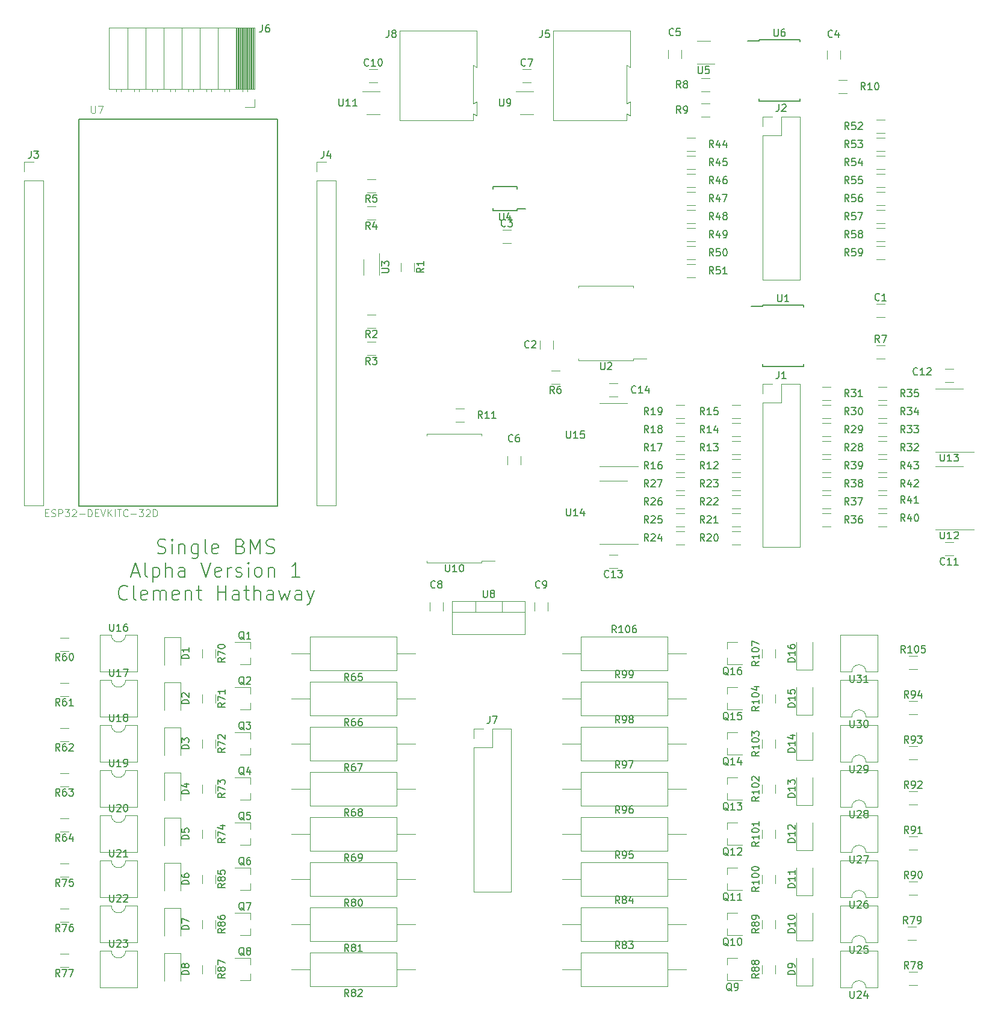
<source format=gbr>
G04 #@! TF.GenerationSoftware,KiCad,Pcbnew,(5.1.4)-1*
G04 #@! TF.CreationDate,2019-12-26T01:30:00-05:00*
G04 #@! TF.ProjectId,SingleBMS,53696e67-6c65-4424-9d53-2e6b69636164,rev?*
G04 #@! TF.SameCoordinates,Original*
G04 #@! TF.FileFunction,Legend,Top*
G04 #@! TF.FilePolarity,Positive*
%FSLAX46Y46*%
G04 Gerber Fmt 4.6, Leading zero omitted, Abs format (unit mm)*
G04 Created by KiCad (PCBNEW (5.1.4)-1) date 2019-12-26 01:30:00*
%MOMM*%
%LPD*%
G04 APERTURE LIST*
%ADD10C,0.203200*%
%ADD11C,0.120000*%
%ADD12C,0.150000*%
%ADD13C,0.127000*%
%ADD14C,0.050000*%
G04 APERTURE END LIST*
D10*
X153065238Y-86725276D02*
X153355523Y-86822038D01*
X153839333Y-86822038D01*
X154032857Y-86725276D01*
X154129619Y-86628514D01*
X154226380Y-86434990D01*
X154226380Y-86241466D01*
X154129619Y-86047942D01*
X154032857Y-85951180D01*
X153839333Y-85854419D01*
X153452285Y-85757657D01*
X153258761Y-85660895D01*
X153162000Y-85564133D01*
X153065238Y-85370609D01*
X153065238Y-85177085D01*
X153162000Y-84983561D01*
X153258761Y-84886800D01*
X153452285Y-84790038D01*
X153936095Y-84790038D01*
X154226380Y-84886800D01*
X155097238Y-86822038D02*
X155097238Y-85467371D01*
X155097238Y-84790038D02*
X155000476Y-84886800D01*
X155097238Y-84983561D01*
X155194000Y-84886800D01*
X155097238Y-84790038D01*
X155097238Y-84983561D01*
X156064857Y-85467371D02*
X156064857Y-86822038D01*
X156064857Y-85660895D02*
X156161619Y-85564133D01*
X156355142Y-85467371D01*
X156645428Y-85467371D01*
X156838952Y-85564133D01*
X156935714Y-85757657D01*
X156935714Y-86822038D01*
X158774190Y-85467371D02*
X158774190Y-87112323D01*
X158677428Y-87305847D01*
X158580666Y-87402609D01*
X158387142Y-87499371D01*
X158096857Y-87499371D01*
X157903333Y-87402609D01*
X158774190Y-86725276D02*
X158580666Y-86822038D01*
X158193619Y-86822038D01*
X158000095Y-86725276D01*
X157903333Y-86628514D01*
X157806571Y-86434990D01*
X157806571Y-85854419D01*
X157903333Y-85660895D01*
X158000095Y-85564133D01*
X158193619Y-85467371D01*
X158580666Y-85467371D01*
X158774190Y-85564133D01*
X160032095Y-86822038D02*
X159838571Y-86725276D01*
X159741809Y-86531752D01*
X159741809Y-84790038D01*
X161580285Y-86725276D02*
X161386761Y-86822038D01*
X160999714Y-86822038D01*
X160806190Y-86725276D01*
X160709428Y-86531752D01*
X160709428Y-85757657D01*
X160806190Y-85564133D01*
X160999714Y-85467371D01*
X161386761Y-85467371D01*
X161580285Y-85564133D01*
X161677047Y-85757657D01*
X161677047Y-85951180D01*
X160709428Y-86144704D01*
X164773428Y-85757657D02*
X165063714Y-85854419D01*
X165160476Y-85951180D01*
X165257238Y-86144704D01*
X165257238Y-86434990D01*
X165160476Y-86628514D01*
X165063714Y-86725276D01*
X164870190Y-86822038D01*
X164096095Y-86822038D01*
X164096095Y-84790038D01*
X164773428Y-84790038D01*
X164966952Y-84886800D01*
X165063714Y-84983561D01*
X165160476Y-85177085D01*
X165160476Y-85370609D01*
X165063714Y-85564133D01*
X164966952Y-85660895D01*
X164773428Y-85757657D01*
X164096095Y-85757657D01*
X166128095Y-86822038D02*
X166128095Y-84790038D01*
X166805428Y-86241466D01*
X167482761Y-84790038D01*
X167482761Y-86822038D01*
X168353619Y-86725276D02*
X168643904Y-86822038D01*
X169127714Y-86822038D01*
X169321238Y-86725276D01*
X169418000Y-86628514D01*
X169514761Y-86434990D01*
X169514761Y-86241466D01*
X169418000Y-86047942D01*
X169321238Y-85951180D01*
X169127714Y-85854419D01*
X168740666Y-85757657D01*
X168547142Y-85660895D01*
X168450380Y-85564133D01*
X168353619Y-85370609D01*
X168353619Y-85177085D01*
X168450380Y-84983561D01*
X168547142Y-84886800D01*
X168740666Y-84790038D01*
X169224476Y-84790038D01*
X169514761Y-84886800D01*
X149485047Y-89492666D02*
X150452666Y-89492666D01*
X149291523Y-90073238D02*
X149968857Y-88041238D01*
X150646190Y-90073238D01*
X151613809Y-90073238D02*
X151420285Y-89976476D01*
X151323523Y-89782952D01*
X151323523Y-88041238D01*
X152387904Y-88718571D02*
X152387904Y-90750571D01*
X152387904Y-88815333D02*
X152581428Y-88718571D01*
X152968476Y-88718571D01*
X153162000Y-88815333D01*
X153258761Y-88912095D01*
X153355523Y-89105619D01*
X153355523Y-89686190D01*
X153258761Y-89879714D01*
X153162000Y-89976476D01*
X152968476Y-90073238D01*
X152581428Y-90073238D01*
X152387904Y-89976476D01*
X154226380Y-90073238D02*
X154226380Y-88041238D01*
X155097238Y-90073238D02*
X155097238Y-89008857D01*
X155000476Y-88815333D01*
X154806952Y-88718571D01*
X154516666Y-88718571D01*
X154323142Y-88815333D01*
X154226380Y-88912095D01*
X156935714Y-90073238D02*
X156935714Y-89008857D01*
X156838952Y-88815333D01*
X156645428Y-88718571D01*
X156258380Y-88718571D01*
X156064857Y-88815333D01*
X156935714Y-89976476D02*
X156742190Y-90073238D01*
X156258380Y-90073238D01*
X156064857Y-89976476D01*
X155968095Y-89782952D01*
X155968095Y-89589428D01*
X156064857Y-89395904D01*
X156258380Y-89299142D01*
X156742190Y-89299142D01*
X156935714Y-89202380D01*
X159161238Y-88041238D02*
X159838571Y-90073238D01*
X160515904Y-88041238D01*
X161967333Y-89976476D02*
X161773809Y-90073238D01*
X161386761Y-90073238D01*
X161193238Y-89976476D01*
X161096476Y-89782952D01*
X161096476Y-89008857D01*
X161193238Y-88815333D01*
X161386761Y-88718571D01*
X161773809Y-88718571D01*
X161967333Y-88815333D01*
X162064095Y-89008857D01*
X162064095Y-89202380D01*
X161096476Y-89395904D01*
X162934952Y-90073238D02*
X162934952Y-88718571D01*
X162934952Y-89105619D02*
X163031714Y-88912095D01*
X163128476Y-88815333D01*
X163322000Y-88718571D01*
X163515523Y-88718571D01*
X164096095Y-89976476D02*
X164289619Y-90073238D01*
X164676666Y-90073238D01*
X164870190Y-89976476D01*
X164966952Y-89782952D01*
X164966952Y-89686190D01*
X164870190Y-89492666D01*
X164676666Y-89395904D01*
X164386380Y-89395904D01*
X164192857Y-89299142D01*
X164096095Y-89105619D01*
X164096095Y-89008857D01*
X164192857Y-88815333D01*
X164386380Y-88718571D01*
X164676666Y-88718571D01*
X164870190Y-88815333D01*
X165837809Y-90073238D02*
X165837809Y-88718571D01*
X165837809Y-88041238D02*
X165741047Y-88138000D01*
X165837809Y-88234761D01*
X165934571Y-88138000D01*
X165837809Y-88041238D01*
X165837809Y-88234761D01*
X167095714Y-90073238D02*
X166902190Y-89976476D01*
X166805428Y-89879714D01*
X166708666Y-89686190D01*
X166708666Y-89105619D01*
X166805428Y-88912095D01*
X166902190Y-88815333D01*
X167095714Y-88718571D01*
X167386000Y-88718571D01*
X167579523Y-88815333D01*
X167676285Y-88912095D01*
X167773047Y-89105619D01*
X167773047Y-89686190D01*
X167676285Y-89879714D01*
X167579523Y-89976476D01*
X167386000Y-90073238D01*
X167095714Y-90073238D01*
X168643904Y-88718571D02*
X168643904Y-90073238D01*
X168643904Y-88912095D02*
X168740666Y-88815333D01*
X168934190Y-88718571D01*
X169224476Y-88718571D01*
X169418000Y-88815333D01*
X169514761Y-89008857D01*
X169514761Y-90073238D01*
X173094952Y-90073238D02*
X171933809Y-90073238D01*
X172514380Y-90073238D02*
X172514380Y-88041238D01*
X172320857Y-88331523D01*
X172127333Y-88525047D01*
X171933809Y-88621809D01*
X148856095Y-93130914D02*
X148759333Y-93227676D01*
X148469047Y-93324438D01*
X148275523Y-93324438D01*
X147985238Y-93227676D01*
X147791714Y-93034152D01*
X147694952Y-92840628D01*
X147598190Y-92453580D01*
X147598190Y-92163295D01*
X147694952Y-91776247D01*
X147791714Y-91582723D01*
X147985238Y-91389200D01*
X148275523Y-91292438D01*
X148469047Y-91292438D01*
X148759333Y-91389200D01*
X148856095Y-91485961D01*
X150017238Y-93324438D02*
X149823714Y-93227676D01*
X149726952Y-93034152D01*
X149726952Y-91292438D01*
X151565428Y-93227676D02*
X151371904Y-93324438D01*
X150984857Y-93324438D01*
X150791333Y-93227676D01*
X150694571Y-93034152D01*
X150694571Y-92260057D01*
X150791333Y-92066533D01*
X150984857Y-91969771D01*
X151371904Y-91969771D01*
X151565428Y-92066533D01*
X151662190Y-92260057D01*
X151662190Y-92453580D01*
X150694571Y-92647104D01*
X152533047Y-93324438D02*
X152533047Y-91969771D01*
X152533047Y-92163295D02*
X152629809Y-92066533D01*
X152823333Y-91969771D01*
X153113619Y-91969771D01*
X153307142Y-92066533D01*
X153403904Y-92260057D01*
X153403904Y-93324438D01*
X153403904Y-92260057D02*
X153500666Y-92066533D01*
X153694190Y-91969771D01*
X153984476Y-91969771D01*
X154178000Y-92066533D01*
X154274761Y-92260057D01*
X154274761Y-93324438D01*
X156016476Y-93227676D02*
X155822952Y-93324438D01*
X155435904Y-93324438D01*
X155242380Y-93227676D01*
X155145619Y-93034152D01*
X155145619Y-92260057D01*
X155242380Y-92066533D01*
X155435904Y-91969771D01*
X155822952Y-91969771D01*
X156016476Y-92066533D01*
X156113238Y-92260057D01*
X156113238Y-92453580D01*
X155145619Y-92647104D01*
X156984095Y-91969771D02*
X156984095Y-93324438D01*
X156984095Y-92163295D02*
X157080857Y-92066533D01*
X157274380Y-91969771D01*
X157564666Y-91969771D01*
X157758190Y-92066533D01*
X157854952Y-92260057D01*
X157854952Y-93324438D01*
X158532285Y-91969771D02*
X159306380Y-91969771D01*
X158822571Y-91292438D02*
X158822571Y-93034152D01*
X158919333Y-93227676D01*
X159112857Y-93324438D01*
X159306380Y-93324438D01*
X161531904Y-93324438D02*
X161531904Y-91292438D01*
X161531904Y-92260057D02*
X162693047Y-92260057D01*
X162693047Y-93324438D02*
X162693047Y-91292438D01*
X164531523Y-93324438D02*
X164531523Y-92260057D01*
X164434761Y-92066533D01*
X164241238Y-91969771D01*
X163854190Y-91969771D01*
X163660666Y-92066533D01*
X164531523Y-93227676D02*
X164338000Y-93324438D01*
X163854190Y-93324438D01*
X163660666Y-93227676D01*
X163563904Y-93034152D01*
X163563904Y-92840628D01*
X163660666Y-92647104D01*
X163854190Y-92550342D01*
X164338000Y-92550342D01*
X164531523Y-92453580D01*
X165208857Y-91969771D02*
X165982952Y-91969771D01*
X165499142Y-91292438D02*
X165499142Y-93034152D01*
X165595904Y-93227676D01*
X165789428Y-93324438D01*
X165982952Y-93324438D01*
X166660285Y-93324438D02*
X166660285Y-91292438D01*
X167531142Y-93324438D02*
X167531142Y-92260057D01*
X167434380Y-92066533D01*
X167240857Y-91969771D01*
X166950571Y-91969771D01*
X166757047Y-92066533D01*
X166660285Y-92163295D01*
X169369619Y-93324438D02*
X169369619Y-92260057D01*
X169272857Y-92066533D01*
X169079333Y-91969771D01*
X168692285Y-91969771D01*
X168498761Y-92066533D01*
X169369619Y-93227676D02*
X169176095Y-93324438D01*
X168692285Y-93324438D01*
X168498761Y-93227676D01*
X168402000Y-93034152D01*
X168402000Y-92840628D01*
X168498761Y-92647104D01*
X168692285Y-92550342D01*
X169176095Y-92550342D01*
X169369619Y-92453580D01*
X170143714Y-91969771D02*
X170530761Y-93324438D01*
X170917809Y-92356819D01*
X171304857Y-93324438D01*
X171691904Y-91969771D01*
X173336857Y-93324438D02*
X173336857Y-92260057D01*
X173240095Y-92066533D01*
X173046571Y-91969771D01*
X172659523Y-91969771D01*
X172466000Y-92066533D01*
X173336857Y-93227676D02*
X173143333Y-93324438D01*
X172659523Y-93324438D01*
X172466000Y-93227676D01*
X172369238Y-93034152D01*
X172369238Y-92840628D01*
X172466000Y-92647104D01*
X172659523Y-92550342D01*
X173143333Y-92550342D01*
X173336857Y-92453580D01*
X174110952Y-91969771D02*
X174594761Y-93324438D01*
X175078571Y-91969771D02*
X174594761Y-93324438D01*
X174401238Y-93808247D01*
X174304476Y-93905009D01*
X174110952Y-94001771D01*
D11*
X227414000Y-100838000D02*
X224764000Y-100838000D01*
X209974000Y-100838000D02*
X212624000Y-100838000D01*
X224764000Y-98468000D02*
X212624000Y-98468000D01*
X224764000Y-103208000D02*
X224764000Y-98468000D01*
X212624000Y-103208000D02*
X224764000Y-103208000D01*
X212624000Y-98468000D02*
X212624000Y-103208000D01*
X227414000Y-107188000D02*
X224764000Y-107188000D01*
X209974000Y-107188000D02*
X212624000Y-107188000D01*
X224764000Y-104818000D02*
X212624000Y-104818000D01*
X224764000Y-109558000D02*
X224764000Y-104818000D01*
X212624000Y-109558000D02*
X224764000Y-109558000D01*
X212624000Y-104818000D02*
X212624000Y-109558000D01*
X227414000Y-113538000D02*
X224764000Y-113538000D01*
X209974000Y-113538000D02*
X212624000Y-113538000D01*
X224764000Y-111168000D02*
X212624000Y-111168000D01*
X224764000Y-115908000D02*
X224764000Y-111168000D01*
X212624000Y-115908000D02*
X224764000Y-115908000D01*
X212624000Y-111168000D02*
X212624000Y-115908000D01*
X227414000Y-119888000D02*
X224764000Y-119888000D01*
X209974000Y-119888000D02*
X212624000Y-119888000D01*
X224764000Y-117518000D02*
X212624000Y-117518000D01*
X224764000Y-122258000D02*
X224764000Y-117518000D01*
X212624000Y-122258000D02*
X224764000Y-122258000D01*
X212624000Y-117518000D02*
X212624000Y-122258000D01*
X227414000Y-126238000D02*
X224764000Y-126238000D01*
X209974000Y-126238000D02*
X212624000Y-126238000D01*
X224764000Y-123868000D02*
X212624000Y-123868000D01*
X224764000Y-128608000D02*
X224764000Y-123868000D01*
X212624000Y-128608000D02*
X224764000Y-128608000D01*
X212624000Y-123868000D02*
X212624000Y-128608000D01*
X227414000Y-132588000D02*
X224764000Y-132588000D01*
X209974000Y-132588000D02*
X212624000Y-132588000D01*
X224764000Y-130218000D02*
X212624000Y-130218000D01*
X224764000Y-134958000D02*
X224764000Y-130218000D01*
X212624000Y-134958000D02*
X224764000Y-134958000D01*
X212624000Y-130218000D02*
X212624000Y-134958000D01*
X227414000Y-138938000D02*
X224764000Y-138938000D01*
X209974000Y-138938000D02*
X212624000Y-138938000D01*
X224764000Y-136568000D02*
X212624000Y-136568000D01*
X224764000Y-141308000D02*
X224764000Y-136568000D01*
X212624000Y-141308000D02*
X224764000Y-141308000D01*
X212624000Y-136568000D02*
X212624000Y-141308000D01*
X227414000Y-145288000D02*
X224764000Y-145288000D01*
X209974000Y-145288000D02*
X212624000Y-145288000D01*
X224764000Y-142918000D02*
X212624000Y-142918000D01*
X224764000Y-147658000D02*
X224764000Y-142918000D01*
X212624000Y-147658000D02*
X224764000Y-147658000D01*
X212624000Y-142918000D02*
X212624000Y-147658000D01*
X171874000Y-145288000D02*
X174524000Y-145288000D01*
X189314000Y-145288000D02*
X186664000Y-145288000D01*
X174524000Y-147658000D02*
X186664000Y-147658000D01*
X174524000Y-142918000D02*
X174524000Y-147658000D01*
X186664000Y-142918000D02*
X174524000Y-142918000D01*
X186664000Y-147658000D02*
X186664000Y-142918000D01*
X171874000Y-138938000D02*
X174524000Y-138938000D01*
X189314000Y-138938000D02*
X186664000Y-138938000D01*
X174524000Y-141308000D02*
X186664000Y-141308000D01*
X174524000Y-136568000D02*
X174524000Y-141308000D01*
X186664000Y-136568000D02*
X174524000Y-136568000D01*
X186664000Y-141308000D02*
X186664000Y-136568000D01*
X171874000Y-132588000D02*
X174524000Y-132588000D01*
X189314000Y-132588000D02*
X186664000Y-132588000D01*
X174524000Y-134958000D02*
X186664000Y-134958000D01*
X174524000Y-130218000D02*
X174524000Y-134958000D01*
X186664000Y-130218000D02*
X174524000Y-130218000D01*
X186664000Y-134958000D02*
X186664000Y-130218000D01*
X171874000Y-126238000D02*
X174524000Y-126238000D01*
X189314000Y-126238000D02*
X186664000Y-126238000D01*
X174524000Y-128608000D02*
X186664000Y-128608000D01*
X174524000Y-123868000D02*
X174524000Y-128608000D01*
X186664000Y-123868000D02*
X174524000Y-123868000D01*
X186664000Y-128608000D02*
X186664000Y-123868000D01*
X171874000Y-119888000D02*
X174524000Y-119888000D01*
X189314000Y-119888000D02*
X186664000Y-119888000D01*
X174524000Y-122258000D02*
X186664000Y-122258000D01*
X174524000Y-117518000D02*
X174524000Y-122258000D01*
X186664000Y-117518000D02*
X174524000Y-117518000D01*
X186664000Y-122258000D02*
X186664000Y-117518000D01*
X171874000Y-113538000D02*
X174524000Y-113538000D01*
X189314000Y-113538000D02*
X186664000Y-113538000D01*
X174524000Y-115908000D02*
X186664000Y-115908000D01*
X174524000Y-111168000D02*
X174524000Y-115908000D01*
X186664000Y-111168000D02*
X174524000Y-111168000D01*
X186664000Y-115908000D02*
X186664000Y-111168000D01*
X171874000Y-107188000D02*
X174524000Y-107188000D01*
X189314000Y-107188000D02*
X186664000Y-107188000D01*
X174524000Y-109558000D02*
X186664000Y-109558000D01*
X174524000Y-104818000D02*
X174524000Y-109558000D01*
X186664000Y-104818000D02*
X174524000Y-104818000D01*
X186664000Y-109558000D02*
X186664000Y-104818000D01*
X171874000Y-100838000D02*
X174524000Y-100838000D01*
X189314000Y-100838000D02*
X186664000Y-100838000D01*
X174524000Y-103208000D02*
X186664000Y-103208000D01*
X174524000Y-98468000D02*
X174524000Y-103208000D01*
X186664000Y-98468000D02*
X174524000Y-98468000D01*
X186664000Y-103208000D02*
X186664000Y-98468000D01*
X200152000Y-111446000D02*
X202752000Y-111446000D01*
X197552000Y-134426000D02*
X202752000Y-134426000D01*
X197552000Y-114046000D02*
X197552000Y-134426000D01*
X197552000Y-111446000D02*
X198882000Y-111446000D01*
X200152000Y-114046000D02*
X200152000Y-111446000D01*
X197552000Y-114046000D02*
X200152000Y-114046000D01*
X197552000Y-112776000D02*
X197552000Y-111446000D01*
X202752000Y-111446000D02*
X202752000Y-134426000D01*
X238192000Y-27940000D02*
X240792000Y-27940000D01*
X238192000Y-25340000D02*
X239522000Y-25340000D01*
X240792000Y-25340000D02*
X243392000Y-25340000D01*
X243392000Y-25340000D02*
X243392000Y-48320000D01*
X238192000Y-48320000D02*
X243392000Y-48320000D01*
X240792000Y-27940000D02*
X240792000Y-25340000D01*
X238192000Y-26670000D02*
X238192000Y-25340000D01*
X238192000Y-27940000D02*
X238192000Y-48320000D01*
X238192000Y-65532000D02*
X240792000Y-65532000D01*
X238192000Y-62932000D02*
X239522000Y-62932000D01*
X240792000Y-62932000D02*
X243392000Y-62932000D01*
X243392000Y-62932000D02*
X243392000Y-85912000D01*
X238192000Y-85912000D02*
X243392000Y-85912000D01*
X240792000Y-65532000D02*
X240792000Y-62932000D01*
X238192000Y-64262000D02*
X238192000Y-62932000D01*
X238192000Y-65532000D02*
X238192000Y-85912000D01*
X198678000Y-87809000D02*
X200493000Y-87809000D01*
X198678000Y-88054000D02*
X198678000Y-87809000D01*
X194818000Y-88054000D02*
X198678000Y-88054000D01*
X190958000Y-88054000D02*
X190958000Y-87809000D01*
X194818000Y-88054000D02*
X190958000Y-88054000D01*
X198678000Y-69934000D02*
X198678000Y-70179000D01*
X194818000Y-69934000D02*
X198678000Y-69934000D01*
X190958000Y-69934000D02*
X190958000Y-70179000D01*
X194818000Y-69934000D02*
X190958000Y-69934000D01*
D12*
X203605000Y-38280000D02*
X204830000Y-38280000D01*
X203605000Y-35155000D02*
X200255000Y-35155000D01*
X203605000Y-38505000D02*
X200255000Y-38505000D01*
X203605000Y-35155000D02*
X203605000Y-35455000D01*
X200255000Y-35155000D02*
X200255000Y-35455000D01*
X200255000Y-38505000D02*
X200255000Y-38205000D01*
X203605000Y-38505000D02*
X203605000Y-38280000D01*
X237663000Y-14696000D02*
X236063000Y-14696000D01*
X237663000Y-23121000D02*
X243413000Y-23121000D01*
X237663000Y-14471000D02*
X243413000Y-14471000D01*
X237663000Y-23121000D02*
X237663000Y-22821000D01*
X243413000Y-23121000D02*
X243413000Y-22821000D01*
X243413000Y-14471000D02*
X243413000Y-14771000D01*
X237663000Y-14471000D02*
X237663000Y-14696000D01*
D11*
X175454000Y-80070000D02*
X178114000Y-80070000D01*
X175454000Y-34290000D02*
X175454000Y-80070000D01*
X178114000Y-34290000D02*
X178114000Y-80070000D01*
X175454000Y-34290000D02*
X178114000Y-34290000D01*
X175454000Y-33020000D02*
X175454000Y-31690000D01*
X175454000Y-31690000D02*
X176784000Y-31690000D01*
X265016064Y-62632000D02*
X263811936Y-62632000D01*
X265016064Y-60812000D02*
X263811936Y-60812000D01*
X264414000Y-63637000D02*
X262464000Y-63637000D01*
X264414000Y-63637000D02*
X266364000Y-63637000D01*
X264414000Y-72507000D02*
X262464000Y-72507000D01*
X264414000Y-72507000D02*
X267864000Y-72507000D01*
D13*
X142006000Y-80082000D02*
X142006000Y-25682000D01*
X142006000Y-25682000D02*
X169906000Y-25682000D01*
X169906000Y-25682000D02*
X169906000Y-80082000D01*
X169906000Y-80082000D02*
X142006000Y-80082000D01*
D11*
X254159936Y-53488000D02*
X255364064Y-53488000D01*
X254159936Y-51668000D02*
X255364064Y-51668000D01*
X208682000Y-58006064D02*
X208682000Y-56801936D01*
X206862000Y-58006064D02*
X206862000Y-56801936D01*
X201581936Y-41254000D02*
X202786064Y-41254000D01*
X201581936Y-43074000D02*
X202786064Y-43074000D01*
X247248000Y-17242064D02*
X247248000Y-16037936D01*
X249068000Y-17242064D02*
X249068000Y-16037936D01*
X224896000Y-15907936D02*
X224896000Y-17112064D01*
X226716000Y-15907936D02*
X226716000Y-17112064D01*
X204110000Y-74262064D02*
X204110000Y-73057936D01*
X202290000Y-74262064D02*
X202290000Y-73057936D01*
X204375936Y-20468000D02*
X205580064Y-20468000D01*
X204375936Y-18648000D02*
X205580064Y-18648000D01*
X191368000Y-94836064D02*
X191368000Y-93631936D01*
X193188000Y-94836064D02*
X193188000Y-93631936D01*
X206100000Y-94836064D02*
X206100000Y-93631936D01*
X207920000Y-94836064D02*
X207920000Y-93631936D01*
X182785936Y-18648000D02*
X183990064Y-18648000D01*
X182785936Y-20468000D02*
X183990064Y-20468000D01*
X265016064Y-85196000D02*
X263811936Y-85196000D01*
X265016064Y-87016000D02*
X263811936Y-87016000D01*
X217772064Y-88794000D02*
X216567936Y-88794000D01*
X217772064Y-86974000D02*
X216567936Y-86974000D01*
X217772064Y-62844000D02*
X216567936Y-62844000D01*
X217772064Y-64664000D02*
X216567936Y-64664000D01*
X156329000Y-102438000D02*
X156329000Y-98553000D01*
X156329000Y-98553000D02*
X154059000Y-98553000D01*
X154059000Y-98553000D02*
X154059000Y-102438000D01*
X156329000Y-108788000D02*
X156329000Y-104903000D01*
X156329000Y-104903000D02*
X154059000Y-104903000D01*
X154059000Y-104903000D02*
X154059000Y-108788000D01*
X156329000Y-115138000D02*
X156329000Y-111253000D01*
X156329000Y-111253000D02*
X154059000Y-111253000D01*
X154059000Y-111253000D02*
X154059000Y-115138000D01*
X156329000Y-121488000D02*
X156329000Y-117603000D01*
X156329000Y-117603000D02*
X154059000Y-117603000D01*
X154059000Y-117603000D02*
X154059000Y-121488000D01*
X154059000Y-123953000D02*
X154059000Y-127838000D01*
X156329000Y-123953000D02*
X154059000Y-123953000D01*
X156329000Y-127838000D02*
X156329000Y-123953000D01*
X154059000Y-130303000D02*
X154059000Y-134188000D01*
X156329000Y-130303000D02*
X154059000Y-130303000D01*
X156329000Y-134188000D02*
X156329000Y-130303000D01*
X154059000Y-136653000D02*
X154059000Y-140538000D01*
X156329000Y-136653000D02*
X154059000Y-136653000D01*
X156329000Y-140538000D02*
X156329000Y-136653000D01*
X156329000Y-146888000D02*
X156329000Y-143003000D01*
X156329000Y-143003000D02*
X154059000Y-143003000D01*
X154059000Y-143003000D02*
X154059000Y-146888000D01*
X242959000Y-143688000D02*
X242959000Y-147573000D01*
X242959000Y-147573000D02*
X245229000Y-147573000D01*
X245229000Y-147573000D02*
X245229000Y-143688000D01*
X242959000Y-137338000D02*
X242959000Y-141223000D01*
X242959000Y-141223000D02*
X245229000Y-141223000D01*
X245229000Y-141223000D02*
X245229000Y-137338000D01*
X245229000Y-134873000D02*
X245229000Y-130988000D01*
X242959000Y-134873000D02*
X245229000Y-134873000D01*
X242959000Y-130988000D02*
X242959000Y-134873000D01*
X245229000Y-128523000D02*
X245229000Y-124638000D01*
X242959000Y-128523000D02*
X245229000Y-128523000D01*
X242959000Y-124638000D02*
X242959000Y-128523000D01*
X245229000Y-122173000D02*
X245229000Y-118288000D01*
X242959000Y-122173000D02*
X245229000Y-122173000D01*
X242959000Y-118288000D02*
X242959000Y-122173000D01*
X245229000Y-115823000D02*
X245229000Y-111938000D01*
X242959000Y-115823000D02*
X245229000Y-115823000D01*
X242959000Y-111938000D02*
X242959000Y-115823000D01*
X242959000Y-105588000D02*
X242959000Y-109473000D01*
X242959000Y-109473000D02*
X245229000Y-109473000D01*
X245229000Y-109473000D02*
X245229000Y-105588000D01*
X245229000Y-103123000D02*
X245229000Y-99238000D01*
X242959000Y-103123000D02*
X245229000Y-103123000D01*
X242959000Y-99238000D02*
X242959000Y-103123000D01*
X134306000Y-31690000D02*
X135636000Y-31690000D01*
X134306000Y-33020000D02*
X134306000Y-31690000D01*
X134306000Y-34290000D02*
X136966000Y-34290000D01*
X136966000Y-34290000D02*
X136966000Y-80070000D01*
X134306000Y-34290000D02*
X134306000Y-80070000D01*
X134306000Y-80070000D02*
X136966000Y-80070000D01*
X219528000Y-13258000D02*
X208678000Y-13258000D01*
X219528000Y-18358000D02*
X219528000Y-13258000D01*
X219028000Y-18058000D02*
X219528000Y-18358000D01*
X219028000Y-23458000D02*
X219028000Y-18058000D01*
X219528000Y-23208000D02*
X219028000Y-23458000D01*
X219528000Y-23258000D02*
X219528000Y-23208000D01*
X219528000Y-25158000D02*
X219528000Y-23258000D01*
X219028000Y-24908000D02*
X219528000Y-25158000D01*
X219028000Y-25858000D02*
X219028000Y-24908000D01*
X208678000Y-25858000D02*
X219028000Y-25858000D01*
X208678000Y-13258000D02*
X208678000Y-25858000D01*
X166564000Y-12770000D02*
X166564000Y-21400000D01*
X166445905Y-12770000D02*
X166445905Y-21400000D01*
X166327810Y-12770000D02*
X166327810Y-21400000D01*
X166209715Y-12770000D02*
X166209715Y-21400000D01*
X166091620Y-12770000D02*
X166091620Y-21400000D01*
X165973525Y-12770000D02*
X165973525Y-21400000D01*
X165855430Y-12770000D02*
X165855430Y-21400000D01*
X165737335Y-12770000D02*
X165737335Y-21400000D01*
X165619240Y-12770000D02*
X165619240Y-21400000D01*
X165501145Y-12770000D02*
X165501145Y-21400000D01*
X165383050Y-12770000D02*
X165383050Y-21400000D01*
X165264955Y-12770000D02*
X165264955Y-21400000D01*
X165146860Y-12770000D02*
X165146860Y-21400000D01*
X165028765Y-12770000D02*
X165028765Y-21400000D01*
X164910670Y-12770000D02*
X164910670Y-21400000D01*
X164792575Y-12770000D02*
X164792575Y-21400000D01*
X164674480Y-12770000D02*
X164674480Y-21400000D01*
X164556385Y-12770000D02*
X164556385Y-21400000D01*
X164438290Y-12770000D02*
X164438290Y-21400000D01*
X164320195Y-12770000D02*
X164320195Y-21400000D01*
X164202100Y-12770000D02*
X164202100Y-21400000D01*
X165714000Y-21400000D02*
X165714000Y-21750000D01*
X164994000Y-21400000D02*
X164994000Y-21750000D01*
X163174000Y-21400000D02*
X163174000Y-21810000D01*
X162454000Y-21400000D02*
X162454000Y-21810000D01*
X160634000Y-21400000D02*
X160634000Y-21810000D01*
X159914000Y-21400000D02*
X159914000Y-21810000D01*
X158094000Y-21400000D02*
X158094000Y-21810000D01*
X157374000Y-21400000D02*
X157374000Y-21810000D01*
X155554000Y-21400000D02*
X155554000Y-21810000D01*
X154834000Y-21400000D02*
X154834000Y-21810000D01*
X153014000Y-21400000D02*
X153014000Y-21810000D01*
X152294000Y-21400000D02*
X152294000Y-21810000D01*
X150474000Y-21400000D02*
X150474000Y-21810000D01*
X149754000Y-21400000D02*
X149754000Y-21810000D01*
X147934000Y-21400000D02*
X147934000Y-21810000D01*
X147214000Y-21400000D02*
X147214000Y-21810000D01*
X164084000Y-12770000D02*
X164084000Y-21400000D01*
X161544000Y-12770000D02*
X161544000Y-21400000D01*
X159004000Y-12770000D02*
X159004000Y-21400000D01*
X156464000Y-12770000D02*
X156464000Y-21400000D01*
X153924000Y-12770000D02*
X153924000Y-21400000D01*
X151384000Y-12770000D02*
X151384000Y-21400000D01*
X148844000Y-12770000D02*
X148844000Y-21400000D01*
X166684000Y-12770000D02*
X166684000Y-21400000D01*
X166684000Y-21400000D02*
X146244000Y-21400000D01*
X146244000Y-12770000D02*
X146244000Y-21400000D01*
X166684000Y-12770000D02*
X146244000Y-12770000D01*
X166684000Y-23970000D02*
X165354000Y-23970000D01*
X166684000Y-22860000D02*
X166684000Y-23970000D01*
X187088000Y-13258000D02*
X187088000Y-25858000D01*
X187088000Y-25858000D02*
X197438000Y-25858000D01*
X197438000Y-25858000D02*
X197438000Y-24908000D01*
X197438000Y-24908000D02*
X197938000Y-25158000D01*
X197938000Y-25158000D02*
X197938000Y-23258000D01*
X197938000Y-23258000D02*
X197938000Y-23208000D01*
X197938000Y-23208000D02*
X197438000Y-23458000D01*
X197438000Y-23458000D02*
X197438000Y-18058000D01*
X197438000Y-18058000D02*
X197938000Y-18358000D01*
X197938000Y-18358000D02*
X197938000Y-13258000D01*
X197938000Y-13258000D02*
X187088000Y-13258000D01*
X166114000Y-102418000D02*
X164654000Y-102418000D01*
X166114000Y-99258000D02*
X163954000Y-99258000D01*
X166114000Y-99258000D02*
X166114000Y-100188000D01*
X166114000Y-102418000D02*
X166114000Y-101488000D01*
X166114000Y-108768000D02*
X166114000Y-107838000D01*
X166114000Y-105608000D02*
X166114000Y-106538000D01*
X166114000Y-105608000D02*
X163954000Y-105608000D01*
X166114000Y-108768000D02*
X164654000Y-108768000D01*
X166114000Y-115118000D02*
X164654000Y-115118000D01*
X166114000Y-111958000D02*
X163954000Y-111958000D01*
X166114000Y-111958000D02*
X166114000Y-112888000D01*
X166114000Y-115118000D02*
X166114000Y-114188000D01*
X166114000Y-121468000D02*
X166114000Y-120538000D01*
X166114000Y-118308000D02*
X166114000Y-119238000D01*
X166114000Y-118308000D02*
X163954000Y-118308000D01*
X166114000Y-121468000D02*
X164654000Y-121468000D01*
X166114000Y-127818000D02*
X164654000Y-127818000D01*
X166114000Y-124658000D02*
X163954000Y-124658000D01*
X166114000Y-124658000D02*
X166114000Y-125588000D01*
X166114000Y-127818000D02*
X166114000Y-126888000D01*
X166114000Y-134168000D02*
X166114000Y-133238000D01*
X166114000Y-131008000D02*
X166114000Y-131938000D01*
X166114000Y-131008000D02*
X163954000Y-131008000D01*
X166114000Y-134168000D02*
X164654000Y-134168000D01*
X166114000Y-140518000D02*
X164654000Y-140518000D01*
X166114000Y-137358000D02*
X163954000Y-137358000D01*
X166114000Y-137358000D02*
X166114000Y-138288000D01*
X166114000Y-140518000D02*
X166114000Y-139588000D01*
X166114000Y-146868000D02*
X166114000Y-145938000D01*
X166114000Y-143708000D02*
X166114000Y-144638000D01*
X166114000Y-143708000D02*
X163954000Y-143708000D01*
X166114000Y-146868000D02*
X164654000Y-146868000D01*
X233174000Y-143708000D02*
X234634000Y-143708000D01*
X233174000Y-146868000D02*
X235334000Y-146868000D01*
X233174000Y-146868000D02*
X233174000Y-145938000D01*
X233174000Y-143708000D02*
X233174000Y-144638000D01*
X233174000Y-137358000D02*
X233174000Y-138288000D01*
X233174000Y-140518000D02*
X233174000Y-139588000D01*
X233174000Y-140518000D02*
X235334000Y-140518000D01*
X233174000Y-137358000D02*
X234634000Y-137358000D01*
X233174000Y-131008000D02*
X234634000Y-131008000D01*
X233174000Y-134168000D02*
X235334000Y-134168000D01*
X233174000Y-134168000D02*
X233174000Y-133238000D01*
X233174000Y-131008000D02*
X233174000Y-131938000D01*
X233174000Y-124658000D02*
X233174000Y-125588000D01*
X233174000Y-127818000D02*
X233174000Y-126888000D01*
X233174000Y-127818000D02*
X235334000Y-127818000D01*
X233174000Y-124658000D02*
X234634000Y-124658000D01*
X233174000Y-118308000D02*
X234634000Y-118308000D01*
X233174000Y-121468000D02*
X235334000Y-121468000D01*
X233174000Y-121468000D02*
X233174000Y-120538000D01*
X233174000Y-118308000D02*
X233174000Y-119238000D01*
X233174000Y-111958000D02*
X233174000Y-112888000D01*
X233174000Y-115118000D02*
X233174000Y-114188000D01*
X233174000Y-115118000D02*
X235334000Y-115118000D01*
X233174000Y-111958000D02*
X234634000Y-111958000D01*
X233174000Y-105608000D02*
X233174000Y-106538000D01*
X233174000Y-108768000D02*
X233174000Y-107838000D01*
X233174000Y-108768000D02*
X235334000Y-108768000D01*
X233174000Y-105608000D02*
X234634000Y-105608000D01*
X233174000Y-99258000D02*
X234634000Y-99258000D01*
X233174000Y-102418000D02*
X235334000Y-102418000D01*
X233174000Y-102418000D02*
X233174000Y-101488000D01*
X233174000Y-99258000D02*
X233174000Y-100188000D01*
X189124000Y-45879936D02*
X189124000Y-47084064D01*
X187304000Y-45879936D02*
X187304000Y-47084064D01*
X183736064Y-55012000D02*
X182531936Y-55012000D01*
X183736064Y-53192000D02*
X182531936Y-53192000D01*
X183736064Y-57002000D02*
X182531936Y-57002000D01*
X183736064Y-58822000D02*
X182531936Y-58822000D01*
X183736064Y-37952000D02*
X182531936Y-37952000D01*
X183736064Y-39772000D02*
X182531936Y-39772000D01*
X183736064Y-35962000D02*
X182531936Y-35962000D01*
X183736064Y-34142000D02*
X182531936Y-34142000D01*
X209644064Y-61066000D02*
X208439936Y-61066000D01*
X209644064Y-62886000D02*
X208439936Y-62886000D01*
X254159936Y-59330000D02*
X255364064Y-59330000D01*
X254159936Y-57510000D02*
X255364064Y-57510000D01*
X229521936Y-21738000D02*
X230726064Y-21738000D01*
X229521936Y-19918000D02*
X230726064Y-19918000D01*
X230726064Y-25294000D02*
X229521936Y-25294000D01*
X230726064Y-23474000D02*
X229521936Y-23474000D01*
X248825936Y-21992000D02*
X250030064Y-21992000D01*
X248825936Y-20172000D02*
X250030064Y-20172000D01*
X196182064Y-66400000D02*
X194977936Y-66400000D01*
X196182064Y-68220000D02*
X194977936Y-68220000D01*
X235044064Y-73512000D02*
X233839936Y-73512000D01*
X235044064Y-75332000D02*
X233839936Y-75332000D01*
X235044064Y-70972000D02*
X233839936Y-70972000D01*
X235044064Y-72792000D02*
X233839936Y-72792000D01*
X235044064Y-68432000D02*
X233839936Y-68432000D01*
X235044064Y-70252000D02*
X233839936Y-70252000D01*
X235044064Y-67712000D02*
X233839936Y-67712000D01*
X235044064Y-65892000D02*
X233839936Y-65892000D01*
X227170064Y-75332000D02*
X225965936Y-75332000D01*
X227170064Y-73512000D02*
X225965936Y-73512000D01*
X227170064Y-72792000D02*
X225965936Y-72792000D01*
X227170064Y-70972000D02*
X225965936Y-70972000D01*
X227170064Y-70252000D02*
X225965936Y-70252000D01*
X227170064Y-68432000D02*
X225965936Y-68432000D01*
X227170064Y-65892000D02*
X225965936Y-65892000D01*
X227170064Y-67712000D02*
X225965936Y-67712000D01*
X235044064Y-85492000D02*
X233839936Y-85492000D01*
X235044064Y-83672000D02*
X233839936Y-83672000D01*
X235044064Y-81132000D02*
X233839936Y-81132000D01*
X235044064Y-82952000D02*
X233839936Y-82952000D01*
X235044064Y-78592000D02*
X233839936Y-78592000D01*
X235044064Y-80412000D02*
X233839936Y-80412000D01*
X235044064Y-76052000D02*
X233839936Y-76052000D01*
X235044064Y-77872000D02*
X233839936Y-77872000D01*
X227170064Y-83672000D02*
X225965936Y-83672000D01*
X227170064Y-85492000D02*
X225965936Y-85492000D01*
X227170064Y-81132000D02*
X225965936Y-81132000D01*
X227170064Y-82952000D02*
X225965936Y-82952000D01*
X227170064Y-80412000D02*
X225965936Y-80412000D01*
X227170064Y-78592000D02*
X225965936Y-78592000D01*
X227170064Y-77872000D02*
X225965936Y-77872000D01*
X227170064Y-76052000D02*
X225965936Y-76052000D01*
X246539936Y-72792000D02*
X247744064Y-72792000D01*
X246539936Y-70972000D02*
X247744064Y-70972000D01*
X246539936Y-68432000D02*
X247744064Y-68432000D01*
X246539936Y-70252000D02*
X247744064Y-70252000D01*
X246539936Y-67712000D02*
X247744064Y-67712000D01*
X246539936Y-65892000D02*
X247744064Y-65892000D01*
X246539936Y-63352000D02*
X247744064Y-63352000D01*
X246539936Y-65172000D02*
X247744064Y-65172000D01*
X254413936Y-72792000D02*
X255618064Y-72792000D01*
X254413936Y-70972000D02*
X255618064Y-70972000D01*
X254413936Y-68432000D02*
X255618064Y-68432000D01*
X254413936Y-70252000D02*
X255618064Y-70252000D01*
X254413936Y-65892000D02*
X255618064Y-65892000D01*
X254413936Y-67712000D02*
X255618064Y-67712000D01*
X254413936Y-65172000D02*
X255618064Y-65172000D01*
X254413936Y-63352000D02*
X255618064Y-63352000D01*
X246539936Y-81132000D02*
X247744064Y-81132000D01*
X246539936Y-82952000D02*
X247744064Y-82952000D01*
X246539936Y-80412000D02*
X247744064Y-80412000D01*
X246539936Y-78592000D02*
X247744064Y-78592000D01*
X246539936Y-77872000D02*
X247744064Y-77872000D01*
X246539936Y-76052000D02*
X247744064Y-76052000D01*
X246539936Y-73512000D02*
X247744064Y-73512000D01*
X246539936Y-75332000D02*
X247744064Y-75332000D01*
X254413936Y-82952000D02*
X255618064Y-82952000D01*
X254413936Y-81132000D02*
X255618064Y-81132000D01*
X254413936Y-80412000D02*
X255618064Y-80412000D01*
X254413936Y-78592000D02*
X255618064Y-78592000D01*
X254413936Y-76052000D02*
X255618064Y-76052000D01*
X254413936Y-77872000D02*
X255618064Y-77872000D01*
X254413936Y-73512000D02*
X255618064Y-73512000D01*
X254413936Y-75332000D02*
X255618064Y-75332000D01*
X228694064Y-30120000D02*
X227489936Y-30120000D01*
X228694064Y-28300000D02*
X227489936Y-28300000D01*
X228694064Y-30840000D02*
X227489936Y-30840000D01*
X228694064Y-32660000D02*
X227489936Y-32660000D01*
X228694064Y-35200000D02*
X227489936Y-35200000D01*
X228694064Y-33380000D02*
X227489936Y-33380000D01*
X228694064Y-35920000D02*
X227489936Y-35920000D01*
X228694064Y-37740000D02*
X227489936Y-37740000D01*
X228694064Y-40280000D02*
X227489936Y-40280000D01*
X228694064Y-38460000D02*
X227489936Y-38460000D01*
X228694064Y-42820000D02*
X227489936Y-42820000D01*
X228694064Y-41000000D02*
X227489936Y-41000000D01*
X228694064Y-45360000D02*
X227489936Y-45360000D01*
X228694064Y-43540000D02*
X227489936Y-43540000D01*
X228694064Y-46080000D02*
X227489936Y-46080000D01*
X228694064Y-47900000D02*
X227489936Y-47900000D01*
X254159936Y-25760000D02*
X255364064Y-25760000D01*
X254159936Y-27580000D02*
X255364064Y-27580000D01*
X254159936Y-30120000D02*
X255364064Y-30120000D01*
X254159936Y-28300000D02*
X255364064Y-28300000D01*
X254159936Y-30840000D02*
X255364064Y-30840000D01*
X254159936Y-32660000D02*
X255364064Y-32660000D01*
X254159936Y-35200000D02*
X255364064Y-35200000D01*
X254159936Y-33380000D02*
X255364064Y-33380000D01*
X254159936Y-37740000D02*
X255364064Y-37740000D01*
X254159936Y-35920000D02*
X255364064Y-35920000D01*
X254159936Y-38460000D02*
X255364064Y-38460000D01*
X254159936Y-40280000D02*
X255364064Y-40280000D01*
X254159936Y-42820000D02*
X255364064Y-42820000D01*
X254159936Y-41000000D02*
X255364064Y-41000000D01*
X254159936Y-43540000D02*
X255364064Y-43540000D01*
X254159936Y-45360000D02*
X255364064Y-45360000D01*
X140556064Y-98658000D02*
X139351936Y-98658000D01*
X140556064Y-100478000D02*
X139351936Y-100478000D01*
X140556064Y-105008000D02*
X139351936Y-105008000D01*
X140556064Y-106828000D02*
X139351936Y-106828000D01*
X140556064Y-113178000D02*
X139351936Y-113178000D01*
X140556064Y-111358000D02*
X139351936Y-111358000D01*
X140556064Y-119528000D02*
X139351936Y-119528000D01*
X140556064Y-117708000D02*
X139351936Y-117708000D01*
X140556064Y-125878000D02*
X139351936Y-125878000D01*
X140556064Y-124058000D02*
X139351936Y-124058000D01*
X161184000Y-100235936D02*
X161184000Y-101440064D01*
X159364000Y-100235936D02*
X159364000Y-101440064D01*
X159364000Y-106585936D02*
X159364000Y-107790064D01*
X161184000Y-106585936D02*
X161184000Y-107790064D01*
X161184000Y-112935936D02*
X161184000Y-114140064D01*
X159364000Y-112935936D02*
X159364000Y-114140064D01*
X159364000Y-119285936D02*
X159364000Y-120490064D01*
X161184000Y-119285936D02*
X161184000Y-120490064D01*
X159364000Y-125635936D02*
X159364000Y-126840064D01*
X161184000Y-125635936D02*
X161184000Y-126840064D01*
X140556064Y-132228000D02*
X139351936Y-132228000D01*
X140556064Y-130408000D02*
X139351936Y-130408000D01*
X140556064Y-138578000D02*
X139351936Y-138578000D01*
X140556064Y-136758000D02*
X139351936Y-136758000D01*
X140556064Y-144928000D02*
X139351936Y-144928000D01*
X140556064Y-143108000D02*
X139351936Y-143108000D01*
X258731936Y-145648000D02*
X259936064Y-145648000D01*
X258731936Y-147468000D02*
X259936064Y-147468000D01*
X258601936Y-139298000D02*
X259806064Y-139298000D01*
X258601936Y-141118000D02*
X259806064Y-141118000D01*
X159364000Y-131985936D02*
X159364000Y-133190064D01*
X161184000Y-131985936D02*
X161184000Y-133190064D01*
X159364000Y-138335936D02*
X159364000Y-139540064D01*
X161184000Y-138335936D02*
X161184000Y-139540064D01*
X159364000Y-144685936D02*
X159364000Y-145890064D01*
X161184000Y-144685936D02*
X161184000Y-145890064D01*
X239924000Y-145890064D02*
X239924000Y-144685936D01*
X238104000Y-145890064D02*
X238104000Y-144685936D01*
X239924000Y-139540064D02*
X239924000Y-138335936D01*
X238104000Y-139540064D02*
X238104000Y-138335936D01*
X258731936Y-132948000D02*
X259936064Y-132948000D01*
X258731936Y-134768000D02*
X259936064Y-134768000D01*
X258731936Y-126598000D02*
X259936064Y-126598000D01*
X258731936Y-128418000D02*
X259936064Y-128418000D01*
X258731936Y-120248000D02*
X259936064Y-120248000D01*
X258731936Y-122068000D02*
X259936064Y-122068000D01*
X258731936Y-113898000D02*
X259936064Y-113898000D01*
X258731936Y-115718000D02*
X259936064Y-115718000D01*
X258731936Y-107548000D02*
X259936064Y-107548000D01*
X258731936Y-109368000D02*
X259936064Y-109368000D01*
X238104000Y-133190064D02*
X238104000Y-131985936D01*
X239924000Y-133190064D02*
X239924000Y-131985936D01*
X239924000Y-126840064D02*
X239924000Y-125635936D01*
X238104000Y-126840064D02*
X238104000Y-125635936D01*
X239924000Y-120490064D02*
X239924000Y-119285936D01*
X238104000Y-120490064D02*
X238104000Y-119285936D01*
X239924000Y-114140064D02*
X239924000Y-112935936D01*
X238104000Y-114140064D02*
X238104000Y-112935936D01*
X239924000Y-107790064D02*
X239924000Y-106585936D01*
X238104000Y-107790064D02*
X238104000Y-106585936D01*
X258731936Y-101198000D02*
X259936064Y-101198000D01*
X258731936Y-103018000D02*
X259936064Y-103018000D01*
X238104000Y-101440064D02*
X238104000Y-100235936D01*
X239924000Y-101440064D02*
X239924000Y-100235936D01*
D12*
X238171000Y-51809000D02*
X238171000Y-52034000D01*
X243921000Y-51809000D02*
X243921000Y-52109000D01*
X243921000Y-60459000D02*
X243921000Y-60159000D01*
X238171000Y-60459000D02*
X238171000Y-60159000D01*
X238171000Y-51809000D02*
X243921000Y-51809000D01*
X238171000Y-60459000D02*
X243921000Y-60459000D01*
X238171000Y-52034000D02*
X236571000Y-52034000D01*
D11*
X216154000Y-49096000D02*
X212294000Y-49096000D01*
X212294000Y-49096000D02*
X212294000Y-49351000D01*
X216154000Y-49096000D02*
X220014000Y-49096000D01*
X220014000Y-49096000D02*
X220014000Y-49351000D01*
X216154000Y-59616000D02*
X212294000Y-59616000D01*
X212294000Y-59616000D02*
X212294000Y-59361000D01*
X216154000Y-59616000D02*
X220014000Y-59616000D01*
X220014000Y-59616000D02*
X220014000Y-59361000D01*
X220014000Y-59361000D02*
X221829000Y-59361000D01*
X182034000Y-47582000D02*
X182034000Y-45382000D01*
X184234000Y-47582000D02*
X184234000Y-44582000D01*
X230770000Y-14646000D02*
X228970000Y-14646000D01*
X228970000Y-17866000D02*
X231420000Y-17866000D01*
X194524000Y-93504000D02*
X204764000Y-93504000D01*
X194524000Y-98145000D02*
X204764000Y-98145000D01*
X194524000Y-93504000D02*
X194524000Y-98145000D01*
X204764000Y-93504000D02*
X204764000Y-98145000D01*
X194524000Y-95014000D02*
X204764000Y-95014000D01*
X197794000Y-93504000D02*
X197794000Y-95014000D01*
X201495000Y-93504000D02*
X201495000Y-95014000D01*
X204078000Y-24978000D02*
X205878000Y-24978000D01*
X205878000Y-21758000D02*
X203428000Y-21758000D01*
X184288000Y-21758000D02*
X181838000Y-21758000D01*
X182488000Y-24978000D02*
X184288000Y-24978000D01*
X264414000Y-83429000D02*
X267864000Y-83429000D01*
X264414000Y-83429000D02*
X262464000Y-83429000D01*
X264414000Y-74559000D02*
X266364000Y-74559000D01*
X264414000Y-74559000D02*
X262464000Y-74559000D01*
X217170000Y-85461000D02*
X220620000Y-85461000D01*
X217170000Y-85461000D02*
X215220000Y-85461000D01*
X217170000Y-76591000D02*
X219120000Y-76591000D01*
X217170000Y-76591000D02*
X215220000Y-76591000D01*
X217170000Y-65669000D02*
X215220000Y-65669000D01*
X217170000Y-65669000D02*
X219120000Y-65669000D01*
X217170000Y-74539000D02*
X215220000Y-74539000D01*
X217170000Y-74539000D02*
X220620000Y-74539000D01*
X150224000Y-98238000D02*
X148574000Y-98238000D01*
X150224000Y-103438000D02*
X150224000Y-98238000D01*
X144924000Y-103438000D02*
X150224000Y-103438000D01*
X144924000Y-98238000D02*
X144924000Y-103438000D01*
X146574000Y-98238000D02*
X144924000Y-98238000D01*
X148574000Y-98238000D02*
G75*
G02X146574000Y-98238000I-1000000J0D01*
G01*
X148574000Y-104588000D02*
G75*
G02X146574000Y-104588000I-1000000J0D01*
G01*
X146574000Y-104588000D02*
X144924000Y-104588000D01*
X144924000Y-104588000D02*
X144924000Y-109788000D01*
X144924000Y-109788000D02*
X150224000Y-109788000D01*
X150224000Y-109788000D02*
X150224000Y-104588000D01*
X150224000Y-104588000D02*
X148574000Y-104588000D01*
X150224000Y-110938000D02*
X148574000Y-110938000D01*
X150224000Y-116138000D02*
X150224000Y-110938000D01*
X144924000Y-116138000D02*
X150224000Y-116138000D01*
X144924000Y-110938000D02*
X144924000Y-116138000D01*
X146574000Y-110938000D02*
X144924000Y-110938000D01*
X148574000Y-110938000D02*
G75*
G02X146574000Y-110938000I-1000000J0D01*
G01*
X148574000Y-117288000D02*
G75*
G02X146574000Y-117288000I-1000000J0D01*
G01*
X146574000Y-117288000D02*
X144924000Y-117288000D01*
X144924000Y-117288000D02*
X144924000Y-122488000D01*
X144924000Y-122488000D02*
X150224000Y-122488000D01*
X150224000Y-122488000D02*
X150224000Y-117288000D01*
X150224000Y-117288000D02*
X148574000Y-117288000D01*
X150224000Y-123638000D02*
X148574000Y-123638000D01*
X150224000Y-128838000D02*
X150224000Y-123638000D01*
X144924000Y-128838000D02*
X150224000Y-128838000D01*
X144924000Y-123638000D02*
X144924000Y-128838000D01*
X146574000Y-123638000D02*
X144924000Y-123638000D01*
X148574000Y-123638000D02*
G75*
G02X146574000Y-123638000I-1000000J0D01*
G01*
X148574000Y-129988000D02*
G75*
G02X146574000Y-129988000I-1000000J0D01*
G01*
X146574000Y-129988000D02*
X144924000Y-129988000D01*
X144924000Y-129988000D02*
X144924000Y-135188000D01*
X144924000Y-135188000D02*
X150224000Y-135188000D01*
X150224000Y-135188000D02*
X150224000Y-129988000D01*
X150224000Y-129988000D02*
X148574000Y-129988000D01*
X150224000Y-136338000D02*
X148574000Y-136338000D01*
X150224000Y-141538000D02*
X150224000Y-136338000D01*
X144924000Y-141538000D02*
X150224000Y-141538000D01*
X144924000Y-136338000D02*
X144924000Y-141538000D01*
X146574000Y-136338000D02*
X144924000Y-136338000D01*
X148574000Y-136338000D02*
G75*
G02X146574000Y-136338000I-1000000J0D01*
G01*
X148574000Y-142688000D02*
G75*
G02X146574000Y-142688000I-1000000J0D01*
G01*
X146574000Y-142688000D02*
X144924000Y-142688000D01*
X144924000Y-142688000D02*
X144924000Y-147888000D01*
X144924000Y-147888000D02*
X150224000Y-147888000D01*
X150224000Y-147888000D02*
X150224000Y-142688000D01*
X150224000Y-142688000D02*
X148574000Y-142688000D01*
X249064000Y-147888000D02*
X250714000Y-147888000D01*
X249064000Y-142688000D02*
X249064000Y-147888000D01*
X254364000Y-142688000D02*
X249064000Y-142688000D01*
X254364000Y-147888000D02*
X254364000Y-142688000D01*
X252714000Y-147888000D02*
X254364000Y-147888000D01*
X250714000Y-147888000D02*
G75*
G02X252714000Y-147888000I1000000J0D01*
G01*
X250714000Y-141538000D02*
G75*
G02X252714000Y-141538000I1000000J0D01*
G01*
X252714000Y-141538000D02*
X254364000Y-141538000D01*
X254364000Y-141538000D02*
X254364000Y-136338000D01*
X254364000Y-136338000D02*
X249064000Y-136338000D01*
X249064000Y-136338000D02*
X249064000Y-141538000D01*
X249064000Y-141538000D02*
X250714000Y-141538000D01*
X250714000Y-135188000D02*
G75*
G02X252714000Y-135188000I1000000J0D01*
G01*
X252714000Y-135188000D02*
X254364000Y-135188000D01*
X254364000Y-135188000D02*
X254364000Y-129988000D01*
X254364000Y-129988000D02*
X249064000Y-129988000D01*
X249064000Y-129988000D02*
X249064000Y-135188000D01*
X249064000Y-135188000D02*
X250714000Y-135188000D01*
X249064000Y-128838000D02*
X250714000Y-128838000D01*
X249064000Y-123638000D02*
X249064000Y-128838000D01*
X254364000Y-123638000D02*
X249064000Y-123638000D01*
X254364000Y-128838000D02*
X254364000Y-123638000D01*
X252714000Y-128838000D02*
X254364000Y-128838000D01*
X250714000Y-128838000D02*
G75*
G02X252714000Y-128838000I1000000J0D01*
G01*
X249064000Y-122488000D02*
X250714000Y-122488000D01*
X249064000Y-117288000D02*
X249064000Y-122488000D01*
X254364000Y-117288000D02*
X249064000Y-117288000D01*
X254364000Y-122488000D02*
X254364000Y-117288000D01*
X252714000Y-122488000D02*
X254364000Y-122488000D01*
X250714000Y-122488000D02*
G75*
G02X252714000Y-122488000I1000000J0D01*
G01*
X250714000Y-116138000D02*
G75*
G02X252714000Y-116138000I1000000J0D01*
G01*
X252714000Y-116138000D02*
X254364000Y-116138000D01*
X254364000Y-116138000D02*
X254364000Y-110938000D01*
X254364000Y-110938000D02*
X249064000Y-110938000D01*
X249064000Y-110938000D02*
X249064000Y-116138000D01*
X249064000Y-116138000D02*
X250714000Y-116138000D01*
X249064000Y-109788000D02*
X250714000Y-109788000D01*
X249064000Y-104588000D02*
X249064000Y-109788000D01*
X254364000Y-104588000D02*
X249064000Y-104588000D01*
X254364000Y-109788000D02*
X254364000Y-104588000D01*
X252714000Y-109788000D02*
X254364000Y-109788000D01*
X250714000Y-109788000D02*
G75*
G02X252714000Y-109788000I1000000J0D01*
G01*
X250714000Y-103438000D02*
G75*
G02X252714000Y-103438000I1000000J0D01*
G01*
X252714000Y-103438000D02*
X254364000Y-103438000D01*
X254364000Y-103438000D02*
X254364000Y-98238000D01*
X254364000Y-98238000D02*
X249064000Y-98238000D01*
X249064000Y-98238000D02*
X249064000Y-103438000D01*
X249064000Y-103438000D02*
X250714000Y-103438000D01*
D12*
X217574952Y-97920380D02*
X217241619Y-97444190D01*
X217003523Y-97920380D02*
X217003523Y-96920380D01*
X217384476Y-96920380D01*
X217479714Y-96968000D01*
X217527333Y-97015619D01*
X217574952Y-97110857D01*
X217574952Y-97253714D01*
X217527333Y-97348952D01*
X217479714Y-97396571D01*
X217384476Y-97444190D01*
X217003523Y-97444190D01*
X218527333Y-97920380D02*
X217955904Y-97920380D01*
X218241619Y-97920380D02*
X218241619Y-96920380D01*
X218146380Y-97063238D01*
X218051142Y-97158476D01*
X217955904Y-97206095D01*
X219146380Y-96920380D02*
X219241619Y-96920380D01*
X219336857Y-96968000D01*
X219384476Y-97015619D01*
X219432095Y-97110857D01*
X219479714Y-97301333D01*
X219479714Y-97539428D01*
X219432095Y-97729904D01*
X219384476Y-97825142D01*
X219336857Y-97872761D01*
X219241619Y-97920380D01*
X219146380Y-97920380D01*
X219051142Y-97872761D01*
X219003523Y-97825142D01*
X218955904Y-97729904D01*
X218908285Y-97539428D01*
X218908285Y-97301333D01*
X218955904Y-97110857D01*
X219003523Y-97015619D01*
X219051142Y-96968000D01*
X219146380Y-96920380D01*
X220336857Y-96920380D02*
X220146380Y-96920380D01*
X220051142Y-96968000D01*
X220003523Y-97015619D01*
X219908285Y-97158476D01*
X219860666Y-97348952D01*
X219860666Y-97729904D01*
X219908285Y-97825142D01*
X219955904Y-97872761D01*
X220051142Y-97920380D01*
X220241619Y-97920380D01*
X220336857Y-97872761D01*
X220384476Y-97825142D01*
X220432095Y-97729904D01*
X220432095Y-97491809D01*
X220384476Y-97396571D01*
X220336857Y-97348952D01*
X220241619Y-97301333D01*
X220051142Y-97301333D01*
X219955904Y-97348952D01*
X219908285Y-97396571D01*
X219860666Y-97491809D01*
X218051142Y-104270380D02*
X217717809Y-103794190D01*
X217479714Y-104270380D02*
X217479714Y-103270380D01*
X217860666Y-103270380D01*
X217955904Y-103318000D01*
X218003523Y-103365619D01*
X218051142Y-103460857D01*
X218051142Y-103603714D01*
X218003523Y-103698952D01*
X217955904Y-103746571D01*
X217860666Y-103794190D01*
X217479714Y-103794190D01*
X218527333Y-104270380D02*
X218717809Y-104270380D01*
X218813047Y-104222761D01*
X218860666Y-104175142D01*
X218955904Y-104032285D01*
X219003523Y-103841809D01*
X219003523Y-103460857D01*
X218955904Y-103365619D01*
X218908285Y-103318000D01*
X218813047Y-103270380D01*
X218622571Y-103270380D01*
X218527333Y-103318000D01*
X218479714Y-103365619D01*
X218432095Y-103460857D01*
X218432095Y-103698952D01*
X218479714Y-103794190D01*
X218527333Y-103841809D01*
X218622571Y-103889428D01*
X218813047Y-103889428D01*
X218908285Y-103841809D01*
X218955904Y-103794190D01*
X219003523Y-103698952D01*
X219479714Y-104270380D02*
X219670190Y-104270380D01*
X219765428Y-104222761D01*
X219813047Y-104175142D01*
X219908285Y-104032285D01*
X219955904Y-103841809D01*
X219955904Y-103460857D01*
X219908285Y-103365619D01*
X219860666Y-103318000D01*
X219765428Y-103270380D01*
X219574952Y-103270380D01*
X219479714Y-103318000D01*
X219432095Y-103365619D01*
X219384476Y-103460857D01*
X219384476Y-103698952D01*
X219432095Y-103794190D01*
X219479714Y-103841809D01*
X219574952Y-103889428D01*
X219765428Y-103889428D01*
X219860666Y-103841809D01*
X219908285Y-103794190D01*
X219955904Y-103698952D01*
X218051142Y-110620380D02*
X217717809Y-110144190D01*
X217479714Y-110620380D02*
X217479714Y-109620380D01*
X217860666Y-109620380D01*
X217955904Y-109668000D01*
X218003523Y-109715619D01*
X218051142Y-109810857D01*
X218051142Y-109953714D01*
X218003523Y-110048952D01*
X217955904Y-110096571D01*
X217860666Y-110144190D01*
X217479714Y-110144190D01*
X218527333Y-110620380D02*
X218717809Y-110620380D01*
X218813047Y-110572761D01*
X218860666Y-110525142D01*
X218955904Y-110382285D01*
X219003523Y-110191809D01*
X219003523Y-109810857D01*
X218955904Y-109715619D01*
X218908285Y-109668000D01*
X218813047Y-109620380D01*
X218622571Y-109620380D01*
X218527333Y-109668000D01*
X218479714Y-109715619D01*
X218432095Y-109810857D01*
X218432095Y-110048952D01*
X218479714Y-110144190D01*
X218527333Y-110191809D01*
X218622571Y-110239428D01*
X218813047Y-110239428D01*
X218908285Y-110191809D01*
X218955904Y-110144190D01*
X219003523Y-110048952D01*
X219574952Y-110048952D02*
X219479714Y-110001333D01*
X219432095Y-109953714D01*
X219384476Y-109858476D01*
X219384476Y-109810857D01*
X219432095Y-109715619D01*
X219479714Y-109668000D01*
X219574952Y-109620380D01*
X219765428Y-109620380D01*
X219860666Y-109668000D01*
X219908285Y-109715619D01*
X219955904Y-109810857D01*
X219955904Y-109858476D01*
X219908285Y-109953714D01*
X219860666Y-110001333D01*
X219765428Y-110048952D01*
X219574952Y-110048952D01*
X219479714Y-110096571D01*
X219432095Y-110144190D01*
X219384476Y-110239428D01*
X219384476Y-110429904D01*
X219432095Y-110525142D01*
X219479714Y-110572761D01*
X219574952Y-110620380D01*
X219765428Y-110620380D01*
X219860666Y-110572761D01*
X219908285Y-110525142D01*
X219955904Y-110429904D01*
X219955904Y-110239428D01*
X219908285Y-110144190D01*
X219860666Y-110096571D01*
X219765428Y-110048952D01*
X218051142Y-116970380D02*
X217717809Y-116494190D01*
X217479714Y-116970380D02*
X217479714Y-115970380D01*
X217860666Y-115970380D01*
X217955904Y-116018000D01*
X218003523Y-116065619D01*
X218051142Y-116160857D01*
X218051142Y-116303714D01*
X218003523Y-116398952D01*
X217955904Y-116446571D01*
X217860666Y-116494190D01*
X217479714Y-116494190D01*
X218527333Y-116970380D02*
X218717809Y-116970380D01*
X218813047Y-116922761D01*
X218860666Y-116875142D01*
X218955904Y-116732285D01*
X219003523Y-116541809D01*
X219003523Y-116160857D01*
X218955904Y-116065619D01*
X218908285Y-116018000D01*
X218813047Y-115970380D01*
X218622571Y-115970380D01*
X218527333Y-116018000D01*
X218479714Y-116065619D01*
X218432095Y-116160857D01*
X218432095Y-116398952D01*
X218479714Y-116494190D01*
X218527333Y-116541809D01*
X218622571Y-116589428D01*
X218813047Y-116589428D01*
X218908285Y-116541809D01*
X218955904Y-116494190D01*
X219003523Y-116398952D01*
X219336857Y-115970380D02*
X220003523Y-115970380D01*
X219574952Y-116970380D01*
X218051142Y-123320380D02*
X217717809Y-122844190D01*
X217479714Y-123320380D02*
X217479714Y-122320380D01*
X217860666Y-122320380D01*
X217955904Y-122368000D01*
X218003523Y-122415619D01*
X218051142Y-122510857D01*
X218051142Y-122653714D01*
X218003523Y-122748952D01*
X217955904Y-122796571D01*
X217860666Y-122844190D01*
X217479714Y-122844190D01*
X218527333Y-123320380D02*
X218717809Y-123320380D01*
X218813047Y-123272761D01*
X218860666Y-123225142D01*
X218955904Y-123082285D01*
X219003523Y-122891809D01*
X219003523Y-122510857D01*
X218955904Y-122415619D01*
X218908285Y-122368000D01*
X218813047Y-122320380D01*
X218622571Y-122320380D01*
X218527333Y-122368000D01*
X218479714Y-122415619D01*
X218432095Y-122510857D01*
X218432095Y-122748952D01*
X218479714Y-122844190D01*
X218527333Y-122891809D01*
X218622571Y-122939428D01*
X218813047Y-122939428D01*
X218908285Y-122891809D01*
X218955904Y-122844190D01*
X219003523Y-122748952D01*
X219860666Y-122320380D02*
X219670190Y-122320380D01*
X219574952Y-122368000D01*
X219527333Y-122415619D01*
X219432095Y-122558476D01*
X219384476Y-122748952D01*
X219384476Y-123129904D01*
X219432095Y-123225142D01*
X219479714Y-123272761D01*
X219574952Y-123320380D01*
X219765428Y-123320380D01*
X219860666Y-123272761D01*
X219908285Y-123225142D01*
X219955904Y-123129904D01*
X219955904Y-122891809D01*
X219908285Y-122796571D01*
X219860666Y-122748952D01*
X219765428Y-122701333D01*
X219574952Y-122701333D01*
X219479714Y-122748952D01*
X219432095Y-122796571D01*
X219384476Y-122891809D01*
X218051142Y-129670380D02*
X217717809Y-129194190D01*
X217479714Y-129670380D02*
X217479714Y-128670380D01*
X217860666Y-128670380D01*
X217955904Y-128718000D01*
X218003523Y-128765619D01*
X218051142Y-128860857D01*
X218051142Y-129003714D01*
X218003523Y-129098952D01*
X217955904Y-129146571D01*
X217860666Y-129194190D01*
X217479714Y-129194190D01*
X218527333Y-129670380D02*
X218717809Y-129670380D01*
X218813047Y-129622761D01*
X218860666Y-129575142D01*
X218955904Y-129432285D01*
X219003523Y-129241809D01*
X219003523Y-128860857D01*
X218955904Y-128765619D01*
X218908285Y-128718000D01*
X218813047Y-128670380D01*
X218622571Y-128670380D01*
X218527333Y-128718000D01*
X218479714Y-128765619D01*
X218432095Y-128860857D01*
X218432095Y-129098952D01*
X218479714Y-129194190D01*
X218527333Y-129241809D01*
X218622571Y-129289428D01*
X218813047Y-129289428D01*
X218908285Y-129241809D01*
X218955904Y-129194190D01*
X219003523Y-129098952D01*
X219908285Y-128670380D02*
X219432095Y-128670380D01*
X219384476Y-129146571D01*
X219432095Y-129098952D01*
X219527333Y-129051333D01*
X219765428Y-129051333D01*
X219860666Y-129098952D01*
X219908285Y-129146571D01*
X219955904Y-129241809D01*
X219955904Y-129479904D01*
X219908285Y-129575142D01*
X219860666Y-129622761D01*
X219765428Y-129670380D01*
X219527333Y-129670380D01*
X219432095Y-129622761D01*
X219384476Y-129575142D01*
X218051142Y-136020380D02*
X217717809Y-135544190D01*
X217479714Y-136020380D02*
X217479714Y-135020380D01*
X217860666Y-135020380D01*
X217955904Y-135068000D01*
X218003523Y-135115619D01*
X218051142Y-135210857D01*
X218051142Y-135353714D01*
X218003523Y-135448952D01*
X217955904Y-135496571D01*
X217860666Y-135544190D01*
X217479714Y-135544190D01*
X218622571Y-135448952D02*
X218527333Y-135401333D01*
X218479714Y-135353714D01*
X218432095Y-135258476D01*
X218432095Y-135210857D01*
X218479714Y-135115619D01*
X218527333Y-135068000D01*
X218622571Y-135020380D01*
X218813047Y-135020380D01*
X218908285Y-135068000D01*
X218955904Y-135115619D01*
X219003523Y-135210857D01*
X219003523Y-135258476D01*
X218955904Y-135353714D01*
X218908285Y-135401333D01*
X218813047Y-135448952D01*
X218622571Y-135448952D01*
X218527333Y-135496571D01*
X218479714Y-135544190D01*
X218432095Y-135639428D01*
X218432095Y-135829904D01*
X218479714Y-135925142D01*
X218527333Y-135972761D01*
X218622571Y-136020380D01*
X218813047Y-136020380D01*
X218908285Y-135972761D01*
X218955904Y-135925142D01*
X219003523Y-135829904D01*
X219003523Y-135639428D01*
X218955904Y-135544190D01*
X218908285Y-135496571D01*
X218813047Y-135448952D01*
X219860666Y-135353714D02*
X219860666Y-136020380D01*
X219622571Y-134972761D02*
X219384476Y-135687047D01*
X220003523Y-135687047D01*
X218051142Y-142370380D02*
X217717809Y-141894190D01*
X217479714Y-142370380D02*
X217479714Y-141370380D01*
X217860666Y-141370380D01*
X217955904Y-141418000D01*
X218003523Y-141465619D01*
X218051142Y-141560857D01*
X218051142Y-141703714D01*
X218003523Y-141798952D01*
X217955904Y-141846571D01*
X217860666Y-141894190D01*
X217479714Y-141894190D01*
X218622571Y-141798952D02*
X218527333Y-141751333D01*
X218479714Y-141703714D01*
X218432095Y-141608476D01*
X218432095Y-141560857D01*
X218479714Y-141465619D01*
X218527333Y-141418000D01*
X218622571Y-141370380D01*
X218813047Y-141370380D01*
X218908285Y-141418000D01*
X218955904Y-141465619D01*
X219003523Y-141560857D01*
X219003523Y-141608476D01*
X218955904Y-141703714D01*
X218908285Y-141751333D01*
X218813047Y-141798952D01*
X218622571Y-141798952D01*
X218527333Y-141846571D01*
X218479714Y-141894190D01*
X218432095Y-141989428D01*
X218432095Y-142179904D01*
X218479714Y-142275142D01*
X218527333Y-142322761D01*
X218622571Y-142370380D01*
X218813047Y-142370380D01*
X218908285Y-142322761D01*
X218955904Y-142275142D01*
X219003523Y-142179904D01*
X219003523Y-141989428D01*
X218955904Y-141894190D01*
X218908285Y-141846571D01*
X218813047Y-141798952D01*
X219336857Y-141370380D02*
X219955904Y-141370380D01*
X219622571Y-141751333D01*
X219765428Y-141751333D01*
X219860666Y-141798952D01*
X219908285Y-141846571D01*
X219955904Y-141941809D01*
X219955904Y-142179904D01*
X219908285Y-142275142D01*
X219860666Y-142322761D01*
X219765428Y-142370380D01*
X219479714Y-142370380D01*
X219384476Y-142322761D01*
X219336857Y-142275142D01*
X179951142Y-149110380D02*
X179617809Y-148634190D01*
X179379714Y-149110380D02*
X179379714Y-148110380D01*
X179760666Y-148110380D01*
X179855904Y-148158000D01*
X179903523Y-148205619D01*
X179951142Y-148300857D01*
X179951142Y-148443714D01*
X179903523Y-148538952D01*
X179855904Y-148586571D01*
X179760666Y-148634190D01*
X179379714Y-148634190D01*
X180522571Y-148538952D02*
X180427333Y-148491333D01*
X180379714Y-148443714D01*
X180332095Y-148348476D01*
X180332095Y-148300857D01*
X180379714Y-148205619D01*
X180427333Y-148158000D01*
X180522571Y-148110380D01*
X180713047Y-148110380D01*
X180808285Y-148158000D01*
X180855904Y-148205619D01*
X180903523Y-148300857D01*
X180903523Y-148348476D01*
X180855904Y-148443714D01*
X180808285Y-148491333D01*
X180713047Y-148538952D01*
X180522571Y-148538952D01*
X180427333Y-148586571D01*
X180379714Y-148634190D01*
X180332095Y-148729428D01*
X180332095Y-148919904D01*
X180379714Y-149015142D01*
X180427333Y-149062761D01*
X180522571Y-149110380D01*
X180713047Y-149110380D01*
X180808285Y-149062761D01*
X180855904Y-149015142D01*
X180903523Y-148919904D01*
X180903523Y-148729428D01*
X180855904Y-148634190D01*
X180808285Y-148586571D01*
X180713047Y-148538952D01*
X181284476Y-148205619D02*
X181332095Y-148158000D01*
X181427333Y-148110380D01*
X181665428Y-148110380D01*
X181760666Y-148158000D01*
X181808285Y-148205619D01*
X181855904Y-148300857D01*
X181855904Y-148396095D01*
X181808285Y-148538952D01*
X181236857Y-149110380D01*
X181855904Y-149110380D01*
X179951142Y-142760380D02*
X179617809Y-142284190D01*
X179379714Y-142760380D02*
X179379714Y-141760380D01*
X179760666Y-141760380D01*
X179855904Y-141808000D01*
X179903523Y-141855619D01*
X179951142Y-141950857D01*
X179951142Y-142093714D01*
X179903523Y-142188952D01*
X179855904Y-142236571D01*
X179760666Y-142284190D01*
X179379714Y-142284190D01*
X180522571Y-142188952D02*
X180427333Y-142141333D01*
X180379714Y-142093714D01*
X180332095Y-141998476D01*
X180332095Y-141950857D01*
X180379714Y-141855619D01*
X180427333Y-141808000D01*
X180522571Y-141760380D01*
X180713047Y-141760380D01*
X180808285Y-141808000D01*
X180855904Y-141855619D01*
X180903523Y-141950857D01*
X180903523Y-141998476D01*
X180855904Y-142093714D01*
X180808285Y-142141333D01*
X180713047Y-142188952D01*
X180522571Y-142188952D01*
X180427333Y-142236571D01*
X180379714Y-142284190D01*
X180332095Y-142379428D01*
X180332095Y-142569904D01*
X180379714Y-142665142D01*
X180427333Y-142712761D01*
X180522571Y-142760380D01*
X180713047Y-142760380D01*
X180808285Y-142712761D01*
X180855904Y-142665142D01*
X180903523Y-142569904D01*
X180903523Y-142379428D01*
X180855904Y-142284190D01*
X180808285Y-142236571D01*
X180713047Y-142188952D01*
X181855904Y-142760380D02*
X181284476Y-142760380D01*
X181570190Y-142760380D02*
X181570190Y-141760380D01*
X181474952Y-141903238D01*
X181379714Y-141998476D01*
X181284476Y-142046095D01*
X179951142Y-136410380D02*
X179617809Y-135934190D01*
X179379714Y-136410380D02*
X179379714Y-135410380D01*
X179760666Y-135410380D01*
X179855904Y-135458000D01*
X179903523Y-135505619D01*
X179951142Y-135600857D01*
X179951142Y-135743714D01*
X179903523Y-135838952D01*
X179855904Y-135886571D01*
X179760666Y-135934190D01*
X179379714Y-135934190D01*
X180522571Y-135838952D02*
X180427333Y-135791333D01*
X180379714Y-135743714D01*
X180332095Y-135648476D01*
X180332095Y-135600857D01*
X180379714Y-135505619D01*
X180427333Y-135458000D01*
X180522571Y-135410380D01*
X180713047Y-135410380D01*
X180808285Y-135458000D01*
X180855904Y-135505619D01*
X180903523Y-135600857D01*
X180903523Y-135648476D01*
X180855904Y-135743714D01*
X180808285Y-135791333D01*
X180713047Y-135838952D01*
X180522571Y-135838952D01*
X180427333Y-135886571D01*
X180379714Y-135934190D01*
X180332095Y-136029428D01*
X180332095Y-136219904D01*
X180379714Y-136315142D01*
X180427333Y-136362761D01*
X180522571Y-136410380D01*
X180713047Y-136410380D01*
X180808285Y-136362761D01*
X180855904Y-136315142D01*
X180903523Y-136219904D01*
X180903523Y-136029428D01*
X180855904Y-135934190D01*
X180808285Y-135886571D01*
X180713047Y-135838952D01*
X181522571Y-135410380D02*
X181617809Y-135410380D01*
X181713047Y-135458000D01*
X181760666Y-135505619D01*
X181808285Y-135600857D01*
X181855904Y-135791333D01*
X181855904Y-136029428D01*
X181808285Y-136219904D01*
X181760666Y-136315142D01*
X181713047Y-136362761D01*
X181617809Y-136410380D01*
X181522571Y-136410380D01*
X181427333Y-136362761D01*
X181379714Y-136315142D01*
X181332095Y-136219904D01*
X181284476Y-136029428D01*
X181284476Y-135791333D01*
X181332095Y-135600857D01*
X181379714Y-135505619D01*
X181427333Y-135458000D01*
X181522571Y-135410380D01*
X179951142Y-130060380D02*
X179617809Y-129584190D01*
X179379714Y-130060380D02*
X179379714Y-129060380D01*
X179760666Y-129060380D01*
X179855904Y-129108000D01*
X179903523Y-129155619D01*
X179951142Y-129250857D01*
X179951142Y-129393714D01*
X179903523Y-129488952D01*
X179855904Y-129536571D01*
X179760666Y-129584190D01*
X179379714Y-129584190D01*
X180808285Y-129060380D02*
X180617809Y-129060380D01*
X180522571Y-129108000D01*
X180474952Y-129155619D01*
X180379714Y-129298476D01*
X180332095Y-129488952D01*
X180332095Y-129869904D01*
X180379714Y-129965142D01*
X180427333Y-130012761D01*
X180522571Y-130060380D01*
X180713047Y-130060380D01*
X180808285Y-130012761D01*
X180855904Y-129965142D01*
X180903523Y-129869904D01*
X180903523Y-129631809D01*
X180855904Y-129536571D01*
X180808285Y-129488952D01*
X180713047Y-129441333D01*
X180522571Y-129441333D01*
X180427333Y-129488952D01*
X180379714Y-129536571D01*
X180332095Y-129631809D01*
X181379714Y-130060380D02*
X181570190Y-130060380D01*
X181665428Y-130012761D01*
X181713047Y-129965142D01*
X181808285Y-129822285D01*
X181855904Y-129631809D01*
X181855904Y-129250857D01*
X181808285Y-129155619D01*
X181760666Y-129108000D01*
X181665428Y-129060380D01*
X181474952Y-129060380D01*
X181379714Y-129108000D01*
X181332095Y-129155619D01*
X181284476Y-129250857D01*
X181284476Y-129488952D01*
X181332095Y-129584190D01*
X181379714Y-129631809D01*
X181474952Y-129679428D01*
X181665428Y-129679428D01*
X181760666Y-129631809D01*
X181808285Y-129584190D01*
X181855904Y-129488952D01*
X179951142Y-123710380D02*
X179617809Y-123234190D01*
X179379714Y-123710380D02*
X179379714Y-122710380D01*
X179760666Y-122710380D01*
X179855904Y-122758000D01*
X179903523Y-122805619D01*
X179951142Y-122900857D01*
X179951142Y-123043714D01*
X179903523Y-123138952D01*
X179855904Y-123186571D01*
X179760666Y-123234190D01*
X179379714Y-123234190D01*
X180808285Y-122710380D02*
X180617809Y-122710380D01*
X180522571Y-122758000D01*
X180474952Y-122805619D01*
X180379714Y-122948476D01*
X180332095Y-123138952D01*
X180332095Y-123519904D01*
X180379714Y-123615142D01*
X180427333Y-123662761D01*
X180522571Y-123710380D01*
X180713047Y-123710380D01*
X180808285Y-123662761D01*
X180855904Y-123615142D01*
X180903523Y-123519904D01*
X180903523Y-123281809D01*
X180855904Y-123186571D01*
X180808285Y-123138952D01*
X180713047Y-123091333D01*
X180522571Y-123091333D01*
X180427333Y-123138952D01*
X180379714Y-123186571D01*
X180332095Y-123281809D01*
X181474952Y-123138952D02*
X181379714Y-123091333D01*
X181332095Y-123043714D01*
X181284476Y-122948476D01*
X181284476Y-122900857D01*
X181332095Y-122805619D01*
X181379714Y-122758000D01*
X181474952Y-122710380D01*
X181665428Y-122710380D01*
X181760666Y-122758000D01*
X181808285Y-122805619D01*
X181855904Y-122900857D01*
X181855904Y-122948476D01*
X181808285Y-123043714D01*
X181760666Y-123091333D01*
X181665428Y-123138952D01*
X181474952Y-123138952D01*
X181379714Y-123186571D01*
X181332095Y-123234190D01*
X181284476Y-123329428D01*
X181284476Y-123519904D01*
X181332095Y-123615142D01*
X181379714Y-123662761D01*
X181474952Y-123710380D01*
X181665428Y-123710380D01*
X181760666Y-123662761D01*
X181808285Y-123615142D01*
X181855904Y-123519904D01*
X181855904Y-123329428D01*
X181808285Y-123234190D01*
X181760666Y-123186571D01*
X181665428Y-123138952D01*
X179951142Y-117360380D02*
X179617809Y-116884190D01*
X179379714Y-117360380D02*
X179379714Y-116360380D01*
X179760666Y-116360380D01*
X179855904Y-116408000D01*
X179903523Y-116455619D01*
X179951142Y-116550857D01*
X179951142Y-116693714D01*
X179903523Y-116788952D01*
X179855904Y-116836571D01*
X179760666Y-116884190D01*
X179379714Y-116884190D01*
X180808285Y-116360380D02*
X180617809Y-116360380D01*
X180522571Y-116408000D01*
X180474952Y-116455619D01*
X180379714Y-116598476D01*
X180332095Y-116788952D01*
X180332095Y-117169904D01*
X180379714Y-117265142D01*
X180427333Y-117312761D01*
X180522571Y-117360380D01*
X180713047Y-117360380D01*
X180808285Y-117312761D01*
X180855904Y-117265142D01*
X180903523Y-117169904D01*
X180903523Y-116931809D01*
X180855904Y-116836571D01*
X180808285Y-116788952D01*
X180713047Y-116741333D01*
X180522571Y-116741333D01*
X180427333Y-116788952D01*
X180379714Y-116836571D01*
X180332095Y-116931809D01*
X181236857Y-116360380D02*
X181903523Y-116360380D01*
X181474952Y-117360380D01*
X179951142Y-111010380D02*
X179617809Y-110534190D01*
X179379714Y-111010380D02*
X179379714Y-110010380D01*
X179760666Y-110010380D01*
X179855904Y-110058000D01*
X179903523Y-110105619D01*
X179951142Y-110200857D01*
X179951142Y-110343714D01*
X179903523Y-110438952D01*
X179855904Y-110486571D01*
X179760666Y-110534190D01*
X179379714Y-110534190D01*
X180808285Y-110010380D02*
X180617809Y-110010380D01*
X180522571Y-110058000D01*
X180474952Y-110105619D01*
X180379714Y-110248476D01*
X180332095Y-110438952D01*
X180332095Y-110819904D01*
X180379714Y-110915142D01*
X180427333Y-110962761D01*
X180522571Y-111010380D01*
X180713047Y-111010380D01*
X180808285Y-110962761D01*
X180855904Y-110915142D01*
X180903523Y-110819904D01*
X180903523Y-110581809D01*
X180855904Y-110486571D01*
X180808285Y-110438952D01*
X180713047Y-110391333D01*
X180522571Y-110391333D01*
X180427333Y-110438952D01*
X180379714Y-110486571D01*
X180332095Y-110581809D01*
X181760666Y-110010380D02*
X181570190Y-110010380D01*
X181474952Y-110058000D01*
X181427333Y-110105619D01*
X181332095Y-110248476D01*
X181284476Y-110438952D01*
X181284476Y-110819904D01*
X181332095Y-110915142D01*
X181379714Y-110962761D01*
X181474952Y-111010380D01*
X181665428Y-111010380D01*
X181760666Y-110962761D01*
X181808285Y-110915142D01*
X181855904Y-110819904D01*
X181855904Y-110581809D01*
X181808285Y-110486571D01*
X181760666Y-110438952D01*
X181665428Y-110391333D01*
X181474952Y-110391333D01*
X181379714Y-110438952D01*
X181332095Y-110486571D01*
X181284476Y-110581809D01*
X179951142Y-104660380D02*
X179617809Y-104184190D01*
X179379714Y-104660380D02*
X179379714Y-103660380D01*
X179760666Y-103660380D01*
X179855904Y-103708000D01*
X179903523Y-103755619D01*
X179951142Y-103850857D01*
X179951142Y-103993714D01*
X179903523Y-104088952D01*
X179855904Y-104136571D01*
X179760666Y-104184190D01*
X179379714Y-104184190D01*
X180808285Y-103660380D02*
X180617809Y-103660380D01*
X180522571Y-103708000D01*
X180474952Y-103755619D01*
X180379714Y-103898476D01*
X180332095Y-104088952D01*
X180332095Y-104469904D01*
X180379714Y-104565142D01*
X180427333Y-104612761D01*
X180522571Y-104660380D01*
X180713047Y-104660380D01*
X180808285Y-104612761D01*
X180855904Y-104565142D01*
X180903523Y-104469904D01*
X180903523Y-104231809D01*
X180855904Y-104136571D01*
X180808285Y-104088952D01*
X180713047Y-104041333D01*
X180522571Y-104041333D01*
X180427333Y-104088952D01*
X180379714Y-104136571D01*
X180332095Y-104231809D01*
X181808285Y-103660380D02*
X181332095Y-103660380D01*
X181284476Y-104136571D01*
X181332095Y-104088952D01*
X181427333Y-104041333D01*
X181665428Y-104041333D01*
X181760666Y-104088952D01*
X181808285Y-104136571D01*
X181855904Y-104231809D01*
X181855904Y-104469904D01*
X181808285Y-104565142D01*
X181760666Y-104612761D01*
X181665428Y-104660380D01*
X181427333Y-104660380D01*
X181332095Y-104612761D01*
X181284476Y-104565142D01*
X199818666Y-109688380D02*
X199818666Y-110402666D01*
X199771047Y-110545523D01*
X199675809Y-110640761D01*
X199532952Y-110688380D01*
X199437714Y-110688380D01*
X200199619Y-109688380D02*
X200866285Y-109688380D01*
X200437714Y-110688380D01*
X240458666Y-23582380D02*
X240458666Y-24296666D01*
X240411047Y-24439523D01*
X240315809Y-24534761D01*
X240172952Y-24582380D01*
X240077714Y-24582380D01*
X240887238Y-23677619D02*
X240934857Y-23630000D01*
X241030095Y-23582380D01*
X241268190Y-23582380D01*
X241363428Y-23630000D01*
X241411047Y-23677619D01*
X241458666Y-23772857D01*
X241458666Y-23868095D01*
X241411047Y-24010952D01*
X240839619Y-24582380D01*
X241458666Y-24582380D01*
X240458666Y-61174380D02*
X240458666Y-61888666D01*
X240411047Y-62031523D01*
X240315809Y-62126761D01*
X240172952Y-62174380D01*
X240077714Y-62174380D01*
X241458666Y-62174380D02*
X240887238Y-62174380D01*
X241172952Y-62174380D02*
X241172952Y-61174380D01*
X241077714Y-61317238D01*
X240982476Y-61412476D01*
X240887238Y-61460095D01*
X193579904Y-88346380D02*
X193579904Y-89155904D01*
X193627523Y-89251142D01*
X193675142Y-89298761D01*
X193770380Y-89346380D01*
X193960857Y-89346380D01*
X194056095Y-89298761D01*
X194103714Y-89251142D01*
X194151333Y-89155904D01*
X194151333Y-88346380D01*
X195151333Y-89346380D02*
X194579904Y-89346380D01*
X194865619Y-89346380D02*
X194865619Y-88346380D01*
X194770380Y-88489238D01*
X194675142Y-88584476D01*
X194579904Y-88632095D01*
X195770380Y-88346380D02*
X195865619Y-88346380D01*
X195960857Y-88394000D01*
X196008476Y-88441619D01*
X196056095Y-88536857D01*
X196103714Y-88727333D01*
X196103714Y-88965428D01*
X196056095Y-89155904D01*
X196008476Y-89251142D01*
X195960857Y-89298761D01*
X195865619Y-89346380D01*
X195770380Y-89346380D01*
X195675142Y-89298761D01*
X195627523Y-89251142D01*
X195579904Y-89155904D01*
X195532285Y-88965428D01*
X195532285Y-88727333D01*
X195579904Y-88536857D01*
X195627523Y-88441619D01*
X195675142Y-88394000D01*
X195770380Y-88346380D01*
X201168095Y-38882380D02*
X201168095Y-39691904D01*
X201215714Y-39787142D01*
X201263333Y-39834761D01*
X201358571Y-39882380D01*
X201549047Y-39882380D01*
X201644285Y-39834761D01*
X201691904Y-39787142D01*
X201739523Y-39691904D01*
X201739523Y-38882380D01*
X202644285Y-39215714D02*
X202644285Y-39882380D01*
X202406190Y-38834761D02*
X202168095Y-39549047D01*
X202787142Y-39549047D01*
X239776095Y-12998380D02*
X239776095Y-13807904D01*
X239823714Y-13903142D01*
X239871333Y-13950761D01*
X239966571Y-13998380D01*
X240157047Y-13998380D01*
X240252285Y-13950761D01*
X240299904Y-13903142D01*
X240347523Y-13807904D01*
X240347523Y-12998380D01*
X241252285Y-12998380D02*
X241061809Y-12998380D01*
X240966571Y-13046000D01*
X240918952Y-13093619D01*
X240823714Y-13236476D01*
X240776095Y-13426952D01*
X240776095Y-13807904D01*
X240823714Y-13903142D01*
X240871333Y-13950761D01*
X240966571Y-13998380D01*
X241157047Y-13998380D01*
X241252285Y-13950761D01*
X241299904Y-13903142D01*
X241347523Y-13807904D01*
X241347523Y-13569809D01*
X241299904Y-13474571D01*
X241252285Y-13426952D01*
X241157047Y-13379333D01*
X240966571Y-13379333D01*
X240871333Y-13426952D01*
X240823714Y-13474571D01*
X240776095Y-13569809D01*
X176450666Y-30142380D02*
X176450666Y-30856666D01*
X176403047Y-30999523D01*
X176307809Y-31094761D01*
X176164952Y-31142380D01*
X176069714Y-31142380D01*
X177355428Y-30475714D02*
X177355428Y-31142380D01*
X177117333Y-30094761D02*
X176879238Y-30809047D01*
X177498285Y-30809047D01*
X259961142Y-61571142D02*
X259913523Y-61618761D01*
X259770666Y-61666380D01*
X259675428Y-61666380D01*
X259532571Y-61618761D01*
X259437333Y-61523523D01*
X259389714Y-61428285D01*
X259342095Y-61237809D01*
X259342095Y-61094952D01*
X259389714Y-60904476D01*
X259437333Y-60809238D01*
X259532571Y-60714000D01*
X259675428Y-60666380D01*
X259770666Y-60666380D01*
X259913523Y-60714000D01*
X259961142Y-60761619D01*
X260913523Y-61666380D02*
X260342095Y-61666380D01*
X260627809Y-61666380D02*
X260627809Y-60666380D01*
X260532571Y-60809238D01*
X260437333Y-60904476D01*
X260342095Y-60952095D01*
X261294476Y-60761619D02*
X261342095Y-60714000D01*
X261437333Y-60666380D01*
X261675428Y-60666380D01*
X261770666Y-60714000D01*
X261818285Y-60761619D01*
X261865904Y-60856857D01*
X261865904Y-60952095D01*
X261818285Y-61094952D01*
X261246857Y-61666380D01*
X261865904Y-61666380D01*
X263175904Y-72804380D02*
X263175904Y-73613904D01*
X263223523Y-73709142D01*
X263271142Y-73756761D01*
X263366380Y-73804380D01*
X263556857Y-73804380D01*
X263652095Y-73756761D01*
X263699714Y-73709142D01*
X263747333Y-73613904D01*
X263747333Y-72804380D01*
X264747333Y-73804380D02*
X264175904Y-73804380D01*
X264461619Y-73804380D02*
X264461619Y-72804380D01*
X264366380Y-72947238D01*
X264271142Y-73042476D01*
X264175904Y-73090095D01*
X265080666Y-72804380D02*
X265699714Y-72804380D01*
X265366380Y-73185333D01*
X265509238Y-73185333D01*
X265604476Y-73232952D01*
X265652095Y-73280571D01*
X265699714Y-73375809D01*
X265699714Y-73613904D01*
X265652095Y-73709142D01*
X265604476Y-73756761D01*
X265509238Y-73804380D01*
X265223523Y-73804380D01*
X265128285Y-73756761D01*
X265080666Y-73709142D01*
D14*
X143729398Y-23838167D02*
X143729398Y-24648006D01*
X143777035Y-24743282D01*
X143824673Y-24790919D01*
X143919948Y-24838557D01*
X144110499Y-24838557D01*
X144205774Y-24790919D01*
X144253411Y-24743282D01*
X144301049Y-24648006D01*
X144301049Y-23838167D01*
X144682150Y-23838167D02*
X145349077Y-23838167D01*
X144920338Y-24838557D01*
X137278141Y-81054996D02*
X137611825Y-81054996D01*
X137754832Y-81579355D02*
X137278141Y-81579355D01*
X137278141Y-80578305D01*
X137754832Y-80578305D01*
X138136184Y-81531686D02*
X138279191Y-81579355D01*
X138517536Y-81579355D01*
X138612875Y-81531686D01*
X138660544Y-81484017D01*
X138708213Y-81388679D01*
X138708213Y-81293341D01*
X138660544Y-81198003D01*
X138612875Y-81150334D01*
X138517536Y-81102665D01*
X138326860Y-81054996D01*
X138231522Y-81007327D01*
X138183853Y-80959658D01*
X138136184Y-80864320D01*
X138136184Y-80768982D01*
X138183853Y-80673644D01*
X138231522Y-80625975D01*
X138326860Y-80578305D01*
X138565205Y-80578305D01*
X138708213Y-80625975D01*
X139137234Y-81579355D02*
X139137234Y-80578305D01*
X139518586Y-80578305D01*
X139613925Y-80625975D01*
X139661594Y-80673644D01*
X139709263Y-80768982D01*
X139709263Y-80911989D01*
X139661594Y-81007327D01*
X139613925Y-81054996D01*
X139518586Y-81102665D01*
X139137234Y-81102665D01*
X140042946Y-80578305D02*
X140662644Y-80578305D01*
X140328960Y-80959658D01*
X140471967Y-80959658D01*
X140567305Y-81007327D01*
X140614975Y-81054996D01*
X140662644Y-81150334D01*
X140662644Y-81388679D01*
X140614975Y-81484017D01*
X140567305Y-81531686D01*
X140471967Y-81579355D01*
X140185953Y-81579355D01*
X140090615Y-81531686D01*
X140042946Y-81484017D01*
X141043996Y-80673644D02*
X141091665Y-80625975D01*
X141187003Y-80578305D01*
X141425348Y-80578305D01*
X141520686Y-80625975D01*
X141568355Y-80673644D01*
X141616025Y-80768982D01*
X141616025Y-80864320D01*
X141568355Y-81007327D01*
X140996327Y-81579355D01*
X141616025Y-81579355D01*
X142045046Y-81198003D02*
X142807751Y-81198003D01*
X143284441Y-81579355D02*
X143284441Y-80578305D01*
X143522786Y-80578305D01*
X143665794Y-80625975D01*
X143761132Y-80721313D01*
X143808801Y-80816651D01*
X143856470Y-81007327D01*
X143856470Y-81150334D01*
X143808801Y-81341010D01*
X143761132Y-81436348D01*
X143665794Y-81531686D01*
X143522786Y-81579355D01*
X143284441Y-81579355D01*
X144285491Y-81054996D02*
X144619175Y-81054996D01*
X144762182Y-81579355D02*
X144285491Y-81579355D01*
X144285491Y-80578305D01*
X144762182Y-80578305D01*
X145048196Y-80578305D02*
X145381879Y-81579355D01*
X145715563Y-80578305D01*
X146049246Y-81579355D02*
X146049246Y-80578305D01*
X146621275Y-81579355D02*
X146192253Y-81007327D01*
X146621275Y-80578305D02*
X146049246Y-81150334D01*
X147050296Y-81579355D02*
X147050296Y-80578305D01*
X147383979Y-80578305D02*
X147956008Y-80578305D01*
X147669994Y-81579355D02*
X147669994Y-80578305D01*
X148861720Y-81484017D02*
X148814051Y-81531686D01*
X148671044Y-81579355D01*
X148575705Y-81579355D01*
X148432698Y-81531686D01*
X148337360Y-81436348D01*
X148289691Y-81341010D01*
X148242022Y-81150334D01*
X148242022Y-81007327D01*
X148289691Y-80816651D01*
X148337360Y-80721313D01*
X148432698Y-80625975D01*
X148575705Y-80578305D01*
X148671044Y-80578305D01*
X148814051Y-80625975D01*
X148861720Y-80673644D01*
X149290741Y-81198003D02*
X150053446Y-81198003D01*
X150434798Y-80578305D02*
X151054496Y-80578305D01*
X150720813Y-80959658D01*
X150863820Y-80959658D01*
X150959158Y-81007327D01*
X151006827Y-81054996D01*
X151054496Y-81150334D01*
X151054496Y-81388679D01*
X151006827Y-81484017D01*
X150959158Y-81531686D01*
X150863820Y-81579355D01*
X150577805Y-81579355D01*
X150482467Y-81531686D01*
X150434798Y-81484017D01*
X151435848Y-80673644D02*
X151483517Y-80625975D01*
X151578855Y-80578305D01*
X151817201Y-80578305D01*
X151912539Y-80625975D01*
X151960208Y-80673644D01*
X152007877Y-80768982D01*
X152007877Y-80864320D01*
X151960208Y-81007327D01*
X151388179Y-81579355D01*
X152007877Y-81579355D01*
X152436898Y-81579355D02*
X152436898Y-80578305D01*
X152675244Y-80578305D01*
X152818251Y-80625975D01*
X152913589Y-80721313D01*
X152961258Y-80816651D01*
X153008927Y-81007327D01*
X153008927Y-81150334D01*
X152961258Y-81341010D01*
X152913589Y-81436348D01*
X152818251Y-81531686D01*
X152675244Y-81579355D01*
X152436898Y-81579355D01*
D12*
X254595333Y-51115142D02*
X254547714Y-51162761D01*
X254404857Y-51210380D01*
X254309619Y-51210380D01*
X254166761Y-51162761D01*
X254071523Y-51067523D01*
X254023904Y-50972285D01*
X253976285Y-50781809D01*
X253976285Y-50638952D01*
X254023904Y-50448476D01*
X254071523Y-50353238D01*
X254166761Y-50258000D01*
X254309619Y-50210380D01*
X254404857Y-50210380D01*
X254547714Y-50258000D01*
X254595333Y-50305619D01*
X255547714Y-51210380D02*
X254976285Y-51210380D01*
X255262000Y-51210380D02*
X255262000Y-50210380D01*
X255166761Y-50353238D01*
X255071523Y-50448476D01*
X254976285Y-50496095D01*
X205319333Y-57761142D02*
X205271714Y-57808761D01*
X205128857Y-57856380D01*
X205033619Y-57856380D01*
X204890761Y-57808761D01*
X204795523Y-57713523D01*
X204747904Y-57618285D01*
X204700285Y-57427809D01*
X204700285Y-57284952D01*
X204747904Y-57094476D01*
X204795523Y-56999238D01*
X204890761Y-56904000D01*
X205033619Y-56856380D01*
X205128857Y-56856380D01*
X205271714Y-56904000D01*
X205319333Y-56951619D01*
X205700285Y-56951619D02*
X205747904Y-56904000D01*
X205843142Y-56856380D01*
X206081238Y-56856380D01*
X206176476Y-56904000D01*
X206224095Y-56951619D01*
X206271714Y-57046857D01*
X206271714Y-57142095D01*
X206224095Y-57284952D01*
X205652666Y-57856380D01*
X206271714Y-57856380D01*
X202017333Y-40701142D02*
X201969714Y-40748761D01*
X201826857Y-40796380D01*
X201731619Y-40796380D01*
X201588761Y-40748761D01*
X201493523Y-40653523D01*
X201445904Y-40558285D01*
X201398285Y-40367809D01*
X201398285Y-40224952D01*
X201445904Y-40034476D01*
X201493523Y-39939238D01*
X201588761Y-39844000D01*
X201731619Y-39796380D01*
X201826857Y-39796380D01*
X201969714Y-39844000D01*
X202017333Y-39891619D01*
X202350666Y-39796380D02*
X202969714Y-39796380D01*
X202636380Y-40177333D01*
X202779238Y-40177333D01*
X202874476Y-40224952D01*
X202922095Y-40272571D01*
X202969714Y-40367809D01*
X202969714Y-40605904D01*
X202922095Y-40701142D01*
X202874476Y-40748761D01*
X202779238Y-40796380D01*
X202493523Y-40796380D01*
X202398285Y-40748761D01*
X202350666Y-40701142D01*
X247991333Y-14073142D02*
X247943714Y-14120761D01*
X247800857Y-14168380D01*
X247705619Y-14168380D01*
X247562761Y-14120761D01*
X247467523Y-14025523D01*
X247419904Y-13930285D01*
X247372285Y-13739809D01*
X247372285Y-13596952D01*
X247419904Y-13406476D01*
X247467523Y-13311238D01*
X247562761Y-13216000D01*
X247705619Y-13168380D01*
X247800857Y-13168380D01*
X247943714Y-13216000D01*
X247991333Y-13263619D01*
X248848476Y-13501714D02*
X248848476Y-14168380D01*
X248610380Y-13120761D02*
X248372285Y-13835047D01*
X248991333Y-13835047D01*
X225639333Y-13819142D02*
X225591714Y-13866761D01*
X225448857Y-13914380D01*
X225353619Y-13914380D01*
X225210761Y-13866761D01*
X225115523Y-13771523D01*
X225067904Y-13676285D01*
X225020285Y-13485809D01*
X225020285Y-13342952D01*
X225067904Y-13152476D01*
X225115523Y-13057238D01*
X225210761Y-12962000D01*
X225353619Y-12914380D01*
X225448857Y-12914380D01*
X225591714Y-12962000D01*
X225639333Y-13009619D01*
X226544095Y-12914380D02*
X226067904Y-12914380D01*
X226020285Y-13390571D01*
X226067904Y-13342952D01*
X226163142Y-13295333D01*
X226401238Y-13295333D01*
X226496476Y-13342952D01*
X226544095Y-13390571D01*
X226591714Y-13485809D01*
X226591714Y-13723904D01*
X226544095Y-13819142D01*
X226496476Y-13866761D01*
X226401238Y-13914380D01*
X226163142Y-13914380D01*
X226067904Y-13866761D01*
X226020285Y-13819142D01*
X203033333Y-70969142D02*
X202985714Y-71016761D01*
X202842857Y-71064380D01*
X202747619Y-71064380D01*
X202604761Y-71016761D01*
X202509523Y-70921523D01*
X202461904Y-70826285D01*
X202414285Y-70635809D01*
X202414285Y-70492952D01*
X202461904Y-70302476D01*
X202509523Y-70207238D01*
X202604761Y-70112000D01*
X202747619Y-70064380D01*
X202842857Y-70064380D01*
X202985714Y-70112000D01*
X203033333Y-70159619D01*
X203890476Y-70064380D02*
X203700000Y-70064380D01*
X203604761Y-70112000D01*
X203557142Y-70159619D01*
X203461904Y-70302476D01*
X203414285Y-70492952D01*
X203414285Y-70873904D01*
X203461904Y-70969142D01*
X203509523Y-71016761D01*
X203604761Y-71064380D01*
X203795238Y-71064380D01*
X203890476Y-71016761D01*
X203938095Y-70969142D01*
X203985714Y-70873904D01*
X203985714Y-70635809D01*
X203938095Y-70540571D01*
X203890476Y-70492952D01*
X203795238Y-70445333D01*
X203604761Y-70445333D01*
X203509523Y-70492952D01*
X203461904Y-70540571D01*
X203414285Y-70635809D01*
X204811333Y-18095142D02*
X204763714Y-18142761D01*
X204620857Y-18190380D01*
X204525619Y-18190380D01*
X204382761Y-18142761D01*
X204287523Y-18047523D01*
X204239904Y-17952285D01*
X204192285Y-17761809D01*
X204192285Y-17618952D01*
X204239904Y-17428476D01*
X204287523Y-17333238D01*
X204382761Y-17238000D01*
X204525619Y-17190380D01*
X204620857Y-17190380D01*
X204763714Y-17238000D01*
X204811333Y-17285619D01*
X205144666Y-17190380D02*
X205811333Y-17190380D01*
X205382761Y-18190380D01*
X192111333Y-91543142D02*
X192063714Y-91590761D01*
X191920857Y-91638380D01*
X191825619Y-91638380D01*
X191682761Y-91590761D01*
X191587523Y-91495523D01*
X191539904Y-91400285D01*
X191492285Y-91209809D01*
X191492285Y-91066952D01*
X191539904Y-90876476D01*
X191587523Y-90781238D01*
X191682761Y-90686000D01*
X191825619Y-90638380D01*
X191920857Y-90638380D01*
X192063714Y-90686000D01*
X192111333Y-90733619D01*
X192682761Y-91066952D02*
X192587523Y-91019333D01*
X192539904Y-90971714D01*
X192492285Y-90876476D01*
X192492285Y-90828857D01*
X192539904Y-90733619D01*
X192587523Y-90686000D01*
X192682761Y-90638380D01*
X192873238Y-90638380D01*
X192968476Y-90686000D01*
X193016095Y-90733619D01*
X193063714Y-90828857D01*
X193063714Y-90876476D01*
X193016095Y-90971714D01*
X192968476Y-91019333D01*
X192873238Y-91066952D01*
X192682761Y-91066952D01*
X192587523Y-91114571D01*
X192539904Y-91162190D01*
X192492285Y-91257428D01*
X192492285Y-91447904D01*
X192539904Y-91543142D01*
X192587523Y-91590761D01*
X192682761Y-91638380D01*
X192873238Y-91638380D01*
X192968476Y-91590761D01*
X193016095Y-91543142D01*
X193063714Y-91447904D01*
X193063714Y-91257428D01*
X193016095Y-91162190D01*
X192968476Y-91114571D01*
X192873238Y-91066952D01*
X206843333Y-91543142D02*
X206795714Y-91590761D01*
X206652857Y-91638380D01*
X206557619Y-91638380D01*
X206414761Y-91590761D01*
X206319523Y-91495523D01*
X206271904Y-91400285D01*
X206224285Y-91209809D01*
X206224285Y-91066952D01*
X206271904Y-90876476D01*
X206319523Y-90781238D01*
X206414761Y-90686000D01*
X206557619Y-90638380D01*
X206652857Y-90638380D01*
X206795714Y-90686000D01*
X206843333Y-90733619D01*
X207319523Y-91638380D02*
X207510000Y-91638380D01*
X207605238Y-91590761D01*
X207652857Y-91543142D01*
X207748095Y-91400285D01*
X207795714Y-91209809D01*
X207795714Y-90828857D01*
X207748095Y-90733619D01*
X207700476Y-90686000D01*
X207605238Y-90638380D01*
X207414761Y-90638380D01*
X207319523Y-90686000D01*
X207271904Y-90733619D01*
X207224285Y-90828857D01*
X207224285Y-91066952D01*
X207271904Y-91162190D01*
X207319523Y-91209809D01*
X207414761Y-91257428D01*
X207605238Y-91257428D01*
X207700476Y-91209809D01*
X207748095Y-91162190D01*
X207795714Y-91066952D01*
X182745142Y-18095142D02*
X182697523Y-18142761D01*
X182554666Y-18190380D01*
X182459428Y-18190380D01*
X182316571Y-18142761D01*
X182221333Y-18047523D01*
X182173714Y-17952285D01*
X182126095Y-17761809D01*
X182126095Y-17618952D01*
X182173714Y-17428476D01*
X182221333Y-17333238D01*
X182316571Y-17238000D01*
X182459428Y-17190380D01*
X182554666Y-17190380D01*
X182697523Y-17238000D01*
X182745142Y-17285619D01*
X183697523Y-18190380D02*
X183126095Y-18190380D01*
X183411809Y-18190380D02*
X183411809Y-17190380D01*
X183316571Y-17333238D01*
X183221333Y-17428476D01*
X183126095Y-17476095D01*
X184316571Y-17190380D02*
X184411809Y-17190380D01*
X184507047Y-17238000D01*
X184554666Y-17285619D01*
X184602285Y-17380857D01*
X184649904Y-17571333D01*
X184649904Y-17809428D01*
X184602285Y-17999904D01*
X184554666Y-18095142D01*
X184507047Y-18142761D01*
X184411809Y-18190380D01*
X184316571Y-18190380D01*
X184221333Y-18142761D01*
X184173714Y-18095142D01*
X184126095Y-17999904D01*
X184078476Y-17809428D01*
X184078476Y-17571333D01*
X184126095Y-17380857D01*
X184173714Y-17285619D01*
X184221333Y-17238000D01*
X184316571Y-17190380D01*
X263771142Y-88283142D02*
X263723523Y-88330761D01*
X263580666Y-88378380D01*
X263485428Y-88378380D01*
X263342571Y-88330761D01*
X263247333Y-88235523D01*
X263199714Y-88140285D01*
X263152095Y-87949809D01*
X263152095Y-87806952D01*
X263199714Y-87616476D01*
X263247333Y-87521238D01*
X263342571Y-87426000D01*
X263485428Y-87378380D01*
X263580666Y-87378380D01*
X263723523Y-87426000D01*
X263771142Y-87473619D01*
X264723523Y-88378380D02*
X264152095Y-88378380D01*
X264437809Y-88378380D02*
X264437809Y-87378380D01*
X264342571Y-87521238D01*
X264247333Y-87616476D01*
X264152095Y-87664095D01*
X265675904Y-88378380D02*
X265104476Y-88378380D01*
X265390190Y-88378380D02*
X265390190Y-87378380D01*
X265294952Y-87521238D01*
X265199714Y-87616476D01*
X265104476Y-87664095D01*
X216527142Y-90061142D02*
X216479523Y-90108761D01*
X216336666Y-90156380D01*
X216241428Y-90156380D01*
X216098571Y-90108761D01*
X216003333Y-90013523D01*
X215955714Y-89918285D01*
X215908095Y-89727809D01*
X215908095Y-89584952D01*
X215955714Y-89394476D01*
X216003333Y-89299238D01*
X216098571Y-89204000D01*
X216241428Y-89156380D01*
X216336666Y-89156380D01*
X216479523Y-89204000D01*
X216527142Y-89251619D01*
X217479523Y-90156380D02*
X216908095Y-90156380D01*
X217193809Y-90156380D02*
X217193809Y-89156380D01*
X217098571Y-89299238D01*
X217003333Y-89394476D01*
X216908095Y-89442095D01*
X217812857Y-89156380D02*
X218431904Y-89156380D01*
X218098571Y-89537333D01*
X218241428Y-89537333D01*
X218336666Y-89584952D01*
X218384285Y-89632571D01*
X218431904Y-89727809D01*
X218431904Y-89965904D01*
X218384285Y-90061142D01*
X218336666Y-90108761D01*
X218241428Y-90156380D01*
X217955714Y-90156380D01*
X217860476Y-90108761D01*
X217812857Y-90061142D01*
X220337142Y-64111142D02*
X220289523Y-64158761D01*
X220146666Y-64206380D01*
X220051428Y-64206380D01*
X219908571Y-64158761D01*
X219813333Y-64063523D01*
X219765714Y-63968285D01*
X219718095Y-63777809D01*
X219718095Y-63634952D01*
X219765714Y-63444476D01*
X219813333Y-63349238D01*
X219908571Y-63254000D01*
X220051428Y-63206380D01*
X220146666Y-63206380D01*
X220289523Y-63254000D01*
X220337142Y-63301619D01*
X221289523Y-64206380D02*
X220718095Y-64206380D01*
X221003809Y-64206380D02*
X221003809Y-63206380D01*
X220908571Y-63349238D01*
X220813333Y-63444476D01*
X220718095Y-63492095D01*
X222146666Y-63539714D02*
X222146666Y-64206380D01*
X221908571Y-63158761D02*
X221670476Y-63873047D01*
X222289523Y-63873047D01*
X157466380Y-101576095D02*
X156466380Y-101576095D01*
X156466380Y-101338000D01*
X156514000Y-101195142D01*
X156609238Y-101099904D01*
X156704476Y-101052285D01*
X156894952Y-101004666D01*
X157037809Y-101004666D01*
X157228285Y-101052285D01*
X157323523Y-101099904D01*
X157418761Y-101195142D01*
X157466380Y-101338000D01*
X157466380Y-101576095D01*
X157466380Y-100052285D02*
X157466380Y-100623714D01*
X157466380Y-100338000D02*
X156466380Y-100338000D01*
X156609238Y-100433238D01*
X156704476Y-100528476D01*
X156752095Y-100623714D01*
X157466380Y-107926095D02*
X156466380Y-107926095D01*
X156466380Y-107688000D01*
X156514000Y-107545142D01*
X156609238Y-107449904D01*
X156704476Y-107402285D01*
X156894952Y-107354666D01*
X157037809Y-107354666D01*
X157228285Y-107402285D01*
X157323523Y-107449904D01*
X157418761Y-107545142D01*
X157466380Y-107688000D01*
X157466380Y-107926095D01*
X156561619Y-106973714D02*
X156514000Y-106926095D01*
X156466380Y-106830857D01*
X156466380Y-106592761D01*
X156514000Y-106497523D01*
X156561619Y-106449904D01*
X156656857Y-106402285D01*
X156752095Y-106402285D01*
X156894952Y-106449904D01*
X157466380Y-107021333D01*
X157466380Y-106402285D01*
X157466380Y-114276095D02*
X156466380Y-114276095D01*
X156466380Y-114038000D01*
X156514000Y-113895142D01*
X156609238Y-113799904D01*
X156704476Y-113752285D01*
X156894952Y-113704666D01*
X157037809Y-113704666D01*
X157228285Y-113752285D01*
X157323523Y-113799904D01*
X157418761Y-113895142D01*
X157466380Y-114038000D01*
X157466380Y-114276095D01*
X156466380Y-113371333D02*
X156466380Y-112752285D01*
X156847333Y-113085619D01*
X156847333Y-112942761D01*
X156894952Y-112847523D01*
X156942571Y-112799904D01*
X157037809Y-112752285D01*
X157275904Y-112752285D01*
X157371142Y-112799904D01*
X157418761Y-112847523D01*
X157466380Y-112942761D01*
X157466380Y-113228476D01*
X157418761Y-113323714D01*
X157371142Y-113371333D01*
X157466380Y-120626095D02*
X156466380Y-120626095D01*
X156466380Y-120388000D01*
X156514000Y-120245142D01*
X156609238Y-120149904D01*
X156704476Y-120102285D01*
X156894952Y-120054666D01*
X157037809Y-120054666D01*
X157228285Y-120102285D01*
X157323523Y-120149904D01*
X157418761Y-120245142D01*
X157466380Y-120388000D01*
X157466380Y-120626095D01*
X156799714Y-119197523D02*
X157466380Y-119197523D01*
X156418761Y-119435619D02*
X157133047Y-119673714D01*
X157133047Y-119054666D01*
X157466380Y-126976095D02*
X156466380Y-126976095D01*
X156466380Y-126738000D01*
X156514000Y-126595142D01*
X156609238Y-126499904D01*
X156704476Y-126452285D01*
X156894952Y-126404666D01*
X157037809Y-126404666D01*
X157228285Y-126452285D01*
X157323523Y-126499904D01*
X157418761Y-126595142D01*
X157466380Y-126738000D01*
X157466380Y-126976095D01*
X156466380Y-125499904D02*
X156466380Y-125976095D01*
X156942571Y-126023714D01*
X156894952Y-125976095D01*
X156847333Y-125880857D01*
X156847333Y-125642761D01*
X156894952Y-125547523D01*
X156942571Y-125499904D01*
X157037809Y-125452285D01*
X157275904Y-125452285D01*
X157371142Y-125499904D01*
X157418761Y-125547523D01*
X157466380Y-125642761D01*
X157466380Y-125880857D01*
X157418761Y-125976095D01*
X157371142Y-126023714D01*
X157466380Y-133326095D02*
X156466380Y-133326095D01*
X156466380Y-133088000D01*
X156514000Y-132945142D01*
X156609238Y-132849904D01*
X156704476Y-132802285D01*
X156894952Y-132754666D01*
X157037809Y-132754666D01*
X157228285Y-132802285D01*
X157323523Y-132849904D01*
X157418761Y-132945142D01*
X157466380Y-133088000D01*
X157466380Y-133326095D01*
X156466380Y-131897523D02*
X156466380Y-132088000D01*
X156514000Y-132183238D01*
X156561619Y-132230857D01*
X156704476Y-132326095D01*
X156894952Y-132373714D01*
X157275904Y-132373714D01*
X157371142Y-132326095D01*
X157418761Y-132278476D01*
X157466380Y-132183238D01*
X157466380Y-131992761D01*
X157418761Y-131897523D01*
X157371142Y-131849904D01*
X157275904Y-131802285D01*
X157037809Y-131802285D01*
X156942571Y-131849904D01*
X156894952Y-131897523D01*
X156847333Y-131992761D01*
X156847333Y-132183238D01*
X156894952Y-132278476D01*
X156942571Y-132326095D01*
X157037809Y-132373714D01*
X157466380Y-139676095D02*
X156466380Y-139676095D01*
X156466380Y-139438000D01*
X156514000Y-139295142D01*
X156609238Y-139199904D01*
X156704476Y-139152285D01*
X156894952Y-139104666D01*
X157037809Y-139104666D01*
X157228285Y-139152285D01*
X157323523Y-139199904D01*
X157418761Y-139295142D01*
X157466380Y-139438000D01*
X157466380Y-139676095D01*
X156466380Y-138771333D02*
X156466380Y-138104666D01*
X157466380Y-138533238D01*
X157466380Y-146026095D02*
X156466380Y-146026095D01*
X156466380Y-145788000D01*
X156514000Y-145645142D01*
X156609238Y-145549904D01*
X156704476Y-145502285D01*
X156894952Y-145454666D01*
X157037809Y-145454666D01*
X157228285Y-145502285D01*
X157323523Y-145549904D01*
X157418761Y-145645142D01*
X157466380Y-145788000D01*
X157466380Y-146026095D01*
X156894952Y-144883238D02*
X156847333Y-144978476D01*
X156799714Y-145026095D01*
X156704476Y-145073714D01*
X156656857Y-145073714D01*
X156561619Y-145026095D01*
X156514000Y-144978476D01*
X156466380Y-144883238D01*
X156466380Y-144692761D01*
X156514000Y-144597523D01*
X156561619Y-144549904D01*
X156656857Y-144502285D01*
X156704476Y-144502285D01*
X156799714Y-144549904D01*
X156847333Y-144597523D01*
X156894952Y-144692761D01*
X156894952Y-144883238D01*
X156942571Y-144978476D01*
X156990190Y-145026095D01*
X157085428Y-145073714D01*
X157275904Y-145073714D01*
X157371142Y-145026095D01*
X157418761Y-144978476D01*
X157466380Y-144883238D01*
X157466380Y-144692761D01*
X157418761Y-144597523D01*
X157371142Y-144549904D01*
X157275904Y-144502285D01*
X157085428Y-144502285D01*
X156990190Y-144549904D01*
X156942571Y-144597523D01*
X156894952Y-144692761D01*
X242726380Y-146026095D02*
X241726380Y-146026095D01*
X241726380Y-145788000D01*
X241774000Y-145645142D01*
X241869238Y-145549904D01*
X241964476Y-145502285D01*
X242154952Y-145454666D01*
X242297809Y-145454666D01*
X242488285Y-145502285D01*
X242583523Y-145549904D01*
X242678761Y-145645142D01*
X242726380Y-145788000D01*
X242726380Y-146026095D01*
X242726380Y-144978476D02*
X242726380Y-144788000D01*
X242678761Y-144692761D01*
X242631142Y-144645142D01*
X242488285Y-144549904D01*
X242297809Y-144502285D01*
X241916857Y-144502285D01*
X241821619Y-144549904D01*
X241774000Y-144597523D01*
X241726380Y-144692761D01*
X241726380Y-144883238D01*
X241774000Y-144978476D01*
X241821619Y-145026095D01*
X241916857Y-145073714D01*
X242154952Y-145073714D01*
X242250190Y-145026095D01*
X242297809Y-144978476D01*
X242345428Y-144883238D01*
X242345428Y-144692761D01*
X242297809Y-144597523D01*
X242250190Y-144549904D01*
X242154952Y-144502285D01*
X242726380Y-140152285D02*
X241726380Y-140152285D01*
X241726380Y-139914190D01*
X241774000Y-139771333D01*
X241869238Y-139676095D01*
X241964476Y-139628476D01*
X242154952Y-139580857D01*
X242297809Y-139580857D01*
X242488285Y-139628476D01*
X242583523Y-139676095D01*
X242678761Y-139771333D01*
X242726380Y-139914190D01*
X242726380Y-140152285D01*
X242726380Y-138628476D02*
X242726380Y-139199904D01*
X242726380Y-138914190D02*
X241726380Y-138914190D01*
X241869238Y-139009428D01*
X241964476Y-139104666D01*
X242012095Y-139199904D01*
X241726380Y-138009428D02*
X241726380Y-137914190D01*
X241774000Y-137818952D01*
X241821619Y-137771333D01*
X241916857Y-137723714D01*
X242107333Y-137676095D01*
X242345428Y-137676095D01*
X242535904Y-137723714D01*
X242631142Y-137771333D01*
X242678761Y-137818952D01*
X242726380Y-137914190D01*
X242726380Y-138009428D01*
X242678761Y-138104666D01*
X242631142Y-138152285D01*
X242535904Y-138199904D01*
X242345428Y-138247523D01*
X242107333Y-138247523D01*
X241916857Y-138199904D01*
X241821619Y-138152285D01*
X241774000Y-138104666D01*
X241726380Y-138009428D01*
X242726380Y-133802285D02*
X241726380Y-133802285D01*
X241726380Y-133564190D01*
X241774000Y-133421333D01*
X241869238Y-133326095D01*
X241964476Y-133278476D01*
X242154952Y-133230857D01*
X242297809Y-133230857D01*
X242488285Y-133278476D01*
X242583523Y-133326095D01*
X242678761Y-133421333D01*
X242726380Y-133564190D01*
X242726380Y-133802285D01*
X242726380Y-132278476D02*
X242726380Y-132849904D01*
X242726380Y-132564190D02*
X241726380Y-132564190D01*
X241869238Y-132659428D01*
X241964476Y-132754666D01*
X242012095Y-132849904D01*
X242726380Y-131326095D02*
X242726380Y-131897523D01*
X242726380Y-131611809D02*
X241726380Y-131611809D01*
X241869238Y-131707047D01*
X241964476Y-131802285D01*
X242012095Y-131897523D01*
X242726380Y-127452285D02*
X241726380Y-127452285D01*
X241726380Y-127214190D01*
X241774000Y-127071333D01*
X241869238Y-126976095D01*
X241964476Y-126928476D01*
X242154952Y-126880857D01*
X242297809Y-126880857D01*
X242488285Y-126928476D01*
X242583523Y-126976095D01*
X242678761Y-127071333D01*
X242726380Y-127214190D01*
X242726380Y-127452285D01*
X242726380Y-125928476D02*
X242726380Y-126499904D01*
X242726380Y-126214190D02*
X241726380Y-126214190D01*
X241869238Y-126309428D01*
X241964476Y-126404666D01*
X242012095Y-126499904D01*
X241821619Y-125547523D02*
X241774000Y-125499904D01*
X241726380Y-125404666D01*
X241726380Y-125166571D01*
X241774000Y-125071333D01*
X241821619Y-125023714D01*
X241916857Y-124976095D01*
X242012095Y-124976095D01*
X242154952Y-125023714D01*
X242726380Y-125595142D01*
X242726380Y-124976095D01*
X242726380Y-121102285D02*
X241726380Y-121102285D01*
X241726380Y-120864190D01*
X241774000Y-120721333D01*
X241869238Y-120626095D01*
X241964476Y-120578476D01*
X242154952Y-120530857D01*
X242297809Y-120530857D01*
X242488285Y-120578476D01*
X242583523Y-120626095D01*
X242678761Y-120721333D01*
X242726380Y-120864190D01*
X242726380Y-121102285D01*
X242726380Y-119578476D02*
X242726380Y-120149904D01*
X242726380Y-119864190D02*
X241726380Y-119864190D01*
X241869238Y-119959428D01*
X241964476Y-120054666D01*
X242012095Y-120149904D01*
X241726380Y-119245142D02*
X241726380Y-118626095D01*
X242107333Y-118959428D01*
X242107333Y-118816571D01*
X242154952Y-118721333D01*
X242202571Y-118673714D01*
X242297809Y-118626095D01*
X242535904Y-118626095D01*
X242631142Y-118673714D01*
X242678761Y-118721333D01*
X242726380Y-118816571D01*
X242726380Y-119102285D01*
X242678761Y-119197523D01*
X242631142Y-119245142D01*
X242726380Y-114752285D02*
X241726380Y-114752285D01*
X241726380Y-114514190D01*
X241774000Y-114371333D01*
X241869238Y-114276095D01*
X241964476Y-114228476D01*
X242154952Y-114180857D01*
X242297809Y-114180857D01*
X242488285Y-114228476D01*
X242583523Y-114276095D01*
X242678761Y-114371333D01*
X242726380Y-114514190D01*
X242726380Y-114752285D01*
X242726380Y-113228476D02*
X242726380Y-113799904D01*
X242726380Y-113514190D02*
X241726380Y-113514190D01*
X241869238Y-113609428D01*
X241964476Y-113704666D01*
X242012095Y-113799904D01*
X242059714Y-112371333D02*
X242726380Y-112371333D01*
X241678761Y-112609428D02*
X242393047Y-112847523D01*
X242393047Y-112228476D01*
X242726380Y-108402285D02*
X241726380Y-108402285D01*
X241726380Y-108164190D01*
X241774000Y-108021333D01*
X241869238Y-107926095D01*
X241964476Y-107878476D01*
X242154952Y-107830857D01*
X242297809Y-107830857D01*
X242488285Y-107878476D01*
X242583523Y-107926095D01*
X242678761Y-108021333D01*
X242726380Y-108164190D01*
X242726380Y-108402285D01*
X242726380Y-106878476D02*
X242726380Y-107449904D01*
X242726380Y-107164190D02*
X241726380Y-107164190D01*
X241869238Y-107259428D01*
X241964476Y-107354666D01*
X242012095Y-107449904D01*
X241726380Y-105973714D02*
X241726380Y-106449904D01*
X242202571Y-106497523D01*
X242154952Y-106449904D01*
X242107333Y-106354666D01*
X242107333Y-106116571D01*
X242154952Y-106021333D01*
X242202571Y-105973714D01*
X242297809Y-105926095D01*
X242535904Y-105926095D01*
X242631142Y-105973714D01*
X242678761Y-106021333D01*
X242726380Y-106116571D01*
X242726380Y-106354666D01*
X242678761Y-106449904D01*
X242631142Y-106497523D01*
X242726380Y-102052285D02*
X241726380Y-102052285D01*
X241726380Y-101814190D01*
X241774000Y-101671333D01*
X241869238Y-101576095D01*
X241964476Y-101528476D01*
X242154952Y-101480857D01*
X242297809Y-101480857D01*
X242488285Y-101528476D01*
X242583523Y-101576095D01*
X242678761Y-101671333D01*
X242726380Y-101814190D01*
X242726380Y-102052285D01*
X242726380Y-100528476D02*
X242726380Y-101099904D01*
X242726380Y-100814190D02*
X241726380Y-100814190D01*
X241869238Y-100909428D01*
X241964476Y-101004666D01*
X242012095Y-101099904D01*
X241726380Y-99671333D02*
X241726380Y-99861809D01*
X241774000Y-99957047D01*
X241821619Y-100004666D01*
X241964476Y-100099904D01*
X242154952Y-100147523D01*
X242535904Y-100147523D01*
X242631142Y-100099904D01*
X242678761Y-100052285D01*
X242726380Y-99957047D01*
X242726380Y-99766571D01*
X242678761Y-99671333D01*
X242631142Y-99623714D01*
X242535904Y-99576095D01*
X242297809Y-99576095D01*
X242202571Y-99623714D01*
X242154952Y-99671333D01*
X242107333Y-99766571D01*
X242107333Y-99957047D01*
X242154952Y-100052285D01*
X242202571Y-100099904D01*
X242297809Y-100147523D01*
X135302666Y-30142380D02*
X135302666Y-30856666D01*
X135255047Y-30999523D01*
X135159809Y-31094761D01*
X135016952Y-31142380D01*
X134921714Y-31142380D01*
X135683619Y-30142380D02*
X136302666Y-30142380D01*
X135969333Y-30523333D01*
X136112190Y-30523333D01*
X136207428Y-30570952D01*
X136255047Y-30618571D01*
X136302666Y-30713809D01*
X136302666Y-30951904D01*
X136255047Y-31047142D01*
X136207428Y-31094761D01*
X136112190Y-31142380D01*
X135826476Y-31142380D01*
X135731238Y-31094761D01*
X135683619Y-31047142D01*
X207184666Y-13168380D02*
X207184666Y-13882666D01*
X207137047Y-14025523D01*
X207041809Y-14120761D01*
X206898952Y-14168380D01*
X206803714Y-14168380D01*
X208137047Y-13168380D02*
X207660857Y-13168380D01*
X207613238Y-13644571D01*
X207660857Y-13596952D01*
X207756095Y-13549333D01*
X207994190Y-13549333D01*
X208089428Y-13596952D01*
X208137047Y-13644571D01*
X208184666Y-13739809D01*
X208184666Y-13977904D01*
X208137047Y-14073142D01*
X208089428Y-14120761D01*
X207994190Y-14168380D01*
X207756095Y-14168380D01*
X207660857Y-14120761D01*
X207613238Y-14073142D01*
X167814666Y-12406380D02*
X167814666Y-13120666D01*
X167767047Y-13263523D01*
X167671809Y-13358761D01*
X167528952Y-13406380D01*
X167433714Y-13406380D01*
X168719428Y-12406380D02*
X168528952Y-12406380D01*
X168433714Y-12454000D01*
X168386095Y-12501619D01*
X168290857Y-12644476D01*
X168243238Y-12834952D01*
X168243238Y-13215904D01*
X168290857Y-13311142D01*
X168338476Y-13358761D01*
X168433714Y-13406380D01*
X168624190Y-13406380D01*
X168719428Y-13358761D01*
X168767047Y-13311142D01*
X168814666Y-13215904D01*
X168814666Y-12977809D01*
X168767047Y-12882571D01*
X168719428Y-12834952D01*
X168624190Y-12787333D01*
X168433714Y-12787333D01*
X168338476Y-12834952D01*
X168290857Y-12882571D01*
X168243238Y-12977809D01*
X185594666Y-13168380D02*
X185594666Y-13882666D01*
X185547047Y-14025523D01*
X185451809Y-14120761D01*
X185308952Y-14168380D01*
X185213714Y-14168380D01*
X186213714Y-13596952D02*
X186118476Y-13549333D01*
X186070857Y-13501714D01*
X186023238Y-13406476D01*
X186023238Y-13358857D01*
X186070857Y-13263619D01*
X186118476Y-13216000D01*
X186213714Y-13168380D01*
X186404190Y-13168380D01*
X186499428Y-13216000D01*
X186547047Y-13263619D01*
X186594666Y-13358857D01*
X186594666Y-13406476D01*
X186547047Y-13501714D01*
X186499428Y-13549333D01*
X186404190Y-13596952D01*
X186213714Y-13596952D01*
X186118476Y-13644571D01*
X186070857Y-13692190D01*
X186023238Y-13787428D01*
X186023238Y-13977904D01*
X186070857Y-14073142D01*
X186118476Y-14120761D01*
X186213714Y-14168380D01*
X186404190Y-14168380D01*
X186499428Y-14120761D01*
X186547047Y-14073142D01*
X186594666Y-13977904D01*
X186594666Y-13787428D01*
X186547047Y-13692190D01*
X186499428Y-13644571D01*
X186404190Y-13596952D01*
X165258761Y-98885619D02*
X165163523Y-98838000D01*
X165068285Y-98742761D01*
X164925428Y-98599904D01*
X164830190Y-98552285D01*
X164734952Y-98552285D01*
X164782571Y-98790380D02*
X164687333Y-98742761D01*
X164592095Y-98647523D01*
X164544476Y-98457047D01*
X164544476Y-98123714D01*
X164592095Y-97933238D01*
X164687333Y-97838000D01*
X164782571Y-97790380D01*
X164973047Y-97790380D01*
X165068285Y-97838000D01*
X165163523Y-97933238D01*
X165211142Y-98123714D01*
X165211142Y-98457047D01*
X165163523Y-98647523D01*
X165068285Y-98742761D01*
X164973047Y-98790380D01*
X164782571Y-98790380D01*
X166163523Y-98790380D02*
X165592095Y-98790380D01*
X165877809Y-98790380D02*
X165877809Y-97790380D01*
X165782571Y-97933238D01*
X165687333Y-98028476D01*
X165592095Y-98076095D01*
X165258761Y-105235619D02*
X165163523Y-105188000D01*
X165068285Y-105092761D01*
X164925428Y-104949904D01*
X164830190Y-104902285D01*
X164734952Y-104902285D01*
X164782571Y-105140380D02*
X164687333Y-105092761D01*
X164592095Y-104997523D01*
X164544476Y-104807047D01*
X164544476Y-104473714D01*
X164592095Y-104283238D01*
X164687333Y-104188000D01*
X164782571Y-104140380D01*
X164973047Y-104140380D01*
X165068285Y-104188000D01*
X165163523Y-104283238D01*
X165211142Y-104473714D01*
X165211142Y-104807047D01*
X165163523Y-104997523D01*
X165068285Y-105092761D01*
X164973047Y-105140380D01*
X164782571Y-105140380D01*
X165592095Y-104235619D02*
X165639714Y-104188000D01*
X165734952Y-104140380D01*
X165973047Y-104140380D01*
X166068285Y-104188000D01*
X166115904Y-104235619D01*
X166163523Y-104330857D01*
X166163523Y-104426095D01*
X166115904Y-104568952D01*
X165544476Y-105140380D01*
X166163523Y-105140380D01*
X165258761Y-111585619D02*
X165163523Y-111538000D01*
X165068285Y-111442761D01*
X164925428Y-111299904D01*
X164830190Y-111252285D01*
X164734952Y-111252285D01*
X164782571Y-111490380D02*
X164687333Y-111442761D01*
X164592095Y-111347523D01*
X164544476Y-111157047D01*
X164544476Y-110823714D01*
X164592095Y-110633238D01*
X164687333Y-110538000D01*
X164782571Y-110490380D01*
X164973047Y-110490380D01*
X165068285Y-110538000D01*
X165163523Y-110633238D01*
X165211142Y-110823714D01*
X165211142Y-111157047D01*
X165163523Y-111347523D01*
X165068285Y-111442761D01*
X164973047Y-111490380D01*
X164782571Y-111490380D01*
X165544476Y-110490380D02*
X166163523Y-110490380D01*
X165830190Y-110871333D01*
X165973047Y-110871333D01*
X166068285Y-110918952D01*
X166115904Y-110966571D01*
X166163523Y-111061809D01*
X166163523Y-111299904D01*
X166115904Y-111395142D01*
X166068285Y-111442761D01*
X165973047Y-111490380D01*
X165687333Y-111490380D01*
X165592095Y-111442761D01*
X165544476Y-111395142D01*
X165258761Y-117935619D02*
X165163523Y-117888000D01*
X165068285Y-117792761D01*
X164925428Y-117649904D01*
X164830190Y-117602285D01*
X164734952Y-117602285D01*
X164782571Y-117840380D02*
X164687333Y-117792761D01*
X164592095Y-117697523D01*
X164544476Y-117507047D01*
X164544476Y-117173714D01*
X164592095Y-116983238D01*
X164687333Y-116888000D01*
X164782571Y-116840380D01*
X164973047Y-116840380D01*
X165068285Y-116888000D01*
X165163523Y-116983238D01*
X165211142Y-117173714D01*
X165211142Y-117507047D01*
X165163523Y-117697523D01*
X165068285Y-117792761D01*
X164973047Y-117840380D01*
X164782571Y-117840380D01*
X166068285Y-117173714D02*
X166068285Y-117840380D01*
X165830190Y-116792761D02*
X165592095Y-117507047D01*
X166211142Y-117507047D01*
X165258761Y-124285619D02*
X165163523Y-124238000D01*
X165068285Y-124142761D01*
X164925428Y-123999904D01*
X164830190Y-123952285D01*
X164734952Y-123952285D01*
X164782571Y-124190380D02*
X164687333Y-124142761D01*
X164592095Y-124047523D01*
X164544476Y-123857047D01*
X164544476Y-123523714D01*
X164592095Y-123333238D01*
X164687333Y-123238000D01*
X164782571Y-123190380D01*
X164973047Y-123190380D01*
X165068285Y-123238000D01*
X165163523Y-123333238D01*
X165211142Y-123523714D01*
X165211142Y-123857047D01*
X165163523Y-124047523D01*
X165068285Y-124142761D01*
X164973047Y-124190380D01*
X164782571Y-124190380D01*
X166115904Y-123190380D02*
X165639714Y-123190380D01*
X165592095Y-123666571D01*
X165639714Y-123618952D01*
X165734952Y-123571333D01*
X165973047Y-123571333D01*
X166068285Y-123618952D01*
X166115904Y-123666571D01*
X166163523Y-123761809D01*
X166163523Y-123999904D01*
X166115904Y-124095142D01*
X166068285Y-124142761D01*
X165973047Y-124190380D01*
X165734952Y-124190380D01*
X165639714Y-124142761D01*
X165592095Y-124095142D01*
X165258761Y-130635619D02*
X165163523Y-130588000D01*
X165068285Y-130492761D01*
X164925428Y-130349904D01*
X164830190Y-130302285D01*
X164734952Y-130302285D01*
X164782571Y-130540380D02*
X164687333Y-130492761D01*
X164592095Y-130397523D01*
X164544476Y-130207047D01*
X164544476Y-129873714D01*
X164592095Y-129683238D01*
X164687333Y-129588000D01*
X164782571Y-129540380D01*
X164973047Y-129540380D01*
X165068285Y-129588000D01*
X165163523Y-129683238D01*
X165211142Y-129873714D01*
X165211142Y-130207047D01*
X165163523Y-130397523D01*
X165068285Y-130492761D01*
X164973047Y-130540380D01*
X164782571Y-130540380D01*
X166068285Y-129540380D02*
X165877809Y-129540380D01*
X165782571Y-129588000D01*
X165734952Y-129635619D01*
X165639714Y-129778476D01*
X165592095Y-129968952D01*
X165592095Y-130349904D01*
X165639714Y-130445142D01*
X165687333Y-130492761D01*
X165782571Y-130540380D01*
X165973047Y-130540380D01*
X166068285Y-130492761D01*
X166115904Y-130445142D01*
X166163523Y-130349904D01*
X166163523Y-130111809D01*
X166115904Y-130016571D01*
X166068285Y-129968952D01*
X165973047Y-129921333D01*
X165782571Y-129921333D01*
X165687333Y-129968952D01*
X165639714Y-130016571D01*
X165592095Y-130111809D01*
X165258761Y-136985619D02*
X165163523Y-136938000D01*
X165068285Y-136842761D01*
X164925428Y-136699904D01*
X164830190Y-136652285D01*
X164734952Y-136652285D01*
X164782571Y-136890380D02*
X164687333Y-136842761D01*
X164592095Y-136747523D01*
X164544476Y-136557047D01*
X164544476Y-136223714D01*
X164592095Y-136033238D01*
X164687333Y-135938000D01*
X164782571Y-135890380D01*
X164973047Y-135890380D01*
X165068285Y-135938000D01*
X165163523Y-136033238D01*
X165211142Y-136223714D01*
X165211142Y-136557047D01*
X165163523Y-136747523D01*
X165068285Y-136842761D01*
X164973047Y-136890380D01*
X164782571Y-136890380D01*
X165544476Y-135890380D02*
X166211142Y-135890380D01*
X165782571Y-136890380D01*
X165258761Y-143335619D02*
X165163523Y-143288000D01*
X165068285Y-143192761D01*
X164925428Y-143049904D01*
X164830190Y-143002285D01*
X164734952Y-143002285D01*
X164782571Y-143240380D02*
X164687333Y-143192761D01*
X164592095Y-143097523D01*
X164544476Y-142907047D01*
X164544476Y-142573714D01*
X164592095Y-142383238D01*
X164687333Y-142288000D01*
X164782571Y-142240380D01*
X164973047Y-142240380D01*
X165068285Y-142288000D01*
X165163523Y-142383238D01*
X165211142Y-142573714D01*
X165211142Y-142907047D01*
X165163523Y-143097523D01*
X165068285Y-143192761D01*
X164973047Y-143240380D01*
X164782571Y-143240380D01*
X165782571Y-142668952D02*
X165687333Y-142621333D01*
X165639714Y-142573714D01*
X165592095Y-142478476D01*
X165592095Y-142430857D01*
X165639714Y-142335619D01*
X165687333Y-142288000D01*
X165782571Y-142240380D01*
X165973047Y-142240380D01*
X166068285Y-142288000D01*
X166115904Y-142335619D01*
X166163523Y-142430857D01*
X166163523Y-142478476D01*
X166115904Y-142573714D01*
X166068285Y-142621333D01*
X165973047Y-142668952D01*
X165782571Y-142668952D01*
X165687333Y-142716571D01*
X165639714Y-142764190D01*
X165592095Y-142859428D01*
X165592095Y-143049904D01*
X165639714Y-143145142D01*
X165687333Y-143192761D01*
X165782571Y-143240380D01*
X165973047Y-143240380D01*
X166068285Y-143192761D01*
X166115904Y-143145142D01*
X166163523Y-143049904D01*
X166163523Y-142859428D01*
X166115904Y-142764190D01*
X166068285Y-142716571D01*
X165973047Y-142668952D01*
X233838761Y-148335619D02*
X233743523Y-148288000D01*
X233648285Y-148192761D01*
X233505428Y-148049904D01*
X233410190Y-148002285D01*
X233314952Y-148002285D01*
X233362571Y-148240380D02*
X233267333Y-148192761D01*
X233172095Y-148097523D01*
X233124476Y-147907047D01*
X233124476Y-147573714D01*
X233172095Y-147383238D01*
X233267333Y-147288000D01*
X233362571Y-147240380D01*
X233553047Y-147240380D01*
X233648285Y-147288000D01*
X233743523Y-147383238D01*
X233791142Y-147573714D01*
X233791142Y-147907047D01*
X233743523Y-148097523D01*
X233648285Y-148192761D01*
X233553047Y-148240380D01*
X233362571Y-148240380D01*
X234267333Y-148240380D02*
X234457809Y-148240380D01*
X234553047Y-148192761D01*
X234600666Y-148145142D01*
X234695904Y-148002285D01*
X234743523Y-147811809D01*
X234743523Y-147430857D01*
X234695904Y-147335619D01*
X234648285Y-147288000D01*
X234553047Y-147240380D01*
X234362571Y-147240380D01*
X234267333Y-147288000D01*
X234219714Y-147335619D01*
X234172095Y-147430857D01*
X234172095Y-147668952D01*
X234219714Y-147764190D01*
X234267333Y-147811809D01*
X234362571Y-147859428D01*
X234553047Y-147859428D01*
X234648285Y-147811809D01*
X234695904Y-147764190D01*
X234743523Y-147668952D01*
X233362571Y-141985619D02*
X233267333Y-141938000D01*
X233172095Y-141842761D01*
X233029238Y-141699904D01*
X232934000Y-141652285D01*
X232838761Y-141652285D01*
X232886380Y-141890380D02*
X232791142Y-141842761D01*
X232695904Y-141747523D01*
X232648285Y-141557047D01*
X232648285Y-141223714D01*
X232695904Y-141033238D01*
X232791142Y-140938000D01*
X232886380Y-140890380D01*
X233076857Y-140890380D01*
X233172095Y-140938000D01*
X233267333Y-141033238D01*
X233314952Y-141223714D01*
X233314952Y-141557047D01*
X233267333Y-141747523D01*
X233172095Y-141842761D01*
X233076857Y-141890380D01*
X232886380Y-141890380D01*
X234267333Y-141890380D02*
X233695904Y-141890380D01*
X233981619Y-141890380D02*
X233981619Y-140890380D01*
X233886380Y-141033238D01*
X233791142Y-141128476D01*
X233695904Y-141176095D01*
X234886380Y-140890380D02*
X234981619Y-140890380D01*
X235076857Y-140938000D01*
X235124476Y-140985619D01*
X235172095Y-141080857D01*
X235219714Y-141271333D01*
X235219714Y-141509428D01*
X235172095Y-141699904D01*
X235124476Y-141795142D01*
X235076857Y-141842761D01*
X234981619Y-141890380D01*
X234886380Y-141890380D01*
X234791142Y-141842761D01*
X234743523Y-141795142D01*
X234695904Y-141699904D01*
X234648285Y-141509428D01*
X234648285Y-141271333D01*
X234695904Y-141080857D01*
X234743523Y-140985619D01*
X234791142Y-140938000D01*
X234886380Y-140890380D01*
X233362571Y-135635619D02*
X233267333Y-135588000D01*
X233172095Y-135492761D01*
X233029238Y-135349904D01*
X232934000Y-135302285D01*
X232838761Y-135302285D01*
X232886380Y-135540380D02*
X232791142Y-135492761D01*
X232695904Y-135397523D01*
X232648285Y-135207047D01*
X232648285Y-134873714D01*
X232695904Y-134683238D01*
X232791142Y-134588000D01*
X232886380Y-134540380D01*
X233076857Y-134540380D01*
X233172095Y-134588000D01*
X233267333Y-134683238D01*
X233314952Y-134873714D01*
X233314952Y-135207047D01*
X233267333Y-135397523D01*
X233172095Y-135492761D01*
X233076857Y-135540380D01*
X232886380Y-135540380D01*
X234267333Y-135540380D02*
X233695904Y-135540380D01*
X233981619Y-135540380D02*
X233981619Y-134540380D01*
X233886380Y-134683238D01*
X233791142Y-134778476D01*
X233695904Y-134826095D01*
X235219714Y-135540380D02*
X234648285Y-135540380D01*
X234934000Y-135540380D02*
X234934000Y-134540380D01*
X234838761Y-134683238D01*
X234743523Y-134778476D01*
X234648285Y-134826095D01*
X233362571Y-129285619D02*
X233267333Y-129238000D01*
X233172095Y-129142761D01*
X233029238Y-128999904D01*
X232934000Y-128952285D01*
X232838761Y-128952285D01*
X232886380Y-129190380D02*
X232791142Y-129142761D01*
X232695904Y-129047523D01*
X232648285Y-128857047D01*
X232648285Y-128523714D01*
X232695904Y-128333238D01*
X232791142Y-128238000D01*
X232886380Y-128190380D01*
X233076857Y-128190380D01*
X233172095Y-128238000D01*
X233267333Y-128333238D01*
X233314952Y-128523714D01*
X233314952Y-128857047D01*
X233267333Y-129047523D01*
X233172095Y-129142761D01*
X233076857Y-129190380D01*
X232886380Y-129190380D01*
X234267333Y-129190380D02*
X233695904Y-129190380D01*
X233981619Y-129190380D02*
X233981619Y-128190380D01*
X233886380Y-128333238D01*
X233791142Y-128428476D01*
X233695904Y-128476095D01*
X234648285Y-128285619D02*
X234695904Y-128238000D01*
X234791142Y-128190380D01*
X235029238Y-128190380D01*
X235124476Y-128238000D01*
X235172095Y-128285619D01*
X235219714Y-128380857D01*
X235219714Y-128476095D01*
X235172095Y-128618952D01*
X234600666Y-129190380D01*
X235219714Y-129190380D01*
X233362571Y-122935619D02*
X233267333Y-122888000D01*
X233172095Y-122792761D01*
X233029238Y-122649904D01*
X232934000Y-122602285D01*
X232838761Y-122602285D01*
X232886380Y-122840380D02*
X232791142Y-122792761D01*
X232695904Y-122697523D01*
X232648285Y-122507047D01*
X232648285Y-122173714D01*
X232695904Y-121983238D01*
X232791142Y-121888000D01*
X232886380Y-121840380D01*
X233076857Y-121840380D01*
X233172095Y-121888000D01*
X233267333Y-121983238D01*
X233314952Y-122173714D01*
X233314952Y-122507047D01*
X233267333Y-122697523D01*
X233172095Y-122792761D01*
X233076857Y-122840380D01*
X232886380Y-122840380D01*
X234267333Y-122840380D02*
X233695904Y-122840380D01*
X233981619Y-122840380D02*
X233981619Y-121840380D01*
X233886380Y-121983238D01*
X233791142Y-122078476D01*
X233695904Y-122126095D01*
X234600666Y-121840380D02*
X235219714Y-121840380D01*
X234886380Y-122221333D01*
X235029238Y-122221333D01*
X235124476Y-122268952D01*
X235172095Y-122316571D01*
X235219714Y-122411809D01*
X235219714Y-122649904D01*
X235172095Y-122745142D01*
X235124476Y-122792761D01*
X235029238Y-122840380D01*
X234743523Y-122840380D01*
X234648285Y-122792761D01*
X234600666Y-122745142D01*
X233362571Y-116585619D02*
X233267333Y-116538000D01*
X233172095Y-116442761D01*
X233029238Y-116299904D01*
X232934000Y-116252285D01*
X232838761Y-116252285D01*
X232886380Y-116490380D02*
X232791142Y-116442761D01*
X232695904Y-116347523D01*
X232648285Y-116157047D01*
X232648285Y-115823714D01*
X232695904Y-115633238D01*
X232791142Y-115538000D01*
X232886380Y-115490380D01*
X233076857Y-115490380D01*
X233172095Y-115538000D01*
X233267333Y-115633238D01*
X233314952Y-115823714D01*
X233314952Y-116157047D01*
X233267333Y-116347523D01*
X233172095Y-116442761D01*
X233076857Y-116490380D01*
X232886380Y-116490380D01*
X234267333Y-116490380D02*
X233695904Y-116490380D01*
X233981619Y-116490380D02*
X233981619Y-115490380D01*
X233886380Y-115633238D01*
X233791142Y-115728476D01*
X233695904Y-115776095D01*
X235124476Y-115823714D02*
X235124476Y-116490380D01*
X234886380Y-115442761D02*
X234648285Y-116157047D01*
X235267333Y-116157047D01*
X233362571Y-110235619D02*
X233267333Y-110188000D01*
X233172095Y-110092761D01*
X233029238Y-109949904D01*
X232934000Y-109902285D01*
X232838761Y-109902285D01*
X232886380Y-110140380D02*
X232791142Y-110092761D01*
X232695904Y-109997523D01*
X232648285Y-109807047D01*
X232648285Y-109473714D01*
X232695904Y-109283238D01*
X232791142Y-109188000D01*
X232886380Y-109140380D01*
X233076857Y-109140380D01*
X233172095Y-109188000D01*
X233267333Y-109283238D01*
X233314952Y-109473714D01*
X233314952Y-109807047D01*
X233267333Y-109997523D01*
X233172095Y-110092761D01*
X233076857Y-110140380D01*
X232886380Y-110140380D01*
X234267333Y-110140380D02*
X233695904Y-110140380D01*
X233981619Y-110140380D02*
X233981619Y-109140380D01*
X233886380Y-109283238D01*
X233791142Y-109378476D01*
X233695904Y-109426095D01*
X235172095Y-109140380D02*
X234695904Y-109140380D01*
X234648285Y-109616571D01*
X234695904Y-109568952D01*
X234791142Y-109521333D01*
X235029238Y-109521333D01*
X235124476Y-109568952D01*
X235172095Y-109616571D01*
X235219714Y-109711809D01*
X235219714Y-109949904D01*
X235172095Y-110045142D01*
X235124476Y-110092761D01*
X235029238Y-110140380D01*
X234791142Y-110140380D01*
X234695904Y-110092761D01*
X234648285Y-110045142D01*
X233362571Y-103885619D02*
X233267333Y-103838000D01*
X233172095Y-103742761D01*
X233029238Y-103599904D01*
X232934000Y-103552285D01*
X232838761Y-103552285D01*
X232886380Y-103790380D02*
X232791142Y-103742761D01*
X232695904Y-103647523D01*
X232648285Y-103457047D01*
X232648285Y-103123714D01*
X232695904Y-102933238D01*
X232791142Y-102838000D01*
X232886380Y-102790380D01*
X233076857Y-102790380D01*
X233172095Y-102838000D01*
X233267333Y-102933238D01*
X233314952Y-103123714D01*
X233314952Y-103457047D01*
X233267333Y-103647523D01*
X233172095Y-103742761D01*
X233076857Y-103790380D01*
X232886380Y-103790380D01*
X234267333Y-103790380D02*
X233695904Y-103790380D01*
X233981619Y-103790380D02*
X233981619Y-102790380D01*
X233886380Y-102933238D01*
X233791142Y-103028476D01*
X233695904Y-103076095D01*
X235124476Y-102790380D02*
X234934000Y-102790380D01*
X234838761Y-102838000D01*
X234791142Y-102885619D01*
X234695904Y-103028476D01*
X234648285Y-103218952D01*
X234648285Y-103599904D01*
X234695904Y-103695142D01*
X234743523Y-103742761D01*
X234838761Y-103790380D01*
X235029238Y-103790380D01*
X235124476Y-103742761D01*
X235172095Y-103695142D01*
X235219714Y-103599904D01*
X235219714Y-103361809D01*
X235172095Y-103266571D01*
X235124476Y-103218952D01*
X235029238Y-103171333D01*
X234838761Y-103171333D01*
X234743523Y-103218952D01*
X234695904Y-103266571D01*
X234648285Y-103361809D01*
X190486380Y-46648666D02*
X190010190Y-46982000D01*
X190486380Y-47220095D02*
X189486380Y-47220095D01*
X189486380Y-46839142D01*
X189534000Y-46743904D01*
X189581619Y-46696285D01*
X189676857Y-46648666D01*
X189819714Y-46648666D01*
X189914952Y-46696285D01*
X189962571Y-46743904D01*
X190010190Y-46839142D01*
X190010190Y-47220095D01*
X190486380Y-45696285D02*
X190486380Y-46267714D01*
X190486380Y-45982000D02*
X189486380Y-45982000D01*
X189629238Y-46077238D01*
X189724476Y-46172476D01*
X189772095Y-46267714D01*
X182967333Y-56374380D02*
X182634000Y-55898190D01*
X182395904Y-56374380D02*
X182395904Y-55374380D01*
X182776857Y-55374380D01*
X182872095Y-55422000D01*
X182919714Y-55469619D01*
X182967333Y-55564857D01*
X182967333Y-55707714D01*
X182919714Y-55802952D01*
X182872095Y-55850571D01*
X182776857Y-55898190D01*
X182395904Y-55898190D01*
X183348285Y-55469619D02*
X183395904Y-55422000D01*
X183491142Y-55374380D01*
X183729238Y-55374380D01*
X183824476Y-55422000D01*
X183872095Y-55469619D01*
X183919714Y-55564857D01*
X183919714Y-55660095D01*
X183872095Y-55802952D01*
X183300666Y-56374380D01*
X183919714Y-56374380D01*
X182967333Y-60184380D02*
X182634000Y-59708190D01*
X182395904Y-60184380D02*
X182395904Y-59184380D01*
X182776857Y-59184380D01*
X182872095Y-59232000D01*
X182919714Y-59279619D01*
X182967333Y-59374857D01*
X182967333Y-59517714D01*
X182919714Y-59612952D01*
X182872095Y-59660571D01*
X182776857Y-59708190D01*
X182395904Y-59708190D01*
X183300666Y-59184380D02*
X183919714Y-59184380D01*
X183586380Y-59565333D01*
X183729238Y-59565333D01*
X183824476Y-59612952D01*
X183872095Y-59660571D01*
X183919714Y-59755809D01*
X183919714Y-59993904D01*
X183872095Y-60089142D01*
X183824476Y-60136761D01*
X183729238Y-60184380D01*
X183443523Y-60184380D01*
X183348285Y-60136761D01*
X183300666Y-60089142D01*
X182967333Y-41134380D02*
X182634000Y-40658190D01*
X182395904Y-41134380D02*
X182395904Y-40134380D01*
X182776857Y-40134380D01*
X182872095Y-40182000D01*
X182919714Y-40229619D01*
X182967333Y-40324857D01*
X182967333Y-40467714D01*
X182919714Y-40562952D01*
X182872095Y-40610571D01*
X182776857Y-40658190D01*
X182395904Y-40658190D01*
X183824476Y-40467714D02*
X183824476Y-41134380D01*
X183586380Y-40086761D02*
X183348285Y-40801047D01*
X183967333Y-40801047D01*
X182967333Y-37324380D02*
X182634000Y-36848190D01*
X182395904Y-37324380D02*
X182395904Y-36324380D01*
X182776857Y-36324380D01*
X182872095Y-36372000D01*
X182919714Y-36419619D01*
X182967333Y-36514857D01*
X182967333Y-36657714D01*
X182919714Y-36752952D01*
X182872095Y-36800571D01*
X182776857Y-36848190D01*
X182395904Y-36848190D01*
X183872095Y-36324380D02*
X183395904Y-36324380D01*
X183348285Y-36800571D01*
X183395904Y-36752952D01*
X183491142Y-36705333D01*
X183729238Y-36705333D01*
X183824476Y-36752952D01*
X183872095Y-36800571D01*
X183919714Y-36895809D01*
X183919714Y-37133904D01*
X183872095Y-37229142D01*
X183824476Y-37276761D01*
X183729238Y-37324380D01*
X183491142Y-37324380D01*
X183395904Y-37276761D01*
X183348285Y-37229142D01*
X208875333Y-64248380D02*
X208542000Y-63772190D01*
X208303904Y-64248380D02*
X208303904Y-63248380D01*
X208684857Y-63248380D01*
X208780095Y-63296000D01*
X208827714Y-63343619D01*
X208875333Y-63438857D01*
X208875333Y-63581714D01*
X208827714Y-63676952D01*
X208780095Y-63724571D01*
X208684857Y-63772190D01*
X208303904Y-63772190D01*
X209732476Y-63248380D02*
X209542000Y-63248380D01*
X209446761Y-63296000D01*
X209399142Y-63343619D01*
X209303904Y-63486476D01*
X209256285Y-63676952D01*
X209256285Y-64057904D01*
X209303904Y-64153142D01*
X209351523Y-64200761D01*
X209446761Y-64248380D01*
X209637238Y-64248380D01*
X209732476Y-64200761D01*
X209780095Y-64153142D01*
X209827714Y-64057904D01*
X209827714Y-63819809D01*
X209780095Y-63724571D01*
X209732476Y-63676952D01*
X209637238Y-63629333D01*
X209446761Y-63629333D01*
X209351523Y-63676952D01*
X209303904Y-63724571D01*
X209256285Y-63819809D01*
X254595333Y-57052380D02*
X254262000Y-56576190D01*
X254023904Y-57052380D02*
X254023904Y-56052380D01*
X254404857Y-56052380D01*
X254500095Y-56100000D01*
X254547714Y-56147619D01*
X254595333Y-56242857D01*
X254595333Y-56385714D01*
X254547714Y-56480952D01*
X254500095Y-56528571D01*
X254404857Y-56576190D01*
X254023904Y-56576190D01*
X254928666Y-56052380D02*
X255595333Y-56052380D01*
X255166761Y-57052380D01*
X226655333Y-21280380D02*
X226322000Y-20804190D01*
X226083904Y-21280380D02*
X226083904Y-20280380D01*
X226464857Y-20280380D01*
X226560095Y-20328000D01*
X226607714Y-20375619D01*
X226655333Y-20470857D01*
X226655333Y-20613714D01*
X226607714Y-20708952D01*
X226560095Y-20756571D01*
X226464857Y-20804190D01*
X226083904Y-20804190D01*
X227226761Y-20708952D02*
X227131523Y-20661333D01*
X227083904Y-20613714D01*
X227036285Y-20518476D01*
X227036285Y-20470857D01*
X227083904Y-20375619D01*
X227131523Y-20328000D01*
X227226761Y-20280380D01*
X227417238Y-20280380D01*
X227512476Y-20328000D01*
X227560095Y-20375619D01*
X227607714Y-20470857D01*
X227607714Y-20518476D01*
X227560095Y-20613714D01*
X227512476Y-20661333D01*
X227417238Y-20708952D01*
X227226761Y-20708952D01*
X227131523Y-20756571D01*
X227083904Y-20804190D01*
X227036285Y-20899428D01*
X227036285Y-21089904D01*
X227083904Y-21185142D01*
X227131523Y-21232761D01*
X227226761Y-21280380D01*
X227417238Y-21280380D01*
X227512476Y-21232761D01*
X227560095Y-21185142D01*
X227607714Y-21089904D01*
X227607714Y-20899428D01*
X227560095Y-20804190D01*
X227512476Y-20756571D01*
X227417238Y-20708952D01*
X226655333Y-24836380D02*
X226322000Y-24360190D01*
X226083904Y-24836380D02*
X226083904Y-23836380D01*
X226464857Y-23836380D01*
X226560095Y-23884000D01*
X226607714Y-23931619D01*
X226655333Y-24026857D01*
X226655333Y-24169714D01*
X226607714Y-24264952D01*
X226560095Y-24312571D01*
X226464857Y-24360190D01*
X226083904Y-24360190D01*
X227131523Y-24836380D02*
X227322000Y-24836380D01*
X227417238Y-24788761D01*
X227464857Y-24741142D01*
X227560095Y-24598285D01*
X227607714Y-24407809D01*
X227607714Y-24026857D01*
X227560095Y-23931619D01*
X227512476Y-23884000D01*
X227417238Y-23836380D01*
X227226761Y-23836380D01*
X227131523Y-23884000D01*
X227083904Y-23931619D01*
X227036285Y-24026857D01*
X227036285Y-24264952D01*
X227083904Y-24360190D01*
X227131523Y-24407809D01*
X227226761Y-24455428D01*
X227417238Y-24455428D01*
X227512476Y-24407809D01*
X227560095Y-24360190D01*
X227607714Y-24264952D01*
X252595142Y-21534380D02*
X252261809Y-21058190D01*
X252023714Y-21534380D02*
X252023714Y-20534380D01*
X252404666Y-20534380D01*
X252499904Y-20582000D01*
X252547523Y-20629619D01*
X252595142Y-20724857D01*
X252595142Y-20867714D01*
X252547523Y-20962952D01*
X252499904Y-21010571D01*
X252404666Y-21058190D01*
X252023714Y-21058190D01*
X253547523Y-21534380D02*
X252976095Y-21534380D01*
X253261809Y-21534380D02*
X253261809Y-20534380D01*
X253166571Y-20677238D01*
X253071333Y-20772476D01*
X252976095Y-20820095D01*
X254166571Y-20534380D02*
X254261809Y-20534380D01*
X254357047Y-20582000D01*
X254404666Y-20629619D01*
X254452285Y-20724857D01*
X254499904Y-20915333D01*
X254499904Y-21153428D01*
X254452285Y-21343904D01*
X254404666Y-21439142D01*
X254357047Y-21486761D01*
X254261809Y-21534380D01*
X254166571Y-21534380D01*
X254071333Y-21486761D01*
X254023714Y-21439142D01*
X253976095Y-21343904D01*
X253928476Y-21153428D01*
X253928476Y-20915333D01*
X253976095Y-20724857D01*
X254023714Y-20629619D01*
X254071333Y-20582000D01*
X254166571Y-20534380D01*
X198747142Y-67762380D02*
X198413809Y-67286190D01*
X198175714Y-67762380D02*
X198175714Y-66762380D01*
X198556666Y-66762380D01*
X198651904Y-66810000D01*
X198699523Y-66857619D01*
X198747142Y-66952857D01*
X198747142Y-67095714D01*
X198699523Y-67190952D01*
X198651904Y-67238571D01*
X198556666Y-67286190D01*
X198175714Y-67286190D01*
X199699523Y-67762380D02*
X199128095Y-67762380D01*
X199413809Y-67762380D02*
X199413809Y-66762380D01*
X199318571Y-66905238D01*
X199223333Y-67000476D01*
X199128095Y-67048095D01*
X200651904Y-67762380D02*
X200080476Y-67762380D01*
X200366190Y-67762380D02*
X200366190Y-66762380D01*
X200270952Y-66905238D01*
X200175714Y-67000476D01*
X200080476Y-67048095D01*
X229989142Y-74874380D02*
X229655809Y-74398190D01*
X229417714Y-74874380D02*
X229417714Y-73874380D01*
X229798666Y-73874380D01*
X229893904Y-73922000D01*
X229941523Y-73969619D01*
X229989142Y-74064857D01*
X229989142Y-74207714D01*
X229941523Y-74302952D01*
X229893904Y-74350571D01*
X229798666Y-74398190D01*
X229417714Y-74398190D01*
X230941523Y-74874380D02*
X230370095Y-74874380D01*
X230655809Y-74874380D02*
X230655809Y-73874380D01*
X230560571Y-74017238D01*
X230465333Y-74112476D01*
X230370095Y-74160095D01*
X231322476Y-73969619D02*
X231370095Y-73922000D01*
X231465333Y-73874380D01*
X231703428Y-73874380D01*
X231798666Y-73922000D01*
X231846285Y-73969619D01*
X231893904Y-74064857D01*
X231893904Y-74160095D01*
X231846285Y-74302952D01*
X231274857Y-74874380D01*
X231893904Y-74874380D01*
X229989142Y-72334380D02*
X229655809Y-71858190D01*
X229417714Y-72334380D02*
X229417714Y-71334380D01*
X229798666Y-71334380D01*
X229893904Y-71382000D01*
X229941523Y-71429619D01*
X229989142Y-71524857D01*
X229989142Y-71667714D01*
X229941523Y-71762952D01*
X229893904Y-71810571D01*
X229798666Y-71858190D01*
X229417714Y-71858190D01*
X230941523Y-72334380D02*
X230370095Y-72334380D01*
X230655809Y-72334380D02*
X230655809Y-71334380D01*
X230560571Y-71477238D01*
X230465333Y-71572476D01*
X230370095Y-71620095D01*
X231274857Y-71334380D02*
X231893904Y-71334380D01*
X231560571Y-71715333D01*
X231703428Y-71715333D01*
X231798666Y-71762952D01*
X231846285Y-71810571D01*
X231893904Y-71905809D01*
X231893904Y-72143904D01*
X231846285Y-72239142D01*
X231798666Y-72286761D01*
X231703428Y-72334380D01*
X231417714Y-72334380D01*
X231322476Y-72286761D01*
X231274857Y-72239142D01*
X229989142Y-69794380D02*
X229655809Y-69318190D01*
X229417714Y-69794380D02*
X229417714Y-68794380D01*
X229798666Y-68794380D01*
X229893904Y-68842000D01*
X229941523Y-68889619D01*
X229989142Y-68984857D01*
X229989142Y-69127714D01*
X229941523Y-69222952D01*
X229893904Y-69270571D01*
X229798666Y-69318190D01*
X229417714Y-69318190D01*
X230941523Y-69794380D02*
X230370095Y-69794380D01*
X230655809Y-69794380D02*
X230655809Y-68794380D01*
X230560571Y-68937238D01*
X230465333Y-69032476D01*
X230370095Y-69080095D01*
X231798666Y-69127714D02*
X231798666Y-69794380D01*
X231560571Y-68746761D02*
X231322476Y-69461047D01*
X231941523Y-69461047D01*
X229989142Y-67254380D02*
X229655809Y-66778190D01*
X229417714Y-67254380D02*
X229417714Y-66254380D01*
X229798666Y-66254380D01*
X229893904Y-66302000D01*
X229941523Y-66349619D01*
X229989142Y-66444857D01*
X229989142Y-66587714D01*
X229941523Y-66682952D01*
X229893904Y-66730571D01*
X229798666Y-66778190D01*
X229417714Y-66778190D01*
X230941523Y-67254380D02*
X230370095Y-67254380D01*
X230655809Y-67254380D02*
X230655809Y-66254380D01*
X230560571Y-66397238D01*
X230465333Y-66492476D01*
X230370095Y-66540095D01*
X231846285Y-66254380D02*
X231370095Y-66254380D01*
X231322476Y-66730571D01*
X231370095Y-66682952D01*
X231465333Y-66635333D01*
X231703428Y-66635333D01*
X231798666Y-66682952D01*
X231846285Y-66730571D01*
X231893904Y-66825809D01*
X231893904Y-67063904D01*
X231846285Y-67159142D01*
X231798666Y-67206761D01*
X231703428Y-67254380D01*
X231465333Y-67254380D01*
X231370095Y-67206761D01*
X231322476Y-67159142D01*
X222115142Y-74874380D02*
X221781809Y-74398190D01*
X221543714Y-74874380D02*
X221543714Y-73874380D01*
X221924666Y-73874380D01*
X222019904Y-73922000D01*
X222067523Y-73969619D01*
X222115142Y-74064857D01*
X222115142Y-74207714D01*
X222067523Y-74302952D01*
X222019904Y-74350571D01*
X221924666Y-74398190D01*
X221543714Y-74398190D01*
X223067523Y-74874380D02*
X222496095Y-74874380D01*
X222781809Y-74874380D02*
X222781809Y-73874380D01*
X222686571Y-74017238D01*
X222591333Y-74112476D01*
X222496095Y-74160095D01*
X223924666Y-73874380D02*
X223734190Y-73874380D01*
X223638952Y-73922000D01*
X223591333Y-73969619D01*
X223496095Y-74112476D01*
X223448476Y-74302952D01*
X223448476Y-74683904D01*
X223496095Y-74779142D01*
X223543714Y-74826761D01*
X223638952Y-74874380D01*
X223829428Y-74874380D01*
X223924666Y-74826761D01*
X223972285Y-74779142D01*
X224019904Y-74683904D01*
X224019904Y-74445809D01*
X223972285Y-74350571D01*
X223924666Y-74302952D01*
X223829428Y-74255333D01*
X223638952Y-74255333D01*
X223543714Y-74302952D01*
X223496095Y-74350571D01*
X223448476Y-74445809D01*
X222115142Y-72334380D02*
X221781809Y-71858190D01*
X221543714Y-72334380D02*
X221543714Y-71334380D01*
X221924666Y-71334380D01*
X222019904Y-71382000D01*
X222067523Y-71429619D01*
X222115142Y-71524857D01*
X222115142Y-71667714D01*
X222067523Y-71762952D01*
X222019904Y-71810571D01*
X221924666Y-71858190D01*
X221543714Y-71858190D01*
X223067523Y-72334380D02*
X222496095Y-72334380D01*
X222781809Y-72334380D02*
X222781809Y-71334380D01*
X222686571Y-71477238D01*
X222591333Y-71572476D01*
X222496095Y-71620095D01*
X223400857Y-71334380D02*
X224067523Y-71334380D01*
X223638952Y-72334380D01*
X222115142Y-69794380D02*
X221781809Y-69318190D01*
X221543714Y-69794380D02*
X221543714Y-68794380D01*
X221924666Y-68794380D01*
X222019904Y-68842000D01*
X222067523Y-68889619D01*
X222115142Y-68984857D01*
X222115142Y-69127714D01*
X222067523Y-69222952D01*
X222019904Y-69270571D01*
X221924666Y-69318190D01*
X221543714Y-69318190D01*
X223067523Y-69794380D02*
X222496095Y-69794380D01*
X222781809Y-69794380D02*
X222781809Y-68794380D01*
X222686571Y-68937238D01*
X222591333Y-69032476D01*
X222496095Y-69080095D01*
X223638952Y-69222952D02*
X223543714Y-69175333D01*
X223496095Y-69127714D01*
X223448476Y-69032476D01*
X223448476Y-68984857D01*
X223496095Y-68889619D01*
X223543714Y-68842000D01*
X223638952Y-68794380D01*
X223829428Y-68794380D01*
X223924666Y-68842000D01*
X223972285Y-68889619D01*
X224019904Y-68984857D01*
X224019904Y-69032476D01*
X223972285Y-69127714D01*
X223924666Y-69175333D01*
X223829428Y-69222952D01*
X223638952Y-69222952D01*
X223543714Y-69270571D01*
X223496095Y-69318190D01*
X223448476Y-69413428D01*
X223448476Y-69603904D01*
X223496095Y-69699142D01*
X223543714Y-69746761D01*
X223638952Y-69794380D01*
X223829428Y-69794380D01*
X223924666Y-69746761D01*
X223972285Y-69699142D01*
X224019904Y-69603904D01*
X224019904Y-69413428D01*
X223972285Y-69318190D01*
X223924666Y-69270571D01*
X223829428Y-69222952D01*
X222115142Y-67254380D02*
X221781809Y-66778190D01*
X221543714Y-67254380D02*
X221543714Y-66254380D01*
X221924666Y-66254380D01*
X222019904Y-66302000D01*
X222067523Y-66349619D01*
X222115142Y-66444857D01*
X222115142Y-66587714D01*
X222067523Y-66682952D01*
X222019904Y-66730571D01*
X221924666Y-66778190D01*
X221543714Y-66778190D01*
X223067523Y-67254380D02*
X222496095Y-67254380D01*
X222781809Y-67254380D02*
X222781809Y-66254380D01*
X222686571Y-66397238D01*
X222591333Y-66492476D01*
X222496095Y-66540095D01*
X223543714Y-67254380D02*
X223734190Y-67254380D01*
X223829428Y-67206761D01*
X223877047Y-67159142D01*
X223972285Y-67016285D01*
X224019904Y-66825809D01*
X224019904Y-66444857D01*
X223972285Y-66349619D01*
X223924666Y-66302000D01*
X223829428Y-66254380D01*
X223638952Y-66254380D01*
X223543714Y-66302000D01*
X223496095Y-66349619D01*
X223448476Y-66444857D01*
X223448476Y-66682952D01*
X223496095Y-66778190D01*
X223543714Y-66825809D01*
X223638952Y-66873428D01*
X223829428Y-66873428D01*
X223924666Y-66825809D01*
X223972285Y-66778190D01*
X224019904Y-66682952D01*
X229989142Y-85034380D02*
X229655809Y-84558190D01*
X229417714Y-85034380D02*
X229417714Y-84034380D01*
X229798666Y-84034380D01*
X229893904Y-84082000D01*
X229941523Y-84129619D01*
X229989142Y-84224857D01*
X229989142Y-84367714D01*
X229941523Y-84462952D01*
X229893904Y-84510571D01*
X229798666Y-84558190D01*
X229417714Y-84558190D01*
X230370095Y-84129619D02*
X230417714Y-84082000D01*
X230512952Y-84034380D01*
X230751047Y-84034380D01*
X230846285Y-84082000D01*
X230893904Y-84129619D01*
X230941523Y-84224857D01*
X230941523Y-84320095D01*
X230893904Y-84462952D01*
X230322476Y-85034380D01*
X230941523Y-85034380D01*
X231560571Y-84034380D02*
X231655809Y-84034380D01*
X231751047Y-84082000D01*
X231798666Y-84129619D01*
X231846285Y-84224857D01*
X231893904Y-84415333D01*
X231893904Y-84653428D01*
X231846285Y-84843904D01*
X231798666Y-84939142D01*
X231751047Y-84986761D01*
X231655809Y-85034380D01*
X231560571Y-85034380D01*
X231465333Y-84986761D01*
X231417714Y-84939142D01*
X231370095Y-84843904D01*
X231322476Y-84653428D01*
X231322476Y-84415333D01*
X231370095Y-84224857D01*
X231417714Y-84129619D01*
X231465333Y-84082000D01*
X231560571Y-84034380D01*
X229989142Y-82494380D02*
X229655809Y-82018190D01*
X229417714Y-82494380D02*
X229417714Y-81494380D01*
X229798666Y-81494380D01*
X229893904Y-81542000D01*
X229941523Y-81589619D01*
X229989142Y-81684857D01*
X229989142Y-81827714D01*
X229941523Y-81922952D01*
X229893904Y-81970571D01*
X229798666Y-82018190D01*
X229417714Y-82018190D01*
X230370095Y-81589619D02*
X230417714Y-81542000D01*
X230512952Y-81494380D01*
X230751047Y-81494380D01*
X230846285Y-81542000D01*
X230893904Y-81589619D01*
X230941523Y-81684857D01*
X230941523Y-81780095D01*
X230893904Y-81922952D01*
X230322476Y-82494380D01*
X230941523Y-82494380D01*
X231893904Y-82494380D02*
X231322476Y-82494380D01*
X231608190Y-82494380D02*
X231608190Y-81494380D01*
X231512952Y-81637238D01*
X231417714Y-81732476D01*
X231322476Y-81780095D01*
X229989142Y-79954380D02*
X229655809Y-79478190D01*
X229417714Y-79954380D02*
X229417714Y-78954380D01*
X229798666Y-78954380D01*
X229893904Y-79002000D01*
X229941523Y-79049619D01*
X229989142Y-79144857D01*
X229989142Y-79287714D01*
X229941523Y-79382952D01*
X229893904Y-79430571D01*
X229798666Y-79478190D01*
X229417714Y-79478190D01*
X230370095Y-79049619D02*
X230417714Y-79002000D01*
X230512952Y-78954380D01*
X230751047Y-78954380D01*
X230846285Y-79002000D01*
X230893904Y-79049619D01*
X230941523Y-79144857D01*
X230941523Y-79240095D01*
X230893904Y-79382952D01*
X230322476Y-79954380D01*
X230941523Y-79954380D01*
X231322476Y-79049619D02*
X231370095Y-79002000D01*
X231465333Y-78954380D01*
X231703428Y-78954380D01*
X231798666Y-79002000D01*
X231846285Y-79049619D01*
X231893904Y-79144857D01*
X231893904Y-79240095D01*
X231846285Y-79382952D01*
X231274857Y-79954380D01*
X231893904Y-79954380D01*
X229989142Y-77414380D02*
X229655809Y-76938190D01*
X229417714Y-77414380D02*
X229417714Y-76414380D01*
X229798666Y-76414380D01*
X229893904Y-76462000D01*
X229941523Y-76509619D01*
X229989142Y-76604857D01*
X229989142Y-76747714D01*
X229941523Y-76842952D01*
X229893904Y-76890571D01*
X229798666Y-76938190D01*
X229417714Y-76938190D01*
X230370095Y-76509619D02*
X230417714Y-76462000D01*
X230512952Y-76414380D01*
X230751047Y-76414380D01*
X230846285Y-76462000D01*
X230893904Y-76509619D01*
X230941523Y-76604857D01*
X230941523Y-76700095D01*
X230893904Y-76842952D01*
X230322476Y-77414380D01*
X230941523Y-77414380D01*
X231274857Y-76414380D02*
X231893904Y-76414380D01*
X231560571Y-76795333D01*
X231703428Y-76795333D01*
X231798666Y-76842952D01*
X231846285Y-76890571D01*
X231893904Y-76985809D01*
X231893904Y-77223904D01*
X231846285Y-77319142D01*
X231798666Y-77366761D01*
X231703428Y-77414380D01*
X231417714Y-77414380D01*
X231322476Y-77366761D01*
X231274857Y-77319142D01*
X222115142Y-85034380D02*
X221781809Y-84558190D01*
X221543714Y-85034380D02*
X221543714Y-84034380D01*
X221924666Y-84034380D01*
X222019904Y-84082000D01*
X222067523Y-84129619D01*
X222115142Y-84224857D01*
X222115142Y-84367714D01*
X222067523Y-84462952D01*
X222019904Y-84510571D01*
X221924666Y-84558190D01*
X221543714Y-84558190D01*
X222496095Y-84129619D02*
X222543714Y-84082000D01*
X222638952Y-84034380D01*
X222877047Y-84034380D01*
X222972285Y-84082000D01*
X223019904Y-84129619D01*
X223067523Y-84224857D01*
X223067523Y-84320095D01*
X223019904Y-84462952D01*
X222448476Y-85034380D01*
X223067523Y-85034380D01*
X223924666Y-84367714D02*
X223924666Y-85034380D01*
X223686571Y-83986761D02*
X223448476Y-84701047D01*
X224067523Y-84701047D01*
X222115142Y-82494380D02*
X221781809Y-82018190D01*
X221543714Y-82494380D02*
X221543714Y-81494380D01*
X221924666Y-81494380D01*
X222019904Y-81542000D01*
X222067523Y-81589619D01*
X222115142Y-81684857D01*
X222115142Y-81827714D01*
X222067523Y-81922952D01*
X222019904Y-81970571D01*
X221924666Y-82018190D01*
X221543714Y-82018190D01*
X222496095Y-81589619D02*
X222543714Y-81542000D01*
X222638952Y-81494380D01*
X222877047Y-81494380D01*
X222972285Y-81542000D01*
X223019904Y-81589619D01*
X223067523Y-81684857D01*
X223067523Y-81780095D01*
X223019904Y-81922952D01*
X222448476Y-82494380D01*
X223067523Y-82494380D01*
X223972285Y-81494380D02*
X223496095Y-81494380D01*
X223448476Y-81970571D01*
X223496095Y-81922952D01*
X223591333Y-81875333D01*
X223829428Y-81875333D01*
X223924666Y-81922952D01*
X223972285Y-81970571D01*
X224019904Y-82065809D01*
X224019904Y-82303904D01*
X223972285Y-82399142D01*
X223924666Y-82446761D01*
X223829428Y-82494380D01*
X223591333Y-82494380D01*
X223496095Y-82446761D01*
X223448476Y-82399142D01*
X222115142Y-79954380D02*
X221781809Y-79478190D01*
X221543714Y-79954380D02*
X221543714Y-78954380D01*
X221924666Y-78954380D01*
X222019904Y-79002000D01*
X222067523Y-79049619D01*
X222115142Y-79144857D01*
X222115142Y-79287714D01*
X222067523Y-79382952D01*
X222019904Y-79430571D01*
X221924666Y-79478190D01*
X221543714Y-79478190D01*
X222496095Y-79049619D02*
X222543714Y-79002000D01*
X222638952Y-78954380D01*
X222877047Y-78954380D01*
X222972285Y-79002000D01*
X223019904Y-79049619D01*
X223067523Y-79144857D01*
X223067523Y-79240095D01*
X223019904Y-79382952D01*
X222448476Y-79954380D01*
X223067523Y-79954380D01*
X223924666Y-78954380D02*
X223734190Y-78954380D01*
X223638952Y-79002000D01*
X223591333Y-79049619D01*
X223496095Y-79192476D01*
X223448476Y-79382952D01*
X223448476Y-79763904D01*
X223496095Y-79859142D01*
X223543714Y-79906761D01*
X223638952Y-79954380D01*
X223829428Y-79954380D01*
X223924666Y-79906761D01*
X223972285Y-79859142D01*
X224019904Y-79763904D01*
X224019904Y-79525809D01*
X223972285Y-79430571D01*
X223924666Y-79382952D01*
X223829428Y-79335333D01*
X223638952Y-79335333D01*
X223543714Y-79382952D01*
X223496095Y-79430571D01*
X223448476Y-79525809D01*
X222115142Y-77414380D02*
X221781809Y-76938190D01*
X221543714Y-77414380D02*
X221543714Y-76414380D01*
X221924666Y-76414380D01*
X222019904Y-76462000D01*
X222067523Y-76509619D01*
X222115142Y-76604857D01*
X222115142Y-76747714D01*
X222067523Y-76842952D01*
X222019904Y-76890571D01*
X221924666Y-76938190D01*
X221543714Y-76938190D01*
X222496095Y-76509619D02*
X222543714Y-76462000D01*
X222638952Y-76414380D01*
X222877047Y-76414380D01*
X222972285Y-76462000D01*
X223019904Y-76509619D01*
X223067523Y-76604857D01*
X223067523Y-76700095D01*
X223019904Y-76842952D01*
X222448476Y-77414380D01*
X223067523Y-77414380D01*
X223400857Y-76414380D02*
X224067523Y-76414380D01*
X223638952Y-77414380D01*
X250309142Y-72334380D02*
X249975809Y-71858190D01*
X249737714Y-72334380D02*
X249737714Y-71334380D01*
X250118666Y-71334380D01*
X250213904Y-71382000D01*
X250261523Y-71429619D01*
X250309142Y-71524857D01*
X250309142Y-71667714D01*
X250261523Y-71762952D01*
X250213904Y-71810571D01*
X250118666Y-71858190D01*
X249737714Y-71858190D01*
X250690095Y-71429619D02*
X250737714Y-71382000D01*
X250832952Y-71334380D01*
X251071047Y-71334380D01*
X251166285Y-71382000D01*
X251213904Y-71429619D01*
X251261523Y-71524857D01*
X251261523Y-71620095D01*
X251213904Y-71762952D01*
X250642476Y-72334380D01*
X251261523Y-72334380D01*
X251832952Y-71762952D02*
X251737714Y-71715333D01*
X251690095Y-71667714D01*
X251642476Y-71572476D01*
X251642476Y-71524857D01*
X251690095Y-71429619D01*
X251737714Y-71382000D01*
X251832952Y-71334380D01*
X252023428Y-71334380D01*
X252118666Y-71382000D01*
X252166285Y-71429619D01*
X252213904Y-71524857D01*
X252213904Y-71572476D01*
X252166285Y-71667714D01*
X252118666Y-71715333D01*
X252023428Y-71762952D01*
X251832952Y-71762952D01*
X251737714Y-71810571D01*
X251690095Y-71858190D01*
X251642476Y-71953428D01*
X251642476Y-72143904D01*
X251690095Y-72239142D01*
X251737714Y-72286761D01*
X251832952Y-72334380D01*
X252023428Y-72334380D01*
X252118666Y-72286761D01*
X252166285Y-72239142D01*
X252213904Y-72143904D01*
X252213904Y-71953428D01*
X252166285Y-71858190D01*
X252118666Y-71810571D01*
X252023428Y-71762952D01*
X250309142Y-69794380D02*
X249975809Y-69318190D01*
X249737714Y-69794380D02*
X249737714Y-68794380D01*
X250118666Y-68794380D01*
X250213904Y-68842000D01*
X250261523Y-68889619D01*
X250309142Y-68984857D01*
X250309142Y-69127714D01*
X250261523Y-69222952D01*
X250213904Y-69270571D01*
X250118666Y-69318190D01*
X249737714Y-69318190D01*
X250690095Y-68889619D02*
X250737714Y-68842000D01*
X250832952Y-68794380D01*
X251071047Y-68794380D01*
X251166285Y-68842000D01*
X251213904Y-68889619D01*
X251261523Y-68984857D01*
X251261523Y-69080095D01*
X251213904Y-69222952D01*
X250642476Y-69794380D01*
X251261523Y-69794380D01*
X251737714Y-69794380D02*
X251928190Y-69794380D01*
X252023428Y-69746761D01*
X252071047Y-69699142D01*
X252166285Y-69556285D01*
X252213904Y-69365809D01*
X252213904Y-68984857D01*
X252166285Y-68889619D01*
X252118666Y-68842000D01*
X252023428Y-68794380D01*
X251832952Y-68794380D01*
X251737714Y-68842000D01*
X251690095Y-68889619D01*
X251642476Y-68984857D01*
X251642476Y-69222952D01*
X251690095Y-69318190D01*
X251737714Y-69365809D01*
X251832952Y-69413428D01*
X252023428Y-69413428D01*
X252118666Y-69365809D01*
X252166285Y-69318190D01*
X252213904Y-69222952D01*
X250309142Y-67254380D02*
X249975809Y-66778190D01*
X249737714Y-67254380D02*
X249737714Y-66254380D01*
X250118666Y-66254380D01*
X250213904Y-66302000D01*
X250261523Y-66349619D01*
X250309142Y-66444857D01*
X250309142Y-66587714D01*
X250261523Y-66682952D01*
X250213904Y-66730571D01*
X250118666Y-66778190D01*
X249737714Y-66778190D01*
X250642476Y-66254380D02*
X251261523Y-66254380D01*
X250928190Y-66635333D01*
X251071047Y-66635333D01*
X251166285Y-66682952D01*
X251213904Y-66730571D01*
X251261523Y-66825809D01*
X251261523Y-67063904D01*
X251213904Y-67159142D01*
X251166285Y-67206761D01*
X251071047Y-67254380D01*
X250785333Y-67254380D01*
X250690095Y-67206761D01*
X250642476Y-67159142D01*
X251880571Y-66254380D02*
X251975809Y-66254380D01*
X252071047Y-66302000D01*
X252118666Y-66349619D01*
X252166285Y-66444857D01*
X252213904Y-66635333D01*
X252213904Y-66873428D01*
X252166285Y-67063904D01*
X252118666Y-67159142D01*
X252071047Y-67206761D01*
X251975809Y-67254380D01*
X251880571Y-67254380D01*
X251785333Y-67206761D01*
X251737714Y-67159142D01*
X251690095Y-67063904D01*
X251642476Y-66873428D01*
X251642476Y-66635333D01*
X251690095Y-66444857D01*
X251737714Y-66349619D01*
X251785333Y-66302000D01*
X251880571Y-66254380D01*
X250309142Y-64714380D02*
X249975809Y-64238190D01*
X249737714Y-64714380D02*
X249737714Y-63714380D01*
X250118666Y-63714380D01*
X250213904Y-63762000D01*
X250261523Y-63809619D01*
X250309142Y-63904857D01*
X250309142Y-64047714D01*
X250261523Y-64142952D01*
X250213904Y-64190571D01*
X250118666Y-64238190D01*
X249737714Y-64238190D01*
X250642476Y-63714380D02*
X251261523Y-63714380D01*
X250928190Y-64095333D01*
X251071047Y-64095333D01*
X251166285Y-64142952D01*
X251213904Y-64190571D01*
X251261523Y-64285809D01*
X251261523Y-64523904D01*
X251213904Y-64619142D01*
X251166285Y-64666761D01*
X251071047Y-64714380D01*
X250785333Y-64714380D01*
X250690095Y-64666761D01*
X250642476Y-64619142D01*
X252213904Y-64714380D02*
X251642476Y-64714380D01*
X251928190Y-64714380D02*
X251928190Y-63714380D01*
X251832952Y-63857238D01*
X251737714Y-63952476D01*
X251642476Y-64000095D01*
X258183142Y-72334380D02*
X257849809Y-71858190D01*
X257611714Y-72334380D02*
X257611714Y-71334380D01*
X257992666Y-71334380D01*
X258087904Y-71382000D01*
X258135523Y-71429619D01*
X258183142Y-71524857D01*
X258183142Y-71667714D01*
X258135523Y-71762952D01*
X258087904Y-71810571D01*
X257992666Y-71858190D01*
X257611714Y-71858190D01*
X258516476Y-71334380D02*
X259135523Y-71334380D01*
X258802190Y-71715333D01*
X258945047Y-71715333D01*
X259040285Y-71762952D01*
X259087904Y-71810571D01*
X259135523Y-71905809D01*
X259135523Y-72143904D01*
X259087904Y-72239142D01*
X259040285Y-72286761D01*
X258945047Y-72334380D01*
X258659333Y-72334380D01*
X258564095Y-72286761D01*
X258516476Y-72239142D01*
X259516476Y-71429619D02*
X259564095Y-71382000D01*
X259659333Y-71334380D01*
X259897428Y-71334380D01*
X259992666Y-71382000D01*
X260040285Y-71429619D01*
X260087904Y-71524857D01*
X260087904Y-71620095D01*
X260040285Y-71762952D01*
X259468857Y-72334380D01*
X260087904Y-72334380D01*
X258183142Y-69794380D02*
X257849809Y-69318190D01*
X257611714Y-69794380D02*
X257611714Y-68794380D01*
X257992666Y-68794380D01*
X258087904Y-68842000D01*
X258135523Y-68889619D01*
X258183142Y-68984857D01*
X258183142Y-69127714D01*
X258135523Y-69222952D01*
X258087904Y-69270571D01*
X257992666Y-69318190D01*
X257611714Y-69318190D01*
X258516476Y-68794380D02*
X259135523Y-68794380D01*
X258802190Y-69175333D01*
X258945047Y-69175333D01*
X259040285Y-69222952D01*
X259087904Y-69270571D01*
X259135523Y-69365809D01*
X259135523Y-69603904D01*
X259087904Y-69699142D01*
X259040285Y-69746761D01*
X258945047Y-69794380D01*
X258659333Y-69794380D01*
X258564095Y-69746761D01*
X258516476Y-69699142D01*
X259468857Y-68794380D02*
X260087904Y-68794380D01*
X259754571Y-69175333D01*
X259897428Y-69175333D01*
X259992666Y-69222952D01*
X260040285Y-69270571D01*
X260087904Y-69365809D01*
X260087904Y-69603904D01*
X260040285Y-69699142D01*
X259992666Y-69746761D01*
X259897428Y-69794380D01*
X259611714Y-69794380D01*
X259516476Y-69746761D01*
X259468857Y-69699142D01*
X258183142Y-67254380D02*
X257849809Y-66778190D01*
X257611714Y-67254380D02*
X257611714Y-66254380D01*
X257992666Y-66254380D01*
X258087904Y-66302000D01*
X258135523Y-66349619D01*
X258183142Y-66444857D01*
X258183142Y-66587714D01*
X258135523Y-66682952D01*
X258087904Y-66730571D01*
X257992666Y-66778190D01*
X257611714Y-66778190D01*
X258516476Y-66254380D02*
X259135523Y-66254380D01*
X258802190Y-66635333D01*
X258945047Y-66635333D01*
X259040285Y-66682952D01*
X259087904Y-66730571D01*
X259135523Y-66825809D01*
X259135523Y-67063904D01*
X259087904Y-67159142D01*
X259040285Y-67206761D01*
X258945047Y-67254380D01*
X258659333Y-67254380D01*
X258564095Y-67206761D01*
X258516476Y-67159142D01*
X259992666Y-66587714D02*
X259992666Y-67254380D01*
X259754571Y-66206761D02*
X259516476Y-66921047D01*
X260135523Y-66921047D01*
X258183142Y-64714380D02*
X257849809Y-64238190D01*
X257611714Y-64714380D02*
X257611714Y-63714380D01*
X257992666Y-63714380D01*
X258087904Y-63762000D01*
X258135523Y-63809619D01*
X258183142Y-63904857D01*
X258183142Y-64047714D01*
X258135523Y-64142952D01*
X258087904Y-64190571D01*
X257992666Y-64238190D01*
X257611714Y-64238190D01*
X258516476Y-63714380D02*
X259135523Y-63714380D01*
X258802190Y-64095333D01*
X258945047Y-64095333D01*
X259040285Y-64142952D01*
X259087904Y-64190571D01*
X259135523Y-64285809D01*
X259135523Y-64523904D01*
X259087904Y-64619142D01*
X259040285Y-64666761D01*
X258945047Y-64714380D01*
X258659333Y-64714380D01*
X258564095Y-64666761D01*
X258516476Y-64619142D01*
X260040285Y-63714380D02*
X259564095Y-63714380D01*
X259516476Y-64190571D01*
X259564095Y-64142952D01*
X259659333Y-64095333D01*
X259897428Y-64095333D01*
X259992666Y-64142952D01*
X260040285Y-64190571D01*
X260087904Y-64285809D01*
X260087904Y-64523904D01*
X260040285Y-64619142D01*
X259992666Y-64666761D01*
X259897428Y-64714380D01*
X259659333Y-64714380D01*
X259564095Y-64666761D01*
X259516476Y-64619142D01*
X250309142Y-82494380D02*
X249975809Y-82018190D01*
X249737714Y-82494380D02*
X249737714Y-81494380D01*
X250118666Y-81494380D01*
X250213904Y-81542000D01*
X250261523Y-81589619D01*
X250309142Y-81684857D01*
X250309142Y-81827714D01*
X250261523Y-81922952D01*
X250213904Y-81970571D01*
X250118666Y-82018190D01*
X249737714Y-82018190D01*
X250642476Y-81494380D02*
X251261523Y-81494380D01*
X250928190Y-81875333D01*
X251071047Y-81875333D01*
X251166285Y-81922952D01*
X251213904Y-81970571D01*
X251261523Y-82065809D01*
X251261523Y-82303904D01*
X251213904Y-82399142D01*
X251166285Y-82446761D01*
X251071047Y-82494380D01*
X250785333Y-82494380D01*
X250690095Y-82446761D01*
X250642476Y-82399142D01*
X252118666Y-81494380D02*
X251928190Y-81494380D01*
X251832952Y-81542000D01*
X251785333Y-81589619D01*
X251690095Y-81732476D01*
X251642476Y-81922952D01*
X251642476Y-82303904D01*
X251690095Y-82399142D01*
X251737714Y-82446761D01*
X251832952Y-82494380D01*
X252023428Y-82494380D01*
X252118666Y-82446761D01*
X252166285Y-82399142D01*
X252213904Y-82303904D01*
X252213904Y-82065809D01*
X252166285Y-81970571D01*
X252118666Y-81922952D01*
X252023428Y-81875333D01*
X251832952Y-81875333D01*
X251737714Y-81922952D01*
X251690095Y-81970571D01*
X251642476Y-82065809D01*
X250309142Y-79954380D02*
X249975809Y-79478190D01*
X249737714Y-79954380D02*
X249737714Y-78954380D01*
X250118666Y-78954380D01*
X250213904Y-79002000D01*
X250261523Y-79049619D01*
X250309142Y-79144857D01*
X250309142Y-79287714D01*
X250261523Y-79382952D01*
X250213904Y-79430571D01*
X250118666Y-79478190D01*
X249737714Y-79478190D01*
X250642476Y-78954380D02*
X251261523Y-78954380D01*
X250928190Y-79335333D01*
X251071047Y-79335333D01*
X251166285Y-79382952D01*
X251213904Y-79430571D01*
X251261523Y-79525809D01*
X251261523Y-79763904D01*
X251213904Y-79859142D01*
X251166285Y-79906761D01*
X251071047Y-79954380D01*
X250785333Y-79954380D01*
X250690095Y-79906761D01*
X250642476Y-79859142D01*
X251594857Y-78954380D02*
X252261523Y-78954380D01*
X251832952Y-79954380D01*
X250309142Y-77414380D02*
X249975809Y-76938190D01*
X249737714Y-77414380D02*
X249737714Y-76414380D01*
X250118666Y-76414380D01*
X250213904Y-76462000D01*
X250261523Y-76509619D01*
X250309142Y-76604857D01*
X250309142Y-76747714D01*
X250261523Y-76842952D01*
X250213904Y-76890571D01*
X250118666Y-76938190D01*
X249737714Y-76938190D01*
X250642476Y-76414380D02*
X251261523Y-76414380D01*
X250928190Y-76795333D01*
X251071047Y-76795333D01*
X251166285Y-76842952D01*
X251213904Y-76890571D01*
X251261523Y-76985809D01*
X251261523Y-77223904D01*
X251213904Y-77319142D01*
X251166285Y-77366761D01*
X251071047Y-77414380D01*
X250785333Y-77414380D01*
X250690095Y-77366761D01*
X250642476Y-77319142D01*
X251832952Y-76842952D02*
X251737714Y-76795333D01*
X251690095Y-76747714D01*
X251642476Y-76652476D01*
X251642476Y-76604857D01*
X251690095Y-76509619D01*
X251737714Y-76462000D01*
X251832952Y-76414380D01*
X252023428Y-76414380D01*
X252118666Y-76462000D01*
X252166285Y-76509619D01*
X252213904Y-76604857D01*
X252213904Y-76652476D01*
X252166285Y-76747714D01*
X252118666Y-76795333D01*
X252023428Y-76842952D01*
X251832952Y-76842952D01*
X251737714Y-76890571D01*
X251690095Y-76938190D01*
X251642476Y-77033428D01*
X251642476Y-77223904D01*
X251690095Y-77319142D01*
X251737714Y-77366761D01*
X251832952Y-77414380D01*
X252023428Y-77414380D01*
X252118666Y-77366761D01*
X252166285Y-77319142D01*
X252213904Y-77223904D01*
X252213904Y-77033428D01*
X252166285Y-76938190D01*
X252118666Y-76890571D01*
X252023428Y-76842952D01*
X250309142Y-74874380D02*
X249975809Y-74398190D01*
X249737714Y-74874380D02*
X249737714Y-73874380D01*
X250118666Y-73874380D01*
X250213904Y-73922000D01*
X250261523Y-73969619D01*
X250309142Y-74064857D01*
X250309142Y-74207714D01*
X250261523Y-74302952D01*
X250213904Y-74350571D01*
X250118666Y-74398190D01*
X249737714Y-74398190D01*
X250642476Y-73874380D02*
X251261523Y-73874380D01*
X250928190Y-74255333D01*
X251071047Y-74255333D01*
X251166285Y-74302952D01*
X251213904Y-74350571D01*
X251261523Y-74445809D01*
X251261523Y-74683904D01*
X251213904Y-74779142D01*
X251166285Y-74826761D01*
X251071047Y-74874380D01*
X250785333Y-74874380D01*
X250690095Y-74826761D01*
X250642476Y-74779142D01*
X251737714Y-74874380D02*
X251928190Y-74874380D01*
X252023428Y-74826761D01*
X252071047Y-74779142D01*
X252166285Y-74636285D01*
X252213904Y-74445809D01*
X252213904Y-74064857D01*
X252166285Y-73969619D01*
X252118666Y-73922000D01*
X252023428Y-73874380D01*
X251832952Y-73874380D01*
X251737714Y-73922000D01*
X251690095Y-73969619D01*
X251642476Y-74064857D01*
X251642476Y-74302952D01*
X251690095Y-74398190D01*
X251737714Y-74445809D01*
X251832952Y-74493428D01*
X252023428Y-74493428D01*
X252118666Y-74445809D01*
X252166285Y-74398190D01*
X252213904Y-74302952D01*
X258183142Y-82240380D02*
X257849809Y-81764190D01*
X257611714Y-82240380D02*
X257611714Y-81240380D01*
X257992666Y-81240380D01*
X258087904Y-81288000D01*
X258135523Y-81335619D01*
X258183142Y-81430857D01*
X258183142Y-81573714D01*
X258135523Y-81668952D01*
X258087904Y-81716571D01*
X257992666Y-81764190D01*
X257611714Y-81764190D01*
X259040285Y-81573714D02*
X259040285Y-82240380D01*
X258802190Y-81192761D02*
X258564095Y-81907047D01*
X259183142Y-81907047D01*
X259754571Y-81240380D02*
X259849809Y-81240380D01*
X259945047Y-81288000D01*
X259992666Y-81335619D01*
X260040285Y-81430857D01*
X260087904Y-81621333D01*
X260087904Y-81859428D01*
X260040285Y-82049904D01*
X259992666Y-82145142D01*
X259945047Y-82192761D01*
X259849809Y-82240380D01*
X259754571Y-82240380D01*
X259659333Y-82192761D01*
X259611714Y-82145142D01*
X259564095Y-82049904D01*
X259516476Y-81859428D01*
X259516476Y-81621333D01*
X259564095Y-81430857D01*
X259611714Y-81335619D01*
X259659333Y-81288000D01*
X259754571Y-81240380D01*
X258183142Y-79700380D02*
X257849809Y-79224190D01*
X257611714Y-79700380D02*
X257611714Y-78700380D01*
X257992666Y-78700380D01*
X258087904Y-78748000D01*
X258135523Y-78795619D01*
X258183142Y-78890857D01*
X258183142Y-79033714D01*
X258135523Y-79128952D01*
X258087904Y-79176571D01*
X257992666Y-79224190D01*
X257611714Y-79224190D01*
X259040285Y-79033714D02*
X259040285Y-79700380D01*
X258802190Y-78652761D02*
X258564095Y-79367047D01*
X259183142Y-79367047D01*
X260087904Y-79700380D02*
X259516476Y-79700380D01*
X259802190Y-79700380D02*
X259802190Y-78700380D01*
X259706952Y-78843238D01*
X259611714Y-78938476D01*
X259516476Y-78986095D01*
X258183142Y-77414380D02*
X257849809Y-76938190D01*
X257611714Y-77414380D02*
X257611714Y-76414380D01*
X257992666Y-76414380D01*
X258087904Y-76462000D01*
X258135523Y-76509619D01*
X258183142Y-76604857D01*
X258183142Y-76747714D01*
X258135523Y-76842952D01*
X258087904Y-76890571D01*
X257992666Y-76938190D01*
X257611714Y-76938190D01*
X259040285Y-76747714D02*
X259040285Y-77414380D01*
X258802190Y-76366761D02*
X258564095Y-77081047D01*
X259183142Y-77081047D01*
X259516476Y-76509619D02*
X259564095Y-76462000D01*
X259659333Y-76414380D01*
X259897428Y-76414380D01*
X259992666Y-76462000D01*
X260040285Y-76509619D01*
X260087904Y-76604857D01*
X260087904Y-76700095D01*
X260040285Y-76842952D01*
X259468857Y-77414380D01*
X260087904Y-77414380D01*
X258183142Y-74874380D02*
X257849809Y-74398190D01*
X257611714Y-74874380D02*
X257611714Y-73874380D01*
X257992666Y-73874380D01*
X258087904Y-73922000D01*
X258135523Y-73969619D01*
X258183142Y-74064857D01*
X258183142Y-74207714D01*
X258135523Y-74302952D01*
X258087904Y-74350571D01*
X257992666Y-74398190D01*
X257611714Y-74398190D01*
X259040285Y-74207714D02*
X259040285Y-74874380D01*
X258802190Y-73826761D02*
X258564095Y-74541047D01*
X259183142Y-74541047D01*
X259468857Y-73874380D02*
X260087904Y-73874380D01*
X259754571Y-74255333D01*
X259897428Y-74255333D01*
X259992666Y-74302952D01*
X260040285Y-74350571D01*
X260087904Y-74445809D01*
X260087904Y-74683904D01*
X260040285Y-74779142D01*
X259992666Y-74826761D01*
X259897428Y-74874380D01*
X259611714Y-74874380D01*
X259516476Y-74826761D01*
X259468857Y-74779142D01*
X231259142Y-29662380D02*
X230925809Y-29186190D01*
X230687714Y-29662380D02*
X230687714Y-28662380D01*
X231068666Y-28662380D01*
X231163904Y-28710000D01*
X231211523Y-28757619D01*
X231259142Y-28852857D01*
X231259142Y-28995714D01*
X231211523Y-29090952D01*
X231163904Y-29138571D01*
X231068666Y-29186190D01*
X230687714Y-29186190D01*
X232116285Y-28995714D02*
X232116285Y-29662380D01*
X231878190Y-28614761D02*
X231640095Y-29329047D01*
X232259142Y-29329047D01*
X233068666Y-28995714D02*
X233068666Y-29662380D01*
X232830571Y-28614761D02*
X232592476Y-29329047D01*
X233211523Y-29329047D01*
X231259142Y-32202380D02*
X230925809Y-31726190D01*
X230687714Y-32202380D02*
X230687714Y-31202380D01*
X231068666Y-31202380D01*
X231163904Y-31250000D01*
X231211523Y-31297619D01*
X231259142Y-31392857D01*
X231259142Y-31535714D01*
X231211523Y-31630952D01*
X231163904Y-31678571D01*
X231068666Y-31726190D01*
X230687714Y-31726190D01*
X232116285Y-31535714D02*
X232116285Y-32202380D01*
X231878190Y-31154761D02*
X231640095Y-31869047D01*
X232259142Y-31869047D01*
X233116285Y-31202380D02*
X232640095Y-31202380D01*
X232592476Y-31678571D01*
X232640095Y-31630952D01*
X232735333Y-31583333D01*
X232973428Y-31583333D01*
X233068666Y-31630952D01*
X233116285Y-31678571D01*
X233163904Y-31773809D01*
X233163904Y-32011904D01*
X233116285Y-32107142D01*
X233068666Y-32154761D01*
X232973428Y-32202380D01*
X232735333Y-32202380D01*
X232640095Y-32154761D01*
X232592476Y-32107142D01*
X231259142Y-34742380D02*
X230925809Y-34266190D01*
X230687714Y-34742380D02*
X230687714Y-33742380D01*
X231068666Y-33742380D01*
X231163904Y-33790000D01*
X231211523Y-33837619D01*
X231259142Y-33932857D01*
X231259142Y-34075714D01*
X231211523Y-34170952D01*
X231163904Y-34218571D01*
X231068666Y-34266190D01*
X230687714Y-34266190D01*
X232116285Y-34075714D02*
X232116285Y-34742380D01*
X231878190Y-33694761D02*
X231640095Y-34409047D01*
X232259142Y-34409047D01*
X233068666Y-33742380D02*
X232878190Y-33742380D01*
X232782952Y-33790000D01*
X232735333Y-33837619D01*
X232640095Y-33980476D01*
X232592476Y-34170952D01*
X232592476Y-34551904D01*
X232640095Y-34647142D01*
X232687714Y-34694761D01*
X232782952Y-34742380D01*
X232973428Y-34742380D01*
X233068666Y-34694761D01*
X233116285Y-34647142D01*
X233163904Y-34551904D01*
X233163904Y-34313809D01*
X233116285Y-34218571D01*
X233068666Y-34170952D01*
X232973428Y-34123333D01*
X232782952Y-34123333D01*
X232687714Y-34170952D01*
X232640095Y-34218571D01*
X232592476Y-34313809D01*
X231259142Y-37282380D02*
X230925809Y-36806190D01*
X230687714Y-37282380D02*
X230687714Y-36282380D01*
X231068666Y-36282380D01*
X231163904Y-36330000D01*
X231211523Y-36377619D01*
X231259142Y-36472857D01*
X231259142Y-36615714D01*
X231211523Y-36710952D01*
X231163904Y-36758571D01*
X231068666Y-36806190D01*
X230687714Y-36806190D01*
X232116285Y-36615714D02*
X232116285Y-37282380D01*
X231878190Y-36234761D02*
X231640095Y-36949047D01*
X232259142Y-36949047D01*
X232544857Y-36282380D02*
X233211523Y-36282380D01*
X232782952Y-37282380D01*
X231259142Y-39822380D02*
X230925809Y-39346190D01*
X230687714Y-39822380D02*
X230687714Y-38822380D01*
X231068666Y-38822380D01*
X231163904Y-38870000D01*
X231211523Y-38917619D01*
X231259142Y-39012857D01*
X231259142Y-39155714D01*
X231211523Y-39250952D01*
X231163904Y-39298571D01*
X231068666Y-39346190D01*
X230687714Y-39346190D01*
X232116285Y-39155714D02*
X232116285Y-39822380D01*
X231878190Y-38774761D02*
X231640095Y-39489047D01*
X232259142Y-39489047D01*
X232782952Y-39250952D02*
X232687714Y-39203333D01*
X232640095Y-39155714D01*
X232592476Y-39060476D01*
X232592476Y-39012857D01*
X232640095Y-38917619D01*
X232687714Y-38870000D01*
X232782952Y-38822380D01*
X232973428Y-38822380D01*
X233068666Y-38870000D01*
X233116285Y-38917619D01*
X233163904Y-39012857D01*
X233163904Y-39060476D01*
X233116285Y-39155714D01*
X233068666Y-39203333D01*
X232973428Y-39250952D01*
X232782952Y-39250952D01*
X232687714Y-39298571D01*
X232640095Y-39346190D01*
X232592476Y-39441428D01*
X232592476Y-39631904D01*
X232640095Y-39727142D01*
X232687714Y-39774761D01*
X232782952Y-39822380D01*
X232973428Y-39822380D01*
X233068666Y-39774761D01*
X233116285Y-39727142D01*
X233163904Y-39631904D01*
X233163904Y-39441428D01*
X233116285Y-39346190D01*
X233068666Y-39298571D01*
X232973428Y-39250952D01*
X231259142Y-42362380D02*
X230925809Y-41886190D01*
X230687714Y-42362380D02*
X230687714Y-41362380D01*
X231068666Y-41362380D01*
X231163904Y-41410000D01*
X231211523Y-41457619D01*
X231259142Y-41552857D01*
X231259142Y-41695714D01*
X231211523Y-41790952D01*
X231163904Y-41838571D01*
X231068666Y-41886190D01*
X230687714Y-41886190D01*
X232116285Y-41695714D02*
X232116285Y-42362380D01*
X231878190Y-41314761D02*
X231640095Y-42029047D01*
X232259142Y-42029047D01*
X232687714Y-42362380D02*
X232878190Y-42362380D01*
X232973428Y-42314761D01*
X233021047Y-42267142D01*
X233116285Y-42124285D01*
X233163904Y-41933809D01*
X233163904Y-41552857D01*
X233116285Y-41457619D01*
X233068666Y-41410000D01*
X232973428Y-41362380D01*
X232782952Y-41362380D01*
X232687714Y-41410000D01*
X232640095Y-41457619D01*
X232592476Y-41552857D01*
X232592476Y-41790952D01*
X232640095Y-41886190D01*
X232687714Y-41933809D01*
X232782952Y-41981428D01*
X232973428Y-41981428D01*
X233068666Y-41933809D01*
X233116285Y-41886190D01*
X233163904Y-41790952D01*
X231259142Y-44902380D02*
X230925809Y-44426190D01*
X230687714Y-44902380D02*
X230687714Y-43902380D01*
X231068666Y-43902380D01*
X231163904Y-43950000D01*
X231211523Y-43997619D01*
X231259142Y-44092857D01*
X231259142Y-44235714D01*
X231211523Y-44330952D01*
X231163904Y-44378571D01*
X231068666Y-44426190D01*
X230687714Y-44426190D01*
X232163904Y-43902380D02*
X231687714Y-43902380D01*
X231640095Y-44378571D01*
X231687714Y-44330952D01*
X231782952Y-44283333D01*
X232021047Y-44283333D01*
X232116285Y-44330952D01*
X232163904Y-44378571D01*
X232211523Y-44473809D01*
X232211523Y-44711904D01*
X232163904Y-44807142D01*
X232116285Y-44854761D01*
X232021047Y-44902380D01*
X231782952Y-44902380D01*
X231687714Y-44854761D01*
X231640095Y-44807142D01*
X232830571Y-43902380D02*
X232925809Y-43902380D01*
X233021047Y-43950000D01*
X233068666Y-43997619D01*
X233116285Y-44092857D01*
X233163904Y-44283333D01*
X233163904Y-44521428D01*
X233116285Y-44711904D01*
X233068666Y-44807142D01*
X233021047Y-44854761D01*
X232925809Y-44902380D01*
X232830571Y-44902380D01*
X232735333Y-44854761D01*
X232687714Y-44807142D01*
X232640095Y-44711904D01*
X232592476Y-44521428D01*
X232592476Y-44283333D01*
X232640095Y-44092857D01*
X232687714Y-43997619D01*
X232735333Y-43950000D01*
X232830571Y-43902380D01*
X231259142Y-47442380D02*
X230925809Y-46966190D01*
X230687714Y-47442380D02*
X230687714Y-46442380D01*
X231068666Y-46442380D01*
X231163904Y-46490000D01*
X231211523Y-46537619D01*
X231259142Y-46632857D01*
X231259142Y-46775714D01*
X231211523Y-46870952D01*
X231163904Y-46918571D01*
X231068666Y-46966190D01*
X230687714Y-46966190D01*
X232163904Y-46442380D02*
X231687714Y-46442380D01*
X231640095Y-46918571D01*
X231687714Y-46870952D01*
X231782952Y-46823333D01*
X232021047Y-46823333D01*
X232116285Y-46870952D01*
X232163904Y-46918571D01*
X232211523Y-47013809D01*
X232211523Y-47251904D01*
X232163904Y-47347142D01*
X232116285Y-47394761D01*
X232021047Y-47442380D01*
X231782952Y-47442380D01*
X231687714Y-47394761D01*
X231640095Y-47347142D01*
X233163904Y-47442380D02*
X232592476Y-47442380D01*
X232878190Y-47442380D02*
X232878190Y-46442380D01*
X232782952Y-46585238D01*
X232687714Y-46680476D01*
X232592476Y-46728095D01*
X250309142Y-27122380D02*
X249975809Y-26646190D01*
X249737714Y-27122380D02*
X249737714Y-26122380D01*
X250118666Y-26122380D01*
X250213904Y-26170000D01*
X250261523Y-26217619D01*
X250309142Y-26312857D01*
X250309142Y-26455714D01*
X250261523Y-26550952D01*
X250213904Y-26598571D01*
X250118666Y-26646190D01*
X249737714Y-26646190D01*
X251213904Y-26122380D02*
X250737714Y-26122380D01*
X250690095Y-26598571D01*
X250737714Y-26550952D01*
X250832952Y-26503333D01*
X251071047Y-26503333D01*
X251166285Y-26550952D01*
X251213904Y-26598571D01*
X251261523Y-26693809D01*
X251261523Y-26931904D01*
X251213904Y-27027142D01*
X251166285Y-27074761D01*
X251071047Y-27122380D01*
X250832952Y-27122380D01*
X250737714Y-27074761D01*
X250690095Y-27027142D01*
X251642476Y-26217619D02*
X251690095Y-26170000D01*
X251785333Y-26122380D01*
X252023428Y-26122380D01*
X252118666Y-26170000D01*
X252166285Y-26217619D01*
X252213904Y-26312857D01*
X252213904Y-26408095D01*
X252166285Y-26550952D01*
X251594857Y-27122380D01*
X252213904Y-27122380D01*
X250309142Y-29662380D02*
X249975809Y-29186190D01*
X249737714Y-29662380D02*
X249737714Y-28662380D01*
X250118666Y-28662380D01*
X250213904Y-28710000D01*
X250261523Y-28757619D01*
X250309142Y-28852857D01*
X250309142Y-28995714D01*
X250261523Y-29090952D01*
X250213904Y-29138571D01*
X250118666Y-29186190D01*
X249737714Y-29186190D01*
X251213904Y-28662380D02*
X250737714Y-28662380D01*
X250690095Y-29138571D01*
X250737714Y-29090952D01*
X250832952Y-29043333D01*
X251071047Y-29043333D01*
X251166285Y-29090952D01*
X251213904Y-29138571D01*
X251261523Y-29233809D01*
X251261523Y-29471904D01*
X251213904Y-29567142D01*
X251166285Y-29614761D01*
X251071047Y-29662380D01*
X250832952Y-29662380D01*
X250737714Y-29614761D01*
X250690095Y-29567142D01*
X251594857Y-28662380D02*
X252213904Y-28662380D01*
X251880571Y-29043333D01*
X252023428Y-29043333D01*
X252118666Y-29090952D01*
X252166285Y-29138571D01*
X252213904Y-29233809D01*
X252213904Y-29471904D01*
X252166285Y-29567142D01*
X252118666Y-29614761D01*
X252023428Y-29662380D01*
X251737714Y-29662380D01*
X251642476Y-29614761D01*
X251594857Y-29567142D01*
X250309142Y-32202380D02*
X249975809Y-31726190D01*
X249737714Y-32202380D02*
X249737714Y-31202380D01*
X250118666Y-31202380D01*
X250213904Y-31250000D01*
X250261523Y-31297619D01*
X250309142Y-31392857D01*
X250309142Y-31535714D01*
X250261523Y-31630952D01*
X250213904Y-31678571D01*
X250118666Y-31726190D01*
X249737714Y-31726190D01*
X251213904Y-31202380D02*
X250737714Y-31202380D01*
X250690095Y-31678571D01*
X250737714Y-31630952D01*
X250832952Y-31583333D01*
X251071047Y-31583333D01*
X251166285Y-31630952D01*
X251213904Y-31678571D01*
X251261523Y-31773809D01*
X251261523Y-32011904D01*
X251213904Y-32107142D01*
X251166285Y-32154761D01*
X251071047Y-32202380D01*
X250832952Y-32202380D01*
X250737714Y-32154761D01*
X250690095Y-32107142D01*
X252118666Y-31535714D02*
X252118666Y-32202380D01*
X251880571Y-31154761D02*
X251642476Y-31869047D01*
X252261523Y-31869047D01*
X250309142Y-34742380D02*
X249975809Y-34266190D01*
X249737714Y-34742380D02*
X249737714Y-33742380D01*
X250118666Y-33742380D01*
X250213904Y-33790000D01*
X250261523Y-33837619D01*
X250309142Y-33932857D01*
X250309142Y-34075714D01*
X250261523Y-34170952D01*
X250213904Y-34218571D01*
X250118666Y-34266190D01*
X249737714Y-34266190D01*
X251213904Y-33742380D02*
X250737714Y-33742380D01*
X250690095Y-34218571D01*
X250737714Y-34170952D01*
X250832952Y-34123333D01*
X251071047Y-34123333D01*
X251166285Y-34170952D01*
X251213904Y-34218571D01*
X251261523Y-34313809D01*
X251261523Y-34551904D01*
X251213904Y-34647142D01*
X251166285Y-34694761D01*
X251071047Y-34742380D01*
X250832952Y-34742380D01*
X250737714Y-34694761D01*
X250690095Y-34647142D01*
X252166285Y-33742380D02*
X251690095Y-33742380D01*
X251642476Y-34218571D01*
X251690095Y-34170952D01*
X251785333Y-34123333D01*
X252023428Y-34123333D01*
X252118666Y-34170952D01*
X252166285Y-34218571D01*
X252213904Y-34313809D01*
X252213904Y-34551904D01*
X252166285Y-34647142D01*
X252118666Y-34694761D01*
X252023428Y-34742380D01*
X251785333Y-34742380D01*
X251690095Y-34694761D01*
X251642476Y-34647142D01*
X250309142Y-37282380D02*
X249975809Y-36806190D01*
X249737714Y-37282380D02*
X249737714Y-36282380D01*
X250118666Y-36282380D01*
X250213904Y-36330000D01*
X250261523Y-36377619D01*
X250309142Y-36472857D01*
X250309142Y-36615714D01*
X250261523Y-36710952D01*
X250213904Y-36758571D01*
X250118666Y-36806190D01*
X249737714Y-36806190D01*
X251213904Y-36282380D02*
X250737714Y-36282380D01*
X250690095Y-36758571D01*
X250737714Y-36710952D01*
X250832952Y-36663333D01*
X251071047Y-36663333D01*
X251166285Y-36710952D01*
X251213904Y-36758571D01*
X251261523Y-36853809D01*
X251261523Y-37091904D01*
X251213904Y-37187142D01*
X251166285Y-37234761D01*
X251071047Y-37282380D01*
X250832952Y-37282380D01*
X250737714Y-37234761D01*
X250690095Y-37187142D01*
X252118666Y-36282380D02*
X251928190Y-36282380D01*
X251832952Y-36330000D01*
X251785333Y-36377619D01*
X251690095Y-36520476D01*
X251642476Y-36710952D01*
X251642476Y-37091904D01*
X251690095Y-37187142D01*
X251737714Y-37234761D01*
X251832952Y-37282380D01*
X252023428Y-37282380D01*
X252118666Y-37234761D01*
X252166285Y-37187142D01*
X252213904Y-37091904D01*
X252213904Y-36853809D01*
X252166285Y-36758571D01*
X252118666Y-36710952D01*
X252023428Y-36663333D01*
X251832952Y-36663333D01*
X251737714Y-36710952D01*
X251690095Y-36758571D01*
X251642476Y-36853809D01*
X250309142Y-39822380D02*
X249975809Y-39346190D01*
X249737714Y-39822380D02*
X249737714Y-38822380D01*
X250118666Y-38822380D01*
X250213904Y-38870000D01*
X250261523Y-38917619D01*
X250309142Y-39012857D01*
X250309142Y-39155714D01*
X250261523Y-39250952D01*
X250213904Y-39298571D01*
X250118666Y-39346190D01*
X249737714Y-39346190D01*
X251213904Y-38822380D02*
X250737714Y-38822380D01*
X250690095Y-39298571D01*
X250737714Y-39250952D01*
X250832952Y-39203333D01*
X251071047Y-39203333D01*
X251166285Y-39250952D01*
X251213904Y-39298571D01*
X251261523Y-39393809D01*
X251261523Y-39631904D01*
X251213904Y-39727142D01*
X251166285Y-39774761D01*
X251071047Y-39822380D01*
X250832952Y-39822380D01*
X250737714Y-39774761D01*
X250690095Y-39727142D01*
X251594857Y-38822380D02*
X252261523Y-38822380D01*
X251832952Y-39822380D01*
X250309142Y-42362380D02*
X249975809Y-41886190D01*
X249737714Y-42362380D02*
X249737714Y-41362380D01*
X250118666Y-41362380D01*
X250213904Y-41410000D01*
X250261523Y-41457619D01*
X250309142Y-41552857D01*
X250309142Y-41695714D01*
X250261523Y-41790952D01*
X250213904Y-41838571D01*
X250118666Y-41886190D01*
X249737714Y-41886190D01*
X251213904Y-41362380D02*
X250737714Y-41362380D01*
X250690095Y-41838571D01*
X250737714Y-41790952D01*
X250832952Y-41743333D01*
X251071047Y-41743333D01*
X251166285Y-41790952D01*
X251213904Y-41838571D01*
X251261523Y-41933809D01*
X251261523Y-42171904D01*
X251213904Y-42267142D01*
X251166285Y-42314761D01*
X251071047Y-42362380D01*
X250832952Y-42362380D01*
X250737714Y-42314761D01*
X250690095Y-42267142D01*
X251832952Y-41790952D02*
X251737714Y-41743333D01*
X251690095Y-41695714D01*
X251642476Y-41600476D01*
X251642476Y-41552857D01*
X251690095Y-41457619D01*
X251737714Y-41410000D01*
X251832952Y-41362380D01*
X252023428Y-41362380D01*
X252118666Y-41410000D01*
X252166285Y-41457619D01*
X252213904Y-41552857D01*
X252213904Y-41600476D01*
X252166285Y-41695714D01*
X252118666Y-41743333D01*
X252023428Y-41790952D01*
X251832952Y-41790952D01*
X251737714Y-41838571D01*
X251690095Y-41886190D01*
X251642476Y-41981428D01*
X251642476Y-42171904D01*
X251690095Y-42267142D01*
X251737714Y-42314761D01*
X251832952Y-42362380D01*
X252023428Y-42362380D01*
X252118666Y-42314761D01*
X252166285Y-42267142D01*
X252213904Y-42171904D01*
X252213904Y-41981428D01*
X252166285Y-41886190D01*
X252118666Y-41838571D01*
X252023428Y-41790952D01*
X250309142Y-44902380D02*
X249975809Y-44426190D01*
X249737714Y-44902380D02*
X249737714Y-43902380D01*
X250118666Y-43902380D01*
X250213904Y-43950000D01*
X250261523Y-43997619D01*
X250309142Y-44092857D01*
X250309142Y-44235714D01*
X250261523Y-44330952D01*
X250213904Y-44378571D01*
X250118666Y-44426190D01*
X249737714Y-44426190D01*
X251213904Y-43902380D02*
X250737714Y-43902380D01*
X250690095Y-44378571D01*
X250737714Y-44330952D01*
X250832952Y-44283333D01*
X251071047Y-44283333D01*
X251166285Y-44330952D01*
X251213904Y-44378571D01*
X251261523Y-44473809D01*
X251261523Y-44711904D01*
X251213904Y-44807142D01*
X251166285Y-44854761D01*
X251071047Y-44902380D01*
X250832952Y-44902380D01*
X250737714Y-44854761D01*
X250690095Y-44807142D01*
X251737714Y-44902380D02*
X251928190Y-44902380D01*
X252023428Y-44854761D01*
X252071047Y-44807142D01*
X252166285Y-44664285D01*
X252213904Y-44473809D01*
X252213904Y-44092857D01*
X252166285Y-43997619D01*
X252118666Y-43950000D01*
X252023428Y-43902380D01*
X251832952Y-43902380D01*
X251737714Y-43950000D01*
X251690095Y-43997619D01*
X251642476Y-44092857D01*
X251642476Y-44330952D01*
X251690095Y-44426190D01*
X251737714Y-44473809D01*
X251832952Y-44521428D01*
X252023428Y-44521428D01*
X252118666Y-44473809D01*
X252166285Y-44426190D01*
X252213904Y-44330952D01*
X139311142Y-101840380D02*
X138977809Y-101364190D01*
X138739714Y-101840380D02*
X138739714Y-100840380D01*
X139120666Y-100840380D01*
X139215904Y-100888000D01*
X139263523Y-100935619D01*
X139311142Y-101030857D01*
X139311142Y-101173714D01*
X139263523Y-101268952D01*
X139215904Y-101316571D01*
X139120666Y-101364190D01*
X138739714Y-101364190D01*
X140168285Y-100840380D02*
X139977809Y-100840380D01*
X139882571Y-100888000D01*
X139834952Y-100935619D01*
X139739714Y-101078476D01*
X139692095Y-101268952D01*
X139692095Y-101649904D01*
X139739714Y-101745142D01*
X139787333Y-101792761D01*
X139882571Y-101840380D01*
X140073047Y-101840380D01*
X140168285Y-101792761D01*
X140215904Y-101745142D01*
X140263523Y-101649904D01*
X140263523Y-101411809D01*
X140215904Y-101316571D01*
X140168285Y-101268952D01*
X140073047Y-101221333D01*
X139882571Y-101221333D01*
X139787333Y-101268952D01*
X139739714Y-101316571D01*
X139692095Y-101411809D01*
X140882571Y-100840380D02*
X140977809Y-100840380D01*
X141073047Y-100888000D01*
X141120666Y-100935619D01*
X141168285Y-101030857D01*
X141215904Y-101221333D01*
X141215904Y-101459428D01*
X141168285Y-101649904D01*
X141120666Y-101745142D01*
X141073047Y-101792761D01*
X140977809Y-101840380D01*
X140882571Y-101840380D01*
X140787333Y-101792761D01*
X140739714Y-101745142D01*
X140692095Y-101649904D01*
X140644476Y-101459428D01*
X140644476Y-101221333D01*
X140692095Y-101030857D01*
X140739714Y-100935619D01*
X140787333Y-100888000D01*
X140882571Y-100840380D01*
X139311142Y-108190380D02*
X138977809Y-107714190D01*
X138739714Y-108190380D02*
X138739714Y-107190380D01*
X139120666Y-107190380D01*
X139215904Y-107238000D01*
X139263523Y-107285619D01*
X139311142Y-107380857D01*
X139311142Y-107523714D01*
X139263523Y-107618952D01*
X139215904Y-107666571D01*
X139120666Y-107714190D01*
X138739714Y-107714190D01*
X140168285Y-107190380D02*
X139977809Y-107190380D01*
X139882571Y-107238000D01*
X139834952Y-107285619D01*
X139739714Y-107428476D01*
X139692095Y-107618952D01*
X139692095Y-107999904D01*
X139739714Y-108095142D01*
X139787333Y-108142761D01*
X139882571Y-108190380D01*
X140073047Y-108190380D01*
X140168285Y-108142761D01*
X140215904Y-108095142D01*
X140263523Y-107999904D01*
X140263523Y-107761809D01*
X140215904Y-107666571D01*
X140168285Y-107618952D01*
X140073047Y-107571333D01*
X139882571Y-107571333D01*
X139787333Y-107618952D01*
X139739714Y-107666571D01*
X139692095Y-107761809D01*
X141215904Y-108190380D02*
X140644476Y-108190380D01*
X140930190Y-108190380D02*
X140930190Y-107190380D01*
X140834952Y-107333238D01*
X140739714Y-107428476D01*
X140644476Y-107476095D01*
X139311142Y-114540380D02*
X138977809Y-114064190D01*
X138739714Y-114540380D02*
X138739714Y-113540380D01*
X139120666Y-113540380D01*
X139215904Y-113588000D01*
X139263523Y-113635619D01*
X139311142Y-113730857D01*
X139311142Y-113873714D01*
X139263523Y-113968952D01*
X139215904Y-114016571D01*
X139120666Y-114064190D01*
X138739714Y-114064190D01*
X140168285Y-113540380D02*
X139977809Y-113540380D01*
X139882571Y-113588000D01*
X139834952Y-113635619D01*
X139739714Y-113778476D01*
X139692095Y-113968952D01*
X139692095Y-114349904D01*
X139739714Y-114445142D01*
X139787333Y-114492761D01*
X139882571Y-114540380D01*
X140073047Y-114540380D01*
X140168285Y-114492761D01*
X140215904Y-114445142D01*
X140263523Y-114349904D01*
X140263523Y-114111809D01*
X140215904Y-114016571D01*
X140168285Y-113968952D01*
X140073047Y-113921333D01*
X139882571Y-113921333D01*
X139787333Y-113968952D01*
X139739714Y-114016571D01*
X139692095Y-114111809D01*
X140644476Y-113635619D02*
X140692095Y-113588000D01*
X140787333Y-113540380D01*
X141025428Y-113540380D01*
X141120666Y-113588000D01*
X141168285Y-113635619D01*
X141215904Y-113730857D01*
X141215904Y-113826095D01*
X141168285Y-113968952D01*
X140596857Y-114540380D01*
X141215904Y-114540380D01*
X139311142Y-120890380D02*
X138977809Y-120414190D01*
X138739714Y-120890380D02*
X138739714Y-119890380D01*
X139120666Y-119890380D01*
X139215904Y-119938000D01*
X139263523Y-119985619D01*
X139311142Y-120080857D01*
X139311142Y-120223714D01*
X139263523Y-120318952D01*
X139215904Y-120366571D01*
X139120666Y-120414190D01*
X138739714Y-120414190D01*
X140168285Y-119890380D02*
X139977809Y-119890380D01*
X139882571Y-119938000D01*
X139834952Y-119985619D01*
X139739714Y-120128476D01*
X139692095Y-120318952D01*
X139692095Y-120699904D01*
X139739714Y-120795142D01*
X139787333Y-120842761D01*
X139882571Y-120890380D01*
X140073047Y-120890380D01*
X140168285Y-120842761D01*
X140215904Y-120795142D01*
X140263523Y-120699904D01*
X140263523Y-120461809D01*
X140215904Y-120366571D01*
X140168285Y-120318952D01*
X140073047Y-120271333D01*
X139882571Y-120271333D01*
X139787333Y-120318952D01*
X139739714Y-120366571D01*
X139692095Y-120461809D01*
X140596857Y-119890380D02*
X141215904Y-119890380D01*
X140882571Y-120271333D01*
X141025428Y-120271333D01*
X141120666Y-120318952D01*
X141168285Y-120366571D01*
X141215904Y-120461809D01*
X141215904Y-120699904D01*
X141168285Y-120795142D01*
X141120666Y-120842761D01*
X141025428Y-120890380D01*
X140739714Y-120890380D01*
X140644476Y-120842761D01*
X140596857Y-120795142D01*
X139311142Y-127240380D02*
X138977809Y-126764190D01*
X138739714Y-127240380D02*
X138739714Y-126240380D01*
X139120666Y-126240380D01*
X139215904Y-126288000D01*
X139263523Y-126335619D01*
X139311142Y-126430857D01*
X139311142Y-126573714D01*
X139263523Y-126668952D01*
X139215904Y-126716571D01*
X139120666Y-126764190D01*
X138739714Y-126764190D01*
X140168285Y-126240380D02*
X139977809Y-126240380D01*
X139882571Y-126288000D01*
X139834952Y-126335619D01*
X139739714Y-126478476D01*
X139692095Y-126668952D01*
X139692095Y-127049904D01*
X139739714Y-127145142D01*
X139787333Y-127192761D01*
X139882571Y-127240380D01*
X140073047Y-127240380D01*
X140168285Y-127192761D01*
X140215904Y-127145142D01*
X140263523Y-127049904D01*
X140263523Y-126811809D01*
X140215904Y-126716571D01*
X140168285Y-126668952D01*
X140073047Y-126621333D01*
X139882571Y-126621333D01*
X139787333Y-126668952D01*
X139739714Y-126716571D01*
X139692095Y-126811809D01*
X141120666Y-126573714D02*
X141120666Y-127240380D01*
X140882571Y-126192761D02*
X140644476Y-126907047D01*
X141263523Y-126907047D01*
X162546380Y-101480857D02*
X162070190Y-101814190D01*
X162546380Y-102052285D02*
X161546380Y-102052285D01*
X161546380Y-101671333D01*
X161594000Y-101576095D01*
X161641619Y-101528476D01*
X161736857Y-101480857D01*
X161879714Y-101480857D01*
X161974952Y-101528476D01*
X162022571Y-101576095D01*
X162070190Y-101671333D01*
X162070190Y-102052285D01*
X161546380Y-101147523D02*
X161546380Y-100480857D01*
X162546380Y-100909428D01*
X161546380Y-99909428D02*
X161546380Y-99814190D01*
X161594000Y-99718952D01*
X161641619Y-99671333D01*
X161736857Y-99623714D01*
X161927333Y-99576095D01*
X162165428Y-99576095D01*
X162355904Y-99623714D01*
X162451142Y-99671333D01*
X162498761Y-99718952D01*
X162546380Y-99814190D01*
X162546380Y-99909428D01*
X162498761Y-100004666D01*
X162451142Y-100052285D01*
X162355904Y-100099904D01*
X162165428Y-100147523D01*
X161927333Y-100147523D01*
X161736857Y-100099904D01*
X161641619Y-100052285D01*
X161594000Y-100004666D01*
X161546380Y-99909428D01*
X162546380Y-107830857D02*
X162070190Y-108164190D01*
X162546380Y-108402285D02*
X161546380Y-108402285D01*
X161546380Y-108021333D01*
X161594000Y-107926095D01*
X161641619Y-107878476D01*
X161736857Y-107830857D01*
X161879714Y-107830857D01*
X161974952Y-107878476D01*
X162022571Y-107926095D01*
X162070190Y-108021333D01*
X162070190Y-108402285D01*
X161546380Y-107497523D02*
X161546380Y-106830857D01*
X162546380Y-107259428D01*
X162546380Y-105926095D02*
X162546380Y-106497523D01*
X162546380Y-106211809D02*
X161546380Y-106211809D01*
X161689238Y-106307047D01*
X161784476Y-106402285D01*
X161832095Y-106497523D01*
X162546380Y-114180857D02*
X162070190Y-114514190D01*
X162546380Y-114752285D02*
X161546380Y-114752285D01*
X161546380Y-114371333D01*
X161594000Y-114276095D01*
X161641619Y-114228476D01*
X161736857Y-114180857D01*
X161879714Y-114180857D01*
X161974952Y-114228476D01*
X162022571Y-114276095D01*
X162070190Y-114371333D01*
X162070190Y-114752285D01*
X161546380Y-113847523D02*
X161546380Y-113180857D01*
X162546380Y-113609428D01*
X161641619Y-112847523D02*
X161594000Y-112799904D01*
X161546380Y-112704666D01*
X161546380Y-112466571D01*
X161594000Y-112371333D01*
X161641619Y-112323714D01*
X161736857Y-112276095D01*
X161832095Y-112276095D01*
X161974952Y-112323714D01*
X162546380Y-112895142D01*
X162546380Y-112276095D01*
X162546380Y-120530857D02*
X162070190Y-120864190D01*
X162546380Y-121102285D02*
X161546380Y-121102285D01*
X161546380Y-120721333D01*
X161594000Y-120626095D01*
X161641619Y-120578476D01*
X161736857Y-120530857D01*
X161879714Y-120530857D01*
X161974952Y-120578476D01*
X162022571Y-120626095D01*
X162070190Y-120721333D01*
X162070190Y-121102285D01*
X161546380Y-120197523D02*
X161546380Y-119530857D01*
X162546380Y-119959428D01*
X161546380Y-119245142D02*
X161546380Y-118626095D01*
X161927333Y-118959428D01*
X161927333Y-118816571D01*
X161974952Y-118721333D01*
X162022571Y-118673714D01*
X162117809Y-118626095D01*
X162355904Y-118626095D01*
X162451142Y-118673714D01*
X162498761Y-118721333D01*
X162546380Y-118816571D01*
X162546380Y-119102285D01*
X162498761Y-119197523D01*
X162451142Y-119245142D01*
X162546380Y-126880857D02*
X162070190Y-127214190D01*
X162546380Y-127452285D02*
X161546380Y-127452285D01*
X161546380Y-127071333D01*
X161594000Y-126976095D01*
X161641619Y-126928476D01*
X161736857Y-126880857D01*
X161879714Y-126880857D01*
X161974952Y-126928476D01*
X162022571Y-126976095D01*
X162070190Y-127071333D01*
X162070190Y-127452285D01*
X161546380Y-126547523D02*
X161546380Y-125880857D01*
X162546380Y-126309428D01*
X161879714Y-125071333D02*
X162546380Y-125071333D01*
X161498761Y-125309428D02*
X162213047Y-125547523D01*
X162213047Y-124928476D01*
X139311142Y-133590380D02*
X138977809Y-133114190D01*
X138739714Y-133590380D02*
X138739714Y-132590380D01*
X139120666Y-132590380D01*
X139215904Y-132638000D01*
X139263523Y-132685619D01*
X139311142Y-132780857D01*
X139311142Y-132923714D01*
X139263523Y-133018952D01*
X139215904Y-133066571D01*
X139120666Y-133114190D01*
X138739714Y-133114190D01*
X139644476Y-132590380D02*
X140311142Y-132590380D01*
X139882571Y-133590380D01*
X141168285Y-132590380D02*
X140692095Y-132590380D01*
X140644476Y-133066571D01*
X140692095Y-133018952D01*
X140787333Y-132971333D01*
X141025428Y-132971333D01*
X141120666Y-133018952D01*
X141168285Y-133066571D01*
X141215904Y-133161809D01*
X141215904Y-133399904D01*
X141168285Y-133495142D01*
X141120666Y-133542761D01*
X141025428Y-133590380D01*
X140787333Y-133590380D01*
X140692095Y-133542761D01*
X140644476Y-133495142D01*
X139311142Y-139940380D02*
X138977809Y-139464190D01*
X138739714Y-139940380D02*
X138739714Y-138940380D01*
X139120666Y-138940380D01*
X139215904Y-138988000D01*
X139263523Y-139035619D01*
X139311142Y-139130857D01*
X139311142Y-139273714D01*
X139263523Y-139368952D01*
X139215904Y-139416571D01*
X139120666Y-139464190D01*
X138739714Y-139464190D01*
X139644476Y-138940380D02*
X140311142Y-138940380D01*
X139882571Y-139940380D01*
X141120666Y-138940380D02*
X140930190Y-138940380D01*
X140834952Y-138988000D01*
X140787333Y-139035619D01*
X140692095Y-139178476D01*
X140644476Y-139368952D01*
X140644476Y-139749904D01*
X140692095Y-139845142D01*
X140739714Y-139892761D01*
X140834952Y-139940380D01*
X141025428Y-139940380D01*
X141120666Y-139892761D01*
X141168285Y-139845142D01*
X141215904Y-139749904D01*
X141215904Y-139511809D01*
X141168285Y-139416571D01*
X141120666Y-139368952D01*
X141025428Y-139321333D01*
X140834952Y-139321333D01*
X140739714Y-139368952D01*
X140692095Y-139416571D01*
X140644476Y-139511809D01*
X139311142Y-146290380D02*
X138977809Y-145814190D01*
X138739714Y-146290380D02*
X138739714Y-145290380D01*
X139120666Y-145290380D01*
X139215904Y-145338000D01*
X139263523Y-145385619D01*
X139311142Y-145480857D01*
X139311142Y-145623714D01*
X139263523Y-145718952D01*
X139215904Y-145766571D01*
X139120666Y-145814190D01*
X138739714Y-145814190D01*
X139644476Y-145290380D02*
X140311142Y-145290380D01*
X139882571Y-146290380D01*
X140596857Y-145290380D02*
X141263523Y-145290380D01*
X140834952Y-146290380D01*
X258691142Y-145190380D02*
X258357809Y-144714190D01*
X258119714Y-145190380D02*
X258119714Y-144190380D01*
X258500666Y-144190380D01*
X258595904Y-144238000D01*
X258643523Y-144285619D01*
X258691142Y-144380857D01*
X258691142Y-144523714D01*
X258643523Y-144618952D01*
X258595904Y-144666571D01*
X258500666Y-144714190D01*
X258119714Y-144714190D01*
X259024476Y-144190380D02*
X259691142Y-144190380D01*
X259262571Y-145190380D01*
X260214952Y-144618952D02*
X260119714Y-144571333D01*
X260072095Y-144523714D01*
X260024476Y-144428476D01*
X260024476Y-144380857D01*
X260072095Y-144285619D01*
X260119714Y-144238000D01*
X260214952Y-144190380D01*
X260405428Y-144190380D01*
X260500666Y-144238000D01*
X260548285Y-144285619D01*
X260595904Y-144380857D01*
X260595904Y-144428476D01*
X260548285Y-144523714D01*
X260500666Y-144571333D01*
X260405428Y-144618952D01*
X260214952Y-144618952D01*
X260119714Y-144666571D01*
X260072095Y-144714190D01*
X260024476Y-144809428D01*
X260024476Y-144999904D01*
X260072095Y-145095142D01*
X260119714Y-145142761D01*
X260214952Y-145190380D01*
X260405428Y-145190380D01*
X260500666Y-145142761D01*
X260548285Y-145095142D01*
X260595904Y-144999904D01*
X260595904Y-144809428D01*
X260548285Y-144714190D01*
X260500666Y-144666571D01*
X260405428Y-144618952D01*
X258561142Y-138840380D02*
X258227809Y-138364190D01*
X257989714Y-138840380D02*
X257989714Y-137840380D01*
X258370666Y-137840380D01*
X258465904Y-137888000D01*
X258513523Y-137935619D01*
X258561142Y-138030857D01*
X258561142Y-138173714D01*
X258513523Y-138268952D01*
X258465904Y-138316571D01*
X258370666Y-138364190D01*
X257989714Y-138364190D01*
X258894476Y-137840380D02*
X259561142Y-137840380D01*
X259132571Y-138840380D01*
X259989714Y-138840380D02*
X260180190Y-138840380D01*
X260275428Y-138792761D01*
X260323047Y-138745142D01*
X260418285Y-138602285D01*
X260465904Y-138411809D01*
X260465904Y-138030857D01*
X260418285Y-137935619D01*
X260370666Y-137888000D01*
X260275428Y-137840380D01*
X260084952Y-137840380D01*
X259989714Y-137888000D01*
X259942095Y-137935619D01*
X259894476Y-138030857D01*
X259894476Y-138268952D01*
X259942095Y-138364190D01*
X259989714Y-138411809D01*
X260084952Y-138459428D01*
X260275428Y-138459428D01*
X260370666Y-138411809D01*
X260418285Y-138364190D01*
X260465904Y-138268952D01*
X162546380Y-133230857D02*
X162070190Y-133564190D01*
X162546380Y-133802285D02*
X161546380Y-133802285D01*
X161546380Y-133421333D01*
X161594000Y-133326095D01*
X161641619Y-133278476D01*
X161736857Y-133230857D01*
X161879714Y-133230857D01*
X161974952Y-133278476D01*
X162022571Y-133326095D01*
X162070190Y-133421333D01*
X162070190Y-133802285D01*
X161974952Y-132659428D02*
X161927333Y-132754666D01*
X161879714Y-132802285D01*
X161784476Y-132849904D01*
X161736857Y-132849904D01*
X161641619Y-132802285D01*
X161594000Y-132754666D01*
X161546380Y-132659428D01*
X161546380Y-132468952D01*
X161594000Y-132373714D01*
X161641619Y-132326095D01*
X161736857Y-132278476D01*
X161784476Y-132278476D01*
X161879714Y-132326095D01*
X161927333Y-132373714D01*
X161974952Y-132468952D01*
X161974952Y-132659428D01*
X162022571Y-132754666D01*
X162070190Y-132802285D01*
X162165428Y-132849904D01*
X162355904Y-132849904D01*
X162451142Y-132802285D01*
X162498761Y-132754666D01*
X162546380Y-132659428D01*
X162546380Y-132468952D01*
X162498761Y-132373714D01*
X162451142Y-132326095D01*
X162355904Y-132278476D01*
X162165428Y-132278476D01*
X162070190Y-132326095D01*
X162022571Y-132373714D01*
X161974952Y-132468952D01*
X161546380Y-131373714D02*
X161546380Y-131849904D01*
X162022571Y-131897523D01*
X161974952Y-131849904D01*
X161927333Y-131754666D01*
X161927333Y-131516571D01*
X161974952Y-131421333D01*
X162022571Y-131373714D01*
X162117809Y-131326095D01*
X162355904Y-131326095D01*
X162451142Y-131373714D01*
X162498761Y-131421333D01*
X162546380Y-131516571D01*
X162546380Y-131754666D01*
X162498761Y-131849904D01*
X162451142Y-131897523D01*
X162546380Y-139580857D02*
X162070190Y-139914190D01*
X162546380Y-140152285D02*
X161546380Y-140152285D01*
X161546380Y-139771333D01*
X161594000Y-139676095D01*
X161641619Y-139628476D01*
X161736857Y-139580857D01*
X161879714Y-139580857D01*
X161974952Y-139628476D01*
X162022571Y-139676095D01*
X162070190Y-139771333D01*
X162070190Y-140152285D01*
X161974952Y-139009428D02*
X161927333Y-139104666D01*
X161879714Y-139152285D01*
X161784476Y-139199904D01*
X161736857Y-139199904D01*
X161641619Y-139152285D01*
X161594000Y-139104666D01*
X161546380Y-139009428D01*
X161546380Y-138818952D01*
X161594000Y-138723714D01*
X161641619Y-138676095D01*
X161736857Y-138628476D01*
X161784476Y-138628476D01*
X161879714Y-138676095D01*
X161927333Y-138723714D01*
X161974952Y-138818952D01*
X161974952Y-139009428D01*
X162022571Y-139104666D01*
X162070190Y-139152285D01*
X162165428Y-139199904D01*
X162355904Y-139199904D01*
X162451142Y-139152285D01*
X162498761Y-139104666D01*
X162546380Y-139009428D01*
X162546380Y-138818952D01*
X162498761Y-138723714D01*
X162451142Y-138676095D01*
X162355904Y-138628476D01*
X162165428Y-138628476D01*
X162070190Y-138676095D01*
X162022571Y-138723714D01*
X161974952Y-138818952D01*
X161546380Y-137771333D02*
X161546380Y-137961809D01*
X161594000Y-138057047D01*
X161641619Y-138104666D01*
X161784476Y-138199904D01*
X161974952Y-138247523D01*
X162355904Y-138247523D01*
X162451142Y-138199904D01*
X162498761Y-138152285D01*
X162546380Y-138057047D01*
X162546380Y-137866571D01*
X162498761Y-137771333D01*
X162451142Y-137723714D01*
X162355904Y-137676095D01*
X162117809Y-137676095D01*
X162022571Y-137723714D01*
X161974952Y-137771333D01*
X161927333Y-137866571D01*
X161927333Y-138057047D01*
X161974952Y-138152285D01*
X162022571Y-138199904D01*
X162117809Y-138247523D01*
X162546380Y-145930857D02*
X162070190Y-146264190D01*
X162546380Y-146502285D02*
X161546380Y-146502285D01*
X161546380Y-146121333D01*
X161594000Y-146026095D01*
X161641619Y-145978476D01*
X161736857Y-145930857D01*
X161879714Y-145930857D01*
X161974952Y-145978476D01*
X162022571Y-146026095D01*
X162070190Y-146121333D01*
X162070190Y-146502285D01*
X161974952Y-145359428D02*
X161927333Y-145454666D01*
X161879714Y-145502285D01*
X161784476Y-145549904D01*
X161736857Y-145549904D01*
X161641619Y-145502285D01*
X161594000Y-145454666D01*
X161546380Y-145359428D01*
X161546380Y-145168952D01*
X161594000Y-145073714D01*
X161641619Y-145026095D01*
X161736857Y-144978476D01*
X161784476Y-144978476D01*
X161879714Y-145026095D01*
X161927333Y-145073714D01*
X161974952Y-145168952D01*
X161974952Y-145359428D01*
X162022571Y-145454666D01*
X162070190Y-145502285D01*
X162165428Y-145549904D01*
X162355904Y-145549904D01*
X162451142Y-145502285D01*
X162498761Y-145454666D01*
X162546380Y-145359428D01*
X162546380Y-145168952D01*
X162498761Y-145073714D01*
X162451142Y-145026095D01*
X162355904Y-144978476D01*
X162165428Y-144978476D01*
X162070190Y-145026095D01*
X162022571Y-145073714D01*
X161974952Y-145168952D01*
X161546380Y-144645142D02*
X161546380Y-143978476D01*
X162546380Y-144407047D01*
X237646380Y-145930857D02*
X237170190Y-146264190D01*
X237646380Y-146502285D02*
X236646380Y-146502285D01*
X236646380Y-146121333D01*
X236694000Y-146026095D01*
X236741619Y-145978476D01*
X236836857Y-145930857D01*
X236979714Y-145930857D01*
X237074952Y-145978476D01*
X237122571Y-146026095D01*
X237170190Y-146121333D01*
X237170190Y-146502285D01*
X237074952Y-145359428D02*
X237027333Y-145454666D01*
X236979714Y-145502285D01*
X236884476Y-145549904D01*
X236836857Y-145549904D01*
X236741619Y-145502285D01*
X236694000Y-145454666D01*
X236646380Y-145359428D01*
X236646380Y-145168952D01*
X236694000Y-145073714D01*
X236741619Y-145026095D01*
X236836857Y-144978476D01*
X236884476Y-144978476D01*
X236979714Y-145026095D01*
X237027333Y-145073714D01*
X237074952Y-145168952D01*
X237074952Y-145359428D01*
X237122571Y-145454666D01*
X237170190Y-145502285D01*
X237265428Y-145549904D01*
X237455904Y-145549904D01*
X237551142Y-145502285D01*
X237598761Y-145454666D01*
X237646380Y-145359428D01*
X237646380Y-145168952D01*
X237598761Y-145073714D01*
X237551142Y-145026095D01*
X237455904Y-144978476D01*
X237265428Y-144978476D01*
X237170190Y-145026095D01*
X237122571Y-145073714D01*
X237074952Y-145168952D01*
X237074952Y-144407047D02*
X237027333Y-144502285D01*
X236979714Y-144549904D01*
X236884476Y-144597523D01*
X236836857Y-144597523D01*
X236741619Y-144549904D01*
X236694000Y-144502285D01*
X236646380Y-144407047D01*
X236646380Y-144216571D01*
X236694000Y-144121333D01*
X236741619Y-144073714D01*
X236836857Y-144026095D01*
X236884476Y-144026095D01*
X236979714Y-144073714D01*
X237027333Y-144121333D01*
X237074952Y-144216571D01*
X237074952Y-144407047D01*
X237122571Y-144502285D01*
X237170190Y-144549904D01*
X237265428Y-144597523D01*
X237455904Y-144597523D01*
X237551142Y-144549904D01*
X237598761Y-144502285D01*
X237646380Y-144407047D01*
X237646380Y-144216571D01*
X237598761Y-144121333D01*
X237551142Y-144073714D01*
X237455904Y-144026095D01*
X237265428Y-144026095D01*
X237170190Y-144073714D01*
X237122571Y-144121333D01*
X237074952Y-144216571D01*
X237646380Y-139580857D02*
X237170190Y-139914190D01*
X237646380Y-140152285D02*
X236646380Y-140152285D01*
X236646380Y-139771333D01*
X236694000Y-139676095D01*
X236741619Y-139628476D01*
X236836857Y-139580857D01*
X236979714Y-139580857D01*
X237074952Y-139628476D01*
X237122571Y-139676095D01*
X237170190Y-139771333D01*
X237170190Y-140152285D01*
X237074952Y-139009428D02*
X237027333Y-139104666D01*
X236979714Y-139152285D01*
X236884476Y-139199904D01*
X236836857Y-139199904D01*
X236741619Y-139152285D01*
X236694000Y-139104666D01*
X236646380Y-139009428D01*
X236646380Y-138818952D01*
X236694000Y-138723714D01*
X236741619Y-138676095D01*
X236836857Y-138628476D01*
X236884476Y-138628476D01*
X236979714Y-138676095D01*
X237027333Y-138723714D01*
X237074952Y-138818952D01*
X237074952Y-139009428D01*
X237122571Y-139104666D01*
X237170190Y-139152285D01*
X237265428Y-139199904D01*
X237455904Y-139199904D01*
X237551142Y-139152285D01*
X237598761Y-139104666D01*
X237646380Y-139009428D01*
X237646380Y-138818952D01*
X237598761Y-138723714D01*
X237551142Y-138676095D01*
X237455904Y-138628476D01*
X237265428Y-138628476D01*
X237170190Y-138676095D01*
X237122571Y-138723714D01*
X237074952Y-138818952D01*
X237646380Y-138152285D02*
X237646380Y-137961809D01*
X237598761Y-137866571D01*
X237551142Y-137818952D01*
X237408285Y-137723714D01*
X237217809Y-137676095D01*
X236836857Y-137676095D01*
X236741619Y-137723714D01*
X236694000Y-137771333D01*
X236646380Y-137866571D01*
X236646380Y-138057047D01*
X236694000Y-138152285D01*
X236741619Y-138199904D01*
X236836857Y-138247523D01*
X237074952Y-138247523D01*
X237170190Y-138199904D01*
X237217809Y-138152285D01*
X237265428Y-138057047D01*
X237265428Y-137866571D01*
X237217809Y-137771333D01*
X237170190Y-137723714D01*
X237074952Y-137676095D01*
X258691142Y-132490380D02*
X258357809Y-132014190D01*
X258119714Y-132490380D02*
X258119714Y-131490380D01*
X258500666Y-131490380D01*
X258595904Y-131538000D01*
X258643523Y-131585619D01*
X258691142Y-131680857D01*
X258691142Y-131823714D01*
X258643523Y-131918952D01*
X258595904Y-131966571D01*
X258500666Y-132014190D01*
X258119714Y-132014190D01*
X259167333Y-132490380D02*
X259357809Y-132490380D01*
X259453047Y-132442761D01*
X259500666Y-132395142D01*
X259595904Y-132252285D01*
X259643523Y-132061809D01*
X259643523Y-131680857D01*
X259595904Y-131585619D01*
X259548285Y-131538000D01*
X259453047Y-131490380D01*
X259262571Y-131490380D01*
X259167333Y-131538000D01*
X259119714Y-131585619D01*
X259072095Y-131680857D01*
X259072095Y-131918952D01*
X259119714Y-132014190D01*
X259167333Y-132061809D01*
X259262571Y-132109428D01*
X259453047Y-132109428D01*
X259548285Y-132061809D01*
X259595904Y-132014190D01*
X259643523Y-131918952D01*
X260262571Y-131490380D02*
X260357809Y-131490380D01*
X260453047Y-131538000D01*
X260500666Y-131585619D01*
X260548285Y-131680857D01*
X260595904Y-131871333D01*
X260595904Y-132109428D01*
X260548285Y-132299904D01*
X260500666Y-132395142D01*
X260453047Y-132442761D01*
X260357809Y-132490380D01*
X260262571Y-132490380D01*
X260167333Y-132442761D01*
X260119714Y-132395142D01*
X260072095Y-132299904D01*
X260024476Y-132109428D01*
X260024476Y-131871333D01*
X260072095Y-131680857D01*
X260119714Y-131585619D01*
X260167333Y-131538
... [36005 chars truncated]
</source>
